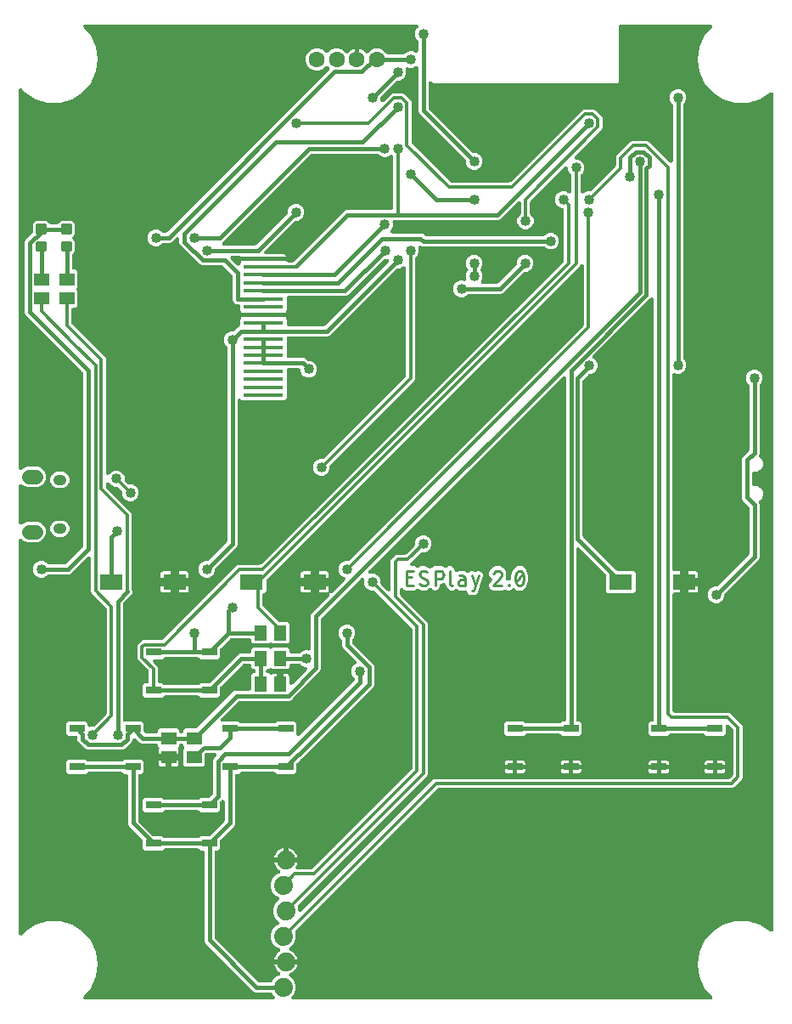
<source format=gbr>
G04 EAGLE Gerber RS-274X export*
G75*
%MOMM*%
%FSLAX34Y34*%
%LPD*%
%INTop Copper*%
%IPPOS*%
%AMOC8*
5,1,8,0,0,1.08239X$1,22.5*%
G01*
%ADD10C,0.279400*%
%ADD11R,1.300000X1.500000*%
%ADD12R,1.500000X1.300000*%
%ADD13R,1.524000X0.762000*%
%ADD14R,2.300000X1.600000*%
%ADD15R,4.000000X0.400000*%
%ADD16C,1.400000*%
%ADD17C,1.000000*%
%ADD18C,0.300000*%
%ADD19C,1.879600*%
%ADD20C,1.600000*%
%ADD21C,0.406400*%
%ADD22C,1.016000*%
%ADD23C,0.304800*%

G36*
X256394Y3050D02*
X256394Y3050D01*
X256403Y3049D01*
X256595Y3070D01*
X256786Y3089D01*
X256794Y3091D01*
X256803Y3092D01*
X256985Y3150D01*
X257171Y3207D01*
X257179Y3211D01*
X257187Y3214D01*
X257355Y3307D01*
X257525Y3399D01*
X257531Y3404D01*
X257539Y3409D01*
X257687Y3534D01*
X257834Y3656D01*
X257839Y3663D01*
X257846Y3669D01*
X257966Y3821D01*
X258086Y3970D01*
X258090Y3978D01*
X258096Y3985D01*
X258183Y4157D01*
X258272Y4327D01*
X258274Y4336D01*
X258278Y4344D01*
X258330Y4530D01*
X258383Y4714D01*
X258384Y4723D01*
X258386Y4732D01*
X258400Y4924D01*
X258416Y5116D01*
X258415Y5124D01*
X258416Y5133D01*
X258391Y5326D01*
X258369Y5515D01*
X258366Y5524D01*
X258365Y5533D01*
X258304Y5716D01*
X258244Y5898D01*
X258240Y5906D01*
X258237Y5914D01*
X258142Y6080D01*
X258046Y6249D01*
X258040Y6256D01*
X258036Y6263D01*
X257821Y6516D01*
X256148Y8189D01*
X255852Y8905D01*
X255841Y8925D01*
X255834Y8946D01*
X255746Y9102D01*
X255661Y9260D01*
X255647Y9277D01*
X255636Y9297D01*
X255519Y9433D01*
X255405Y9571D01*
X255388Y9585D01*
X255373Y9602D01*
X255232Y9711D01*
X255092Y9824D01*
X255073Y9835D01*
X255055Y9848D01*
X254895Y9928D01*
X254736Y10011D01*
X254715Y10018D01*
X254695Y10028D01*
X254521Y10074D01*
X254350Y10124D01*
X254327Y10126D01*
X254306Y10132D01*
X253975Y10159D01*
X239019Y10159D01*
X237152Y10933D01*
X188733Y59352D01*
X187959Y61219D01*
X187959Y149860D01*
X187957Y149878D01*
X187959Y149896D01*
X187938Y150078D01*
X187919Y150261D01*
X187914Y150278D01*
X187912Y150295D01*
X187855Y150469D01*
X187801Y150646D01*
X187793Y150661D01*
X187787Y150678D01*
X187697Y150838D01*
X187609Y151000D01*
X187598Y151013D01*
X187589Y151029D01*
X187469Y151168D01*
X187352Y151309D01*
X187338Y151320D01*
X187326Y151334D01*
X187181Y151446D01*
X187038Y151561D01*
X187022Y151569D01*
X187008Y151580D01*
X186843Y151662D01*
X186681Y151747D01*
X186664Y151752D01*
X186648Y151760D01*
X186469Y151807D01*
X186294Y151858D01*
X186276Y151860D01*
X186259Y151864D01*
X185928Y151891D01*
X184157Y151891D01*
X182974Y153074D01*
X182953Y153091D01*
X182936Y153112D01*
X182798Y153219D01*
X182663Y153329D01*
X182639Y153342D01*
X182618Y153358D01*
X182461Y153436D01*
X182307Y153518D01*
X182281Y153526D01*
X182257Y153538D01*
X182088Y153583D01*
X181921Y153633D01*
X181894Y153635D01*
X181869Y153642D01*
X181538Y153669D01*
X148662Y153669D01*
X148636Y153667D01*
X148609Y153669D01*
X148435Y153647D01*
X148262Y153629D01*
X148236Y153622D01*
X148209Y153618D01*
X148044Y153562D01*
X147877Y153511D01*
X147853Y153498D01*
X147828Y153490D01*
X147676Y153403D01*
X147523Y153319D01*
X147502Y153302D01*
X147479Y153289D01*
X147226Y153074D01*
X146043Y151891D01*
X128277Y151891D01*
X126491Y153677D01*
X126491Y161392D01*
X126489Y161419D01*
X126491Y161445D01*
X126469Y161619D01*
X126451Y161793D01*
X126444Y161818D01*
X126440Y161845D01*
X126385Y162011D01*
X126333Y162178D01*
X126320Y162201D01*
X126312Y162227D01*
X126225Y162378D01*
X126141Y162532D01*
X126124Y162552D01*
X126111Y162575D01*
X125896Y162828D01*
X112533Y176192D01*
X111759Y178059D01*
X111759Y226060D01*
X111757Y226078D01*
X111759Y226096D01*
X111738Y226278D01*
X111719Y226461D01*
X111714Y226478D01*
X111712Y226495D01*
X111655Y226669D01*
X111601Y226846D01*
X111593Y226861D01*
X111587Y226878D01*
X111497Y227038D01*
X111409Y227200D01*
X111398Y227213D01*
X111389Y227229D01*
X111269Y227368D01*
X111152Y227509D01*
X111138Y227520D01*
X111126Y227534D01*
X110981Y227646D01*
X110838Y227761D01*
X110822Y227769D01*
X110808Y227780D01*
X110643Y227862D01*
X110481Y227947D01*
X110464Y227952D01*
X110448Y227960D01*
X110269Y228007D01*
X110094Y228058D01*
X110076Y228060D01*
X110059Y228064D01*
X109728Y228091D01*
X107957Y228091D01*
X106774Y229274D01*
X106753Y229291D01*
X106736Y229312D01*
X106598Y229419D01*
X106463Y229529D01*
X106439Y229542D01*
X106418Y229558D01*
X106261Y229636D01*
X106107Y229718D01*
X106081Y229726D01*
X106057Y229738D01*
X105888Y229783D01*
X105721Y229833D01*
X105694Y229835D01*
X105669Y229842D01*
X105338Y229869D01*
X72462Y229869D01*
X72436Y229867D01*
X72409Y229869D01*
X72235Y229847D01*
X72062Y229829D01*
X72036Y229822D01*
X72009Y229818D01*
X71844Y229762D01*
X71677Y229711D01*
X71653Y229698D01*
X71628Y229690D01*
X71476Y229603D01*
X71323Y229519D01*
X71302Y229502D01*
X71279Y229489D01*
X71026Y229274D01*
X69843Y228091D01*
X52077Y228091D01*
X50291Y229877D01*
X50291Y240023D01*
X52077Y241809D01*
X69843Y241809D01*
X71026Y240626D01*
X71047Y240609D01*
X71064Y240588D01*
X71202Y240481D01*
X71337Y240371D01*
X71361Y240358D01*
X71382Y240342D01*
X71539Y240264D01*
X71693Y240182D01*
X71719Y240174D01*
X71743Y240162D01*
X71912Y240117D01*
X72079Y240067D01*
X72106Y240065D01*
X72131Y240058D01*
X72462Y240031D01*
X105338Y240031D01*
X105364Y240033D01*
X105391Y240031D01*
X105565Y240053D01*
X105738Y240071D01*
X105764Y240078D01*
X105791Y240082D01*
X105956Y240138D01*
X106123Y240189D01*
X106147Y240202D01*
X106172Y240210D01*
X106324Y240297D01*
X106477Y240381D01*
X106498Y240398D01*
X106521Y240411D01*
X106774Y240626D01*
X107957Y241809D01*
X125723Y241809D01*
X127509Y240023D01*
X127509Y229877D01*
X125723Y228091D01*
X123952Y228091D01*
X123934Y228089D01*
X123916Y228091D01*
X123734Y228070D01*
X123551Y228051D01*
X123534Y228046D01*
X123517Y228044D01*
X123342Y227987D01*
X123166Y227933D01*
X123151Y227925D01*
X123134Y227919D01*
X122974Y227829D01*
X122812Y227741D01*
X122799Y227730D01*
X122783Y227721D01*
X122644Y227601D01*
X122503Y227484D01*
X122492Y227470D01*
X122478Y227458D01*
X122366Y227313D01*
X122251Y227170D01*
X122243Y227154D01*
X122232Y227140D01*
X122150Y226975D01*
X122065Y226813D01*
X122060Y226796D01*
X122052Y226780D01*
X122005Y226601D01*
X121954Y226426D01*
X121952Y226408D01*
X121948Y226391D01*
X121921Y226060D01*
X121921Y182016D01*
X121923Y181989D01*
X121921Y181963D01*
X121943Y181789D01*
X121961Y181615D01*
X121968Y181590D01*
X121972Y181563D01*
X122027Y181397D01*
X122079Y181230D01*
X122092Y181207D01*
X122100Y181181D01*
X122187Y181030D01*
X122271Y180876D01*
X122288Y180856D01*
X122301Y180833D01*
X122516Y180580D01*
X136892Y166204D01*
X136912Y166187D01*
X136930Y166166D01*
X137068Y166059D01*
X137203Y165949D01*
X137227Y165936D01*
X137248Y165920D01*
X137405Y165842D01*
X137559Y165760D01*
X137584Y165752D01*
X137608Y165740D01*
X137778Y165695D01*
X137945Y165645D01*
X137971Y165643D01*
X137997Y165636D01*
X138328Y165609D01*
X146043Y165609D01*
X147226Y164426D01*
X147247Y164409D01*
X147264Y164388D01*
X147402Y164281D01*
X147537Y164171D01*
X147561Y164158D01*
X147582Y164142D01*
X147739Y164064D01*
X147893Y163982D01*
X147919Y163974D01*
X147943Y163962D01*
X148112Y163917D01*
X148279Y163867D01*
X148306Y163865D01*
X148331Y163858D01*
X148662Y163831D01*
X181538Y163831D01*
X181564Y163833D01*
X181591Y163831D01*
X181765Y163853D01*
X181938Y163871D01*
X181964Y163878D01*
X181991Y163882D01*
X182156Y163938D01*
X182323Y163989D01*
X182347Y164002D01*
X182372Y164010D01*
X182524Y164097D01*
X182677Y164181D01*
X182698Y164198D01*
X182721Y164211D01*
X182974Y164426D01*
X184157Y165609D01*
X191872Y165609D01*
X191899Y165611D01*
X191925Y165609D01*
X192099Y165631D01*
X192273Y165649D01*
X192298Y165656D01*
X192325Y165660D01*
X192491Y165715D01*
X192658Y165767D01*
X192681Y165780D01*
X192707Y165788D01*
X192858Y165875D01*
X193012Y165959D01*
X193032Y165976D01*
X193055Y165989D01*
X193308Y166204D01*
X207684Y180580D01*
X207701Y180600D01*
X207722Y180618D01*
X207829Y180756D01*
X207939Y180891D01*
X207952Y180915D01*
X207968Y180936D01*
X208046Y181093D01*
X208128Y181247D01*
X208136Y181272D01*
X208148Y181296D01*
X208193Y181466D01*
X208243Y181633D01*
X208245Y181659D01*
X208252Y181685D01*
X208279Y182016D01*
X208279Y200000D01*
X208278Y200009D01*
X208279Y200018D01*
X208258Y200211D01*
X208239Y200401D01*
X208237Y200409D01*
X208236Y200418D01*
X208177Y200603D01*
X208121Y200786D01*
X208117Y200794D01*
X208114Y200802D01*
X208021Y200970D01*
X207929Y201140D01*
X207924Y201147D01*
X207919Y201154D01*
X207795Y201301D01*
X207672Y201449D01*
X207665Y201455D01*
X207659Y201461D01*
X207507Y201581D01*
X207358Y201701D01*
X207350Y201705D01*
X207343Y201711D01*
X207170Y201799D01*
X207001Y201887D01*
X206992Y201889D01*
X206984Y201893D01*
X206798Y201945D01*
X206614Y201998D01*
X206605Y201999D01*
X206596Y202001D01*
X206403Y202015D01*
X206212Y202031D01*
X206204Y202030D01*
X206195Y202031D01*
X206002Y202006D01*
X205813Y201984D01*
X205804Y201981D01*
X205795Y201980D01*
X205613Y201919D01*
X205430Y201859D01*
X205422Y201855D01*
X205414Y201852D01*
X205247Y201756D01*
X205079Y201661D01*
X205072Y201656D01*
X205065Y201651D01*
X204812Y201436D01*
X204304Y200928D01*
X204287Y200908D01*
X204266Y200890D01*
X204159Y200752D01*
X204049Y200617D01*
X204036Y200593D01*
X204020Y200572D01*
X203942Y200415D01*
X203860Y200261D01*
X203852Y200236D01*
X203840Y200212D01*
X203795Y200042D01*
X203745Y199875D01*
X203743Y199849D01*
X203736Y199823D01*
X203709Y199492D01*
X203709Y191777D01*
X201923Y189991D01*
X184157Y189991D01*
X182974Y191174D01*
X182953Y191191D01*
X182936Y191212D01*
X182798Y191319D01*
X182663Y191429D01*
X182639Y191442D01*
X182618Y191458D01*
X182461Y191536D01*
X182307Y191618D01*
X182281Y191626D01*
X182257Y191638D01*
X182088Y191683D01*
X181921Y191733D01*
X181894Y191735D01*
X181869Y191742D01*
X181538Y191769D01*
X148662Y191769D01*
X148636Y191767D01*
X148609Y191769D01*
X148435Y191747D01*
X148262Y191729D01*
X148236Y191722D01*
X148209Y191718D01*
X148044Y191663D01*
X147877Y191611D01*
X147853Y191598D01*
X147828Y191590D01*
X147676Y191503D01*
X147523Y191419D01*
X147502Y191402D01*
X147479Y191389D01*
X147226Y191174D01*
X146043Y189991D01*
X128277Y189991D01*
X126491Y191777D01*
X126491Y201923D01*
X128277Y203709D01*
X146043Y203709D01*
X147226Y202526D01*
X147247Y202509D01*
X147264Y202488D01*
X147402Y202381D01*
X147537Y202271D01*
X147561Y202258D01*
X147582Y202242D01*
X147739Y202164D01*
X147893Y202082D01*
X147919Y202074D01*
X147943Y202062D01*
X148112Y202017D01*
X148279Y201967D01*
X148306Y201965D01*
X148331Y201958D01*
X148662Y201931D01*
X181538Y201931D01*
X181564Y201933D01*
X181591Y201931D01*
X181765Y201953D01*
X181938Y201971D01*
X181964Y201978D01*
X181991Y201982D01*
X182156Y202037D01*
X182323Y202089D01*
X182347Y202102D01*
X182372Y202110D01*
X182524Y202197D01*
X182677Y202281D01*
X182698Y202298D01*
X182721Y202311D01*
X182974Y202526D01*
X184157Y203709D01*
X191872Y203709D01*
X191899Y203711D01*
X191925Y203709D01*
X192099Y203731D01*
X192273Y203749D01*
X192298Y203756D01*
X192325Y203760D01*
X192491Y203816D01*
X192658Y203867D01*
X192681Y203880D01*
X192707Y203888D01*
X192858Y203975D01*
X193012Y204059D01*
X193032Y204076D01*
X193055Y204089D01*
X193308Y204304D01*
X196000Y206996D01*
X196017Y207016D01*
X196038Y207034D01*
X196144Y207172D01*
X196255Y207307D01*
X196268Y207331D01*
X196284Y207352D01*
X196362Y207508D01*
X196444Y207663D01*
X196452Y207688D01*
X196464Y207712D01*
X196509Y207881D01*
X196559Y208049D01*
X196561Y208075D01*
X196568Y208101D01*
X196595Y208432D01*
X196595Y241454D01*
X197369Y243321D01*
X199499Y245452D01*
X199505Y245459D01*
X199512Y245464D01*
X199632Y245614D01*
X199754Y245763D01*
X199758Y245771D01*
X199764Y245778D01*
X199852Y245948D01*
X199943Y246119D01*
X199945Y246128D01*
X199949Y246135D01*
X200002Y246320D01*
X200058Y246505D01*
X200058Y246514D01*
X200061Y246522D01*
X200077Y246713D01*
X200094Y246906D01*
X200093Y246915D01*
X200094Y246924D01*
X200072Y247113D01*
X200051Y247306D01*
X200048Y247315D01*
X200047Y247323D01*
X199987Y247505D01*
X199929Y247690D01*
X199925Y247698D01*
X199922Y247706D01*
X199827Y247875D01*
X199734Y248042D01*
X199729Y248049D01*
X199724Y248057D01*
X199598Y248203D01*
X199474Y248349D01*
X199467Y248355D01*
X199461Y248362D01*
X199310Y248479D01*
X199158Y248599D01*
X199150Y248603D01*
X199143Y248608D01*
X198971Y248694D01*
X198799Y248781D01*
X198790Y248784D01*
X198782Y248788D01*
X198596Y248838D01*
X198411Y248889D01*
X198402Y248890D01*
X198394Y248892D01*
X198063Y248919D01*
X190967Y248919D01*
X190936Y248916D01*
X190905Y248918D01*
X190736Y248896D01*
X190566Y248879D01*
X190536Y248870D01*
X190505Y248866D01*
X190189Y248765D01*
X189603Y248522D01*
X189583Y248511D01*
X189562Y248504D01*
X189406Y248416D01*
X189248Y248331D01*
X189231Y248317D01*
X189211Y248306D01*
X189076Y248189D01*
X188937Y248075D01*
X188923Y248058D01*
X188906Y248043D01*
X188797Y247902D01*
X188684Y247762D01*
X188673Y247743D01*
X188660Y247725D01*
X188580Y247565D01*
X188497Y247406D01*
X188490Y247384D01*
X188480Y247364D01*
X188434Y247191D01*
X188384Y247019D01*
X188382Y246997D01*
X188376Y246976D01*
X188349Y246645D01*
X188349Y236737D01*
X186563Y234951D01*
X169037Y234951D01*
X167251Y236737D01*
X167251Y252263D01*
X167552Y252564D01*
X167563Y252577D01*
X167577Y252589D01*
X167691Y252733D01*
X167807Y252875D01*
X167816Y252891D01*
X167827Y252905D01*
X167910Y253068D01*
X167996Y253231D01*
X168001Y253248D01*
X168009Y253264D01*
X168058Y253441D01*
X168111Y253617D01*
X168112Y253635D01*
X168117Y253652D01*
X168130Y253835D01*
X168147Y254018D01*
X168145Y254036D01*
X168146Y254053D01*
X168123Y254235D01*
X168104Y254418D01*
X168098Y254435D01*
X168096Y254453D01*
X168038Y254627D01*
X167982Y254802D01*
X167973Y254817D01*
X167968Y254834D01*
X167876Y254994D01*
X167787Y255154D01*
X167776Y255168D01*
X167767Y255183D01*
X167552Y255436D01*
X167251Y255737D01*
X167251Y256388D01*
X167249Y256406D01*
X167251Y256424D01*
X167230Y256605D01*
X167211Y256789D01*
X167206Y256806D01*
X167204Y256823D01*
X167147Y256998D01*
X167093Y257174D01*
X167085Y257189D01*
X167079Y257206D01*
X166989Y257366D01*
X166901Y257528D01*
X166890Y257541D01*
X166881Y257557D01*
X166761Y257696D01*
X166644Y257837D01*
X166630Y257848D01*
X166618Y257862D01*
X166473Y257974D01*
X166330Y258089D01*
X166314Y258097D01*
X166300Y258108D01*
X166135Y258190D01*
X165973Y258275D01*
X165956Y258280D01*
X165940Y258288D01*
X165761Y258335D01*
X165586Y258386D01*
X165568Y258388D01*
X165551Y258392D01*
X165220Y258419D01*
X164980Y258419D01*
X164962Y258417D01*
X164944Y258419D01*
X164762Y258398D01*
X164579Y258379D01*
X164562Y258374D01*
X164545Y258372D01*
X164370Y258315D01*
X164194Y258261D01*
X164179Y258253D01*
X164162Y258247D01*
X164002Y258157D01*
X163840Y258069D01*
X163827Y258058D01*
X163811Y258049D01*
X163672Y257929D01*
X163531Y257812D01*
X163520Y257798D01*
X163506Y257786D01*
X163394Y257641D01*
X163279Y257498D01*
X163271Y257482D01*
X163260Y257468D01*
X163178Y257303D01*
X163093Y257141D01*
X163088Y257124D01*
X163080Y257108D01*
X163033Y256929D01*
X162982Y256754D01*
X162980Y256736D01*
X162976Y256719D01*
X162949Y256388D01*
X162949Y255737D01*
X162244Y255033D01*
X162146Y254913D01*
X162042Y254797D01*
X162018Y254757D01*
X161989Y254721D01*
X161916Y254584D01*
X161837Y254450D01*
X161822Y254406D01*
X161800Y254365D01*
X161756Y254217D01*
X161705Y254070D01*
X161699Y254024D01*
X161686Y253979D01*
X161672Y253825D01*
X161650Y253671D01*
X161653Y253625D01*
X161649Y253578D01*
X161666Y253424D01*
X161676Y253270D01*
X161688Y253225D01*
X161693Y253178D01*
X161739Y253030D01*
X161779Y252881D01*
X161802Y252833D01*
X161814Y252794D01*
X161856Y252718D01*
X161921Y252581D01*
X162268Y251981D01*
X162441Y251335D01*
X162441Y247749D01*
X153618Y247749D01*
X153600Y247747D01*
X153583Y247749D01*
X153400Y247728D01*
X153218Y247709D01*
X153201Y247704D01*
X153183Y247702D01*
X153008Y247645D01*
X152833Y247591D01*
X152817Y247583D01*
X152800Y247577D01*
X152640Y247487D01*
X152479Y247399D01*
X152465Y247388D01*
X152449Y247379D01*
X152397Y247334D01*
X152292Y247419D01*
X152276Y247427D01*
X152262Y247438D01*
X152097Y247520D01*
X151934Y247605D01*
X151917Y247610D01*
X151901Y247618D01*
X151723Y247665D01*
X151548Y247716D01*
X151530Y247718D01*
X151513Y247722D01*
X151182Y247749D01*
X142359Y247749D01*
X142359Y251335D01*
X142532Y251981D01*
X142879Y252581D01*
X142943Y252722D01*
X143013Y252860D01*
X143025Y252905D01*
X143045Y252947D01*
X143079Y253099D01*
X143121Y253248D01*
X143124Y253295D01*
X143135Y253340D01*
X143139Y253495D01*
X143150Y253650D01*
X143144Y253696D01*
X143146Y253742D01*
X143119Y253895D01*
X143100Y254049D01*
X143085Y254093D01*
X143077Y254139D01*
X143021Y254284D01*
X142972Y254431D01*
X142948Y254471D01*
X142931Y254514D01*
X142848Y254645D01*
X142771Y254780D01*
X142737Y254820D01*
X142715Y254854D01*
X142655Y254916D01*
X142556Y255033D01*
X141851Y255737D01*
X141851Y256388D01*
X141849Y256406D01*
X141851Y256424D01*
X141830Y256605D01*
X141811Y256789D01*
X141806Y256806D01*
X141804Y256823D01*
X141747Y256998D01*
X141693Y257174D01*
X141685Y257189D01*
X141679Y257206D01*
X141589Y257366D01*
X141501Y257528D01*
X141490Y257541D01*
X141481Y257557D01*
X141361Y257696D01*
X141244Y257837D01*
X141230Y257848D01*
X141218Y257862D01*
X141073Y257974D01*
X140930Y258089D01*
X140914Y258097D01*
X140900Y258108D01*
X140735Y258190D01*
X140573Y258275D01*
X140556Y258280D01*
X140540Y258288D01*
X140361Y258335D01*
X140186Y258386D01*
X140168Y258388D01*
X140151Y258392D01*
X139820Y258419D01*
X125379Y258419D01*
X123512Y259193D01*
X121797Y260908D01*
X119800Y262904D01*
X119793Y262910D01*
X119788Y262917D01*
X119638Y263037D01*
X119489Y263160D01*
X119481Y263164D01*
X119474Y263169D01*
X119304Y263258D01*
X119133Y263348D01*
X119124Y263351D01*
X119117Y263355D01*
X118932Y263408D01*
X118747Y263463D01*
X118738Y263464D01*
X118730Y263466D01*
X118539Y263482D01*
X118346Y263499D01*
X118337Y263498D01*
X118328Y263499D01*
X118139Y263477D01*
X117946Y263456D01*
X117937Y263453D01*
X117929Y263452D01*
X117747Y263393D01*
X117562Y263334D01*
X117554Y263330D01*
X117546Y263327D01*
X117379Y263233D01*
X117210Y263140D01*
X117203Y263134D01*
X117195Y263129D01*
X117050Y263004D01*
X116903Y262879D01*
X116897Y262872D01*
X116890Y262866D01*
X116774Y262716D01*
X116653Y262563D01*
X116649Y262555D01*
X116644Y262548D01*
X116558Y262377D01*
X116471Y262204D01*
X116468Y262196D01*
X116464Y262188D01*
X116414Y262002D01*
X116363Y261816D01*
X116362Y261807D01*
X116360Y261799D01*
X116356Y261746D01*
X115559Y259824D01*
X108476Y252741D01*
X106609Y251967D01*
X71191Y251967D01*
X69324Y252741D01*
X62241Y259824D01*
X61467Y261691D01*
X61467Y264160D01*
X61465Y264178D01*
X61467Y264196D01*
X61446Y264378D01*
X61427Y264561D01*
X61422Y264578D01*
X61420Y264595D01*
X61363Y264769D01*
X61309Y264946D01*
X61301Y264961D01*
X61295Y264978D01*
X61205Y265138D01*
X61117Y265300D01*
X61106Y265313D01*
X61097Y265329D01*
X60977Y265468D01*
X60860Y265609D01*
X60846Y265620D01*
X60834Y265634D01*
X60689Y265746D01*
X60546Y265861D01*
X60530Y265869D01*
X60516Y265880D01*
X60351Y265962D01*
X60189Y266047D01*
X60172Y266052D01*
X60156Y266060D01*
X59977Y266107D01*
X59802Y266158D01*
X59784Y266160D01*
X59767Y266164D01*
X59436Y266191D01*
X52077Y266191D01*
X50291Y267977D01*
X50291Y278123D01*
X52077Y279909D01*
X69843Y279909D01*
X71629Y278123D01*
X71629Y276645D01*
X71630Y276632D01*
X71629Y276618D01*
X71650Y276432D01*
X71669Y276244D01*
X71673Y276232D01*
X71674Y276218D01*
X71731Y276040D01*
X71787Y275859D01*
X71793Y275848D01*
X71797Y275835D01*
X71889Y275671D01*
X71979Y275505D01*
X71987Y275495D01*
X71994Y275483D01*
X72116Y275340D01*
X72236Y275196D01*
X72247Y275188D01*
X72255Y275178D01*
X72404Y275061D01*
X72550Y274944D01*
X72562Y274938D01*
X72572Y274929D01*
X72741Y274845D01*
X72907Y274758D01*
X72920Y274755D01*
X72932Y274749D01*
X73114Y274699D01*
X73294Y274647D01*
X73308Y274646D01*
X73321Y274642D01*
X73509Y274629D01*
X73696Y274614D01*
X73709Y274616D01*
X73722Y274615D01*
X73910Y274639D01*
X74095Y274661D01*
X74108Y274665D01*
X74121Y274667D01*
X74437Y274768D01*
X74583Y274829D01*
X77021Y274829D01*
X77047Y274831D01*
X77074Y274829D01*
X77248Y274851D01*
X77421Y274869D01*
X77447Y274876D01*
X77473Y274880D01*
X77639Y274935D01*
X77806Y274987D01*
X77830Y275000D01*
X77855Y275008D01*
X78007Y275095D01*
X78160Y275179D01*
X78181Y275196D01*
X78204Y275209D01*
X78457Y275424D01*
X90336Y287303D01*
X90353Y287324D01*
X90374Y287341D01*
X90481Y287479D01*
X90591Y287615D01*
X90604Y287638D01*
X90620Y287659D01*
X90698Y287816D01*
X90780Y287970D01*
X90788Y287996D01*
X90800Y288020D01*
X90845Y288189D01*
X90895Y288356D01*
X90897Y288383D01*
X90904Y288409D01*
X90931Y288739D01*
X90931Y391832D01*
X90929Y391858D01*
X90931Y391885D01*
X90909Y392059D01*
X90891Y392232D01*
X90884Y392258D01*
X90880Y392284D01*
X90825Y392450D01*
X90773Y392617D01*
X90760Y392641D01*
X90752Y392666D01*
X90665Y392818D01*
X90581Y392971D01*
X90564Y392992D01*
X90551Y393015D01*
X90336Y393268D01*
X77197Y406407D01*
X75625Y407979D01*
X74929Y409659D01*
X74929Y442570D01*
X74928Y442579D01*
X74929Y442588D01*
X74908Y442781D01*
X74889Y442971D01*
X74887Y442979D01*
X74886Y442988D01*
X74828Y443172D01*
X74771Y443356D01*
X74767Y443364D01*
X74764Y443372D01*
X74672Y443540D01*
X74579Y443710D01*
X74574Y443717D01*
X74569Y443724D01*
X74445Y443871D01*
X74322Y444019D01*
X74315Y444025D01*
X74309Y444031D01*
X74157Y444151D01*
X74008Y444271D01*
X74000Y444275D01*
X73993Y444281D01*
X73820Y444369D01*
X73651Y444457D01*
X73642Y444459D01*
X73634Y444463D01*
X73448Y444515D01*
X73264Y444568D01*
X73255Y444569D01*
X73246Y444571D01*
X73053Y444585D01*
X72862Y444601D01*
X72854Y444600D01*
X72845Y444601D01*
X72652Y444576D01*
X72463Y444554D01*
X72454Y444551D01*
X72445Y444550D01*
X72262Y444489D01*
X72080Y444429D01*
X72072Y444425D01*
X72064Y444422D01*
X71897Y444326D01*
X71729Y444231D01*
X71722Y444226D01*
X71715Y444221D01*
X71462Y444006D01*
X54948Y427493D01*
X53081Y426719D01*
X32656Y426719D01*
X32630Y426717D01*
X32603Y426719D01*
X32429Y426697D01*
X32256Y426679D01*
X32230Y426672D01*
X32204Y426668D01*
X32038Y426613D01*
X31871Y426561D01*
X31847Y426548D01*
X31822Y426540D01*
X31670Y426453D01*
X31517Y426369D01*
X31496Y426352D01*
X31473Y426339D01*
X31220Y426124D01*
X30005Y424909D01*
X27017Y423671D01*
X23783Y423671D01*
X20795Y424909D01*
X18509Y427195D01*
X17271Y430183D01*
X17271Y433417D01*
X18509Y436405D01*
X20795Y438691D01*
X23783Y439929D01*
X27017Y439929D01*
X30005Y438691D01*
X31220Y437476D01*
X31241Y437459D01*
X31258Y437438D01*
X31396Y437331D01*
X31532Y437221D01*
X31555Y437208D01*
X31576Y437192D01*
X31733Y437114D01*
X31887Y437032D01*
X31913Y437024D01*
X31937Y437012D01*
X32106Y436967D01*
X32273Y436917D01*
X32300Y436915D01*
X32326Y436908D01*
X32656Y436881D01*
X49124Y436881D01*
X49151Y436883D01*
X49177Y436881D01*
X49351Y436903D01*
X49525Y436921D01*
X49550Y436928D01*
X49577Y436932D01*
X49743Y436987D01*
X49910Y437039D01*
X49933Y437052D01*
X49959Y437060D01*
X50110Y437147D01*
X50264Y437231D01*
X50284Y437248D01*
X50307Y437261D01*
X50560Y437476D01*
X66714Y453630D01*
X66731Y453650D01*
X66752Y453668D01*
X66859Y453806D01*
X66969Y453941D01*
X66982Y453965D01*
X66998Y453986D01*
X67076Y454143D01*
X67158Y454297D01*
X67166Y454322D01*
X67178Y454346D01*
X67223Y454516D01*
X67273Y454683D01*
X67275Y454709D01*
X67282Y454735D01*
X67309Y455066D01*
X67309Y626937D01*
X67307Y626963D01*
X67309Y626990D01*
X67287Y627164D01*
X67269Y627337D01*
X67262Y627363D01*
X67258Y627389D01*
X67203Y627555D01*
X67151Y627722D01*
X67138Y627746D01*
X67130Y627771D01*
X67043Y627923D01*
X66959Y628076D01*
X66942Y628097D01*
X66929Y628120D01*
X66714Y628373D01*
X9529Y685559D01*
X8755Y687426D01*
X8755Y757545D01*
X9529Y759413D01*
X16756Y766640D01*
X16773Y766661D01*
X16794Y766678D01*
X16901Y766816D01*
X17011Y766952D01*
X17024Y766975D01*
X17040Y766997D01*
X17118Y767153D01*
X17200Y767307D01*
X17208Y767333D01*
X17220Y767357D01*
X17265Y767526D01*
X17315Y767693D01*
X17317Y767720D01*
X17324Y767746D01*
X17351Y768077D01*
X17351Y775175D01*
X18044Y776847D01*
X19323Y778126D01*
X20995Y778819D01*
X29805Y778819D01*
X31477Y778126D01*
X32824Y776779D01*
X32840Y776750D01*
X32854Y776733D01*
X32865Y776713D01*
X32982Y776578D01*
X33096Y776439D01*
X33113Y776425D01*
X33128Y776408D01*
X33269Y776299D01*
X33409Y776186D01*
X33428Y776175D01*
X33446Y776162D01*
X33607Y776082D01*
X33765Y775999D01*
X33786Y775992D01*
X33806Y775982D01*
X33980Y775936D01*
X34152Y775886D01*
X34174Y775884D01*
X34195Y775878D01*
X34526Y775851D01*
X41674Y775851D01*
X41696Y775853D01*
X41718Y775851D01*
X41896Y775873D01*
X42075Y775891D01*
X42096Y775897D01*
X42118Y775900D01*
X42288Y775956D01*
X42460Y776009D01*
X42479Y776019D01*
X42500Y776026D01*
X42656Y776115D01*
X42814Y776201D01*
X42831Y776215D01*
X42850Y776226D01*
X42986Y776344D01*
X43123Y776458D01*
X43137Y776476D01*
X43154Y776490D01*
X43263Y776632D01*
X43375Y776772D01*
X43382Y776785D01*
X44723Y778126D01*
X46395Y778819D01*
X55205Y778819D01*
X56877Y778126D01*
X58156Y776847D01*
X58849Y775175D01*
X58849Y766365D01*
X58156Y764693D01*
X56899Y763436D01*
X56888Y763422D01*
X56874Y763411D01*
X56760Y763267D01*
X56644Y763125D01*
X56636Y763109D01*
X56625Y763095D01*
X56541Y762931D01*
X56455Y762769D01*
X56450Y762752D01*
X56442Y762736D01*
X56393Y762558D01*
X56341Y762383D01*
X56339Y762365D01*
X56334Y762348D01*
X56321Y762165D01*
X56304Y761982D01*
X56306Y761964D01*
X56305Y761947D01*
X56328Y761765D01*
X56348Y761582D01*
X56353Y761565D01*
X56355Y761547D01*
X56414Y761373D01*
X56469Y761198D01*
X56478Y761182D01*
X56484Y761166D01*
X56575Y761007D01*
X56664Y760846D01*
X56676Y760832D01*
X56685Y760817D01*
X56899Y760564D01*
X58156Y759307D01*
X58849Y757635D01*
X58849Y748825D01*
X58156Y747153D01*
X56809Y745806D01*
X56780Y745790D01*
X56763Y745776D01*
X56743Y745765D01*
X56608Y745648D01*
X56469Y745534D01*
X56455Y745517D01*
X56438Y745502D01*
X56329Y745361D01*
X56216Y745221D01*
X56205Y745202D01*
X56192Y745184D01*
X56112Y745023D01*
X56029Y744865D01*
X56022Y744844D01*
X56012Y744824D01*
X55966Y744650D01*
X55916Y744478D01*
X55914Y744456D01*
X55908Y744435D01*
X55881Y744104D01*
X55881Y732280D01*
X55883Y732262D01*
X55881Y732244D01*
X55902Y732062D01*
X55921Y731879D01*
X55926Y731862D01*
X55928Y731845D01*
X55985Y731670D01*
X56039Y731494D01*
X56047Y731479D01*
X56053Y731462D01*
X56143Y731302D01*
X56231Y731140D01*
X56242Y731127D01*
X56251Y731111D01*
X56371Y730972D01*
X56488Y730831D01*
X56502Y730820D01*
X56514Y730806D01*
X56659Y730694D01*
X56802Y730579D01*
X56818Y730571D01*
X56832Y730560D01*
X56997Y730478D01*
X57159Y730393D01*
X57176Y730388D01*
X57192Y730380D01*
X57371Y730333D01*
X57546Y730282D01*
X57564Y730280D01*
X57581Y730276D01*
X57912Y730249D01*
X59563Y730249D01*
X61349Y728463D01*
X61349Y712937D01*
X61048Y712636D01*
X61037Y712623D01*
X61023Y712611D01*
X60909Y712467D01*
X60793Y712325D01*
X60784Y712309D01*
X60773Y712295D01*
X60690Y712132D01*
X60604Y711969D01*
X60599Y711952D01*
X60591Y711936D01*
X60542Y711759D01*
X60489Y711583D01*
X60488Y711565D01*
X60483Y711548D01*
X60470Y711365D01*
X60453Y711182D01*
X60455Y711164D01*
X60454Y711147D01*
X60477Y710965D01*
X60496Y710782D01*
X60502Y710765D01*
X60504Y710747D01*
X60562Y710573D01*
X60618Y710398D01*
X60627Y710383D01*
X60632Y710366D01*
X60724Y710206D01*
X60813Y710046D01*
X60824Y710032D01*
X60833Y710017D01*
X61048Y709764D01*
X61349Y709463D01*
X61349Y693937D01*
X59563Y692151D01*
X57404Y692151D01*
X57386Y692149D01*
X57368Y692151D01*
X57186Y692130D01*
X57003Y692111D01*
X56986Y692106D01*
X56969Y692104D01*
X56794Y692047D01*
X56618Y691993D01*
X56603Y691985D01*
X56586Y691979D01*
X56426Y691889D01*
X56264Y691801D01*
X56251Y691790D01*
X56235Y691781D01*
X56096Y691661D01*
X55955Y691544D01*
X55944Y691530D01*
X55930Y691518D01*
X55818Y691373D01*
X55703Y691230D01*
X55695Y691214D01*
X55684Y691200D01*
X55602Y691035D01*
X55517Y690873D01*
X55512Y690856D01*
X55504Y690840D01*
X55457Y690661D01*
X55406Y690486D01*
X55404Y690468D01*
X55400Y690451D01*
X55373Y690120D01*
X55373Y677765D01*
X55375Y677739D01*
X55373Y677712D01*
X55395Y677538D01*
X55413Y677365D01*
X55420Y677339D01*
X55424Y677313D01*
X55479Y677147D01*
X55531Y676980D01*
X55544Y676956D01*
X55552Y676931D01*
X55639Y676779D01*
X55723Y676626D01*
X55740Y676605D01*
X55753Y676582D01*
X55968Y676329D01*
X88967Y643330D01*
X89663Y641650D01*
X89663Y527947D01*
X89664Y527938D01*
X89663Y527929D01*
X89684Y527737D01*
X89703Y527546D01*
X89705Y527537D01*
X89706Y527529D01*
X89764Y527346D01*
X89821Y527161D01*
X89825Y527153D01*
X89828Y527145D01*
X89921Y526976D01*
X90013Y526807D01*
X90018Y526800D01*
X90023Y526792D01*
X90147Y526645D01*
X90270Y526498D01*
X90277Y526492D01*
X90283Y526485D01*
X90434Y526366D01*
X90584Y526245D01*
X90592Y526241D01*
X90599Y526236D01*
X90772Y526148D01*
X90941Y526060D01*
X90950Y526058D01*
X90958Y526053D01*
X91144Y526002D01*
X91328Y525949D01*
X91337Y525948D01*
X91346Y525945D01*
X91539Y525931D01*
X91730Y525916D01*
X91738Y525917D01*
X91747Y525916D01*
X91940Y525940D01*
X92129Y525963D01*
X92138Y525965D01*
X92147Y525966D01*
X92330Y526028D01*
X92512Y526087D01*
X92520Y526092D01*
X92528Y526095D01*
X92694Y526190D01*
X92863Y526285D01*
X92870Y526291D01*
X92877Y526296D01*
X93130Y526510D01*
X95603Y528983D01*
X98591Y530221D01*
X101825Y530221D01*
X104812Y528983D01*
X107099Y526697D01*
X108337Y523709D01*
X108337Y521272D01*
X108339Y521245D01*
X108337Y521218D01*
X108359Y521044D01*
X108377Y520871D01*
X108384Y520845D01*
X108388Y520819D01*
X108443Y520653D01*
X108495Y520486D01*
X108507Y520462D01*
X108516Y520437D01*
X108603Y520285D01*
X108686Y520132D01*
X108703Y520112D01*
X108717Y520088D01*
X108932Y519835D01*
X112043Y516724D01*
X112064Y516707D01*
X112081Y516686D01*
X112219Y516579D01*
X112355Y516469D01*
X112378Y516456D01*
X112399Y516440D01*
X112556Y516362D01*
X112710Y516280D01*
X112736Y516272D01*
X112760Y516260D01*
X112929Y516215D01*
X113096Y516165D01*
X113123Y516163D01*
X113149Y516156D01*
X113479Y516129D01*
X115917Y516129D01*
X118905Y514891D01*
X121191Y512605D01*
X122429Y509617D01*
X122429Y506383D01*
X121191Y503395D01*
X118905Y501109D01*
X115917Y499871D01*
X112683Y499871D01*
X109695Y501109D01*
X107409Y503395D01*
X106171Y506383D01*
X106171Y508821D01*
X106169Y508847D01*
X106171Y508874D01*
X106149Y509048D01*
X106131Y509221D01*
X106124Y509247D01*
X106120Y509273D01*
X106065Y509439D01*
X106013Y509606D01*
X106000Y509630D01*
X105992Y509655D01*
X105905Y509807D01*
X105821Y509960D01*
X105804Y509981D01*
X105791Y510004D01*
X105576Y510257D01*
X102465Y513368D01*
X102444Y513385D01*
X102427Y513406D01*
X102289Y513513D01*
X102153Y513624D01*
X102130Y513636D01*
X102108Y513652D01*
X101952Y513730D01*
X101798Y513812D01*
X101772Y513820D01*
X101748Y513832D01*
X101579Y513877D01*
X101412Y513927D01*
X101385Y513929D01*
X101359Y513936D01*
X101028Y513963D01*
X98591Y513963D01*
X95603Y515201D01*
X93130Y517674D01*
X93123Y517680D01*
X93118Y517686D01*
X92968Y517807D01*
X92819Y517929D01*
X92811Y517933D01*
X92804Y517939D01*
X92634Y518027D01*
X92463Y518118D01*
X92454Y518120D01*
X92447Y518124D01*
X92262Y518177D01*
X92077Y518232D01*
X92068Y518233D01*
X92060Y518236D01*
X91869Y518251D01*
X91676Y518269D01*
X91667Y518268D01*
X91658Y518269D01*
X91469Y518246D01*
X91276Y518225D01*
X91267Y518223D01*
X91259Y518222D01*
X91077Y518162D01*
X90892Y518104D01*
X90884Y518100D01*
X90876Y518097D01*
X90707Y518002D01*
X90540Y517909D01*
X90533Y517903D01*
X90525Y517899D01*
X90379Y517773D01*
X90233Y517649D01*
X90227Y517642D01*
X90220Y517636D01*
X90103Y517484D01*
X89983Y517333D01*
X89979Y517325D01*
X89974Y517318D01*
X89888Y517146D01*
X89801Y516974D01*
X89798Y516965D01*
X89794Y516957D01*
X89744Y516771D01*
X89693Y516586D01*
X89692Y516577D01*
X89690Y516568D01*
X89663Y516238D01*
X89663Y514545D01*
X89665Y514519D01*
X89663Y514492D01*
X89685Y514318D01*
X89703Y514145D01*
X89710Y514119D01*
X89714Y514093D01*
X89770Y513927D01*
X89821Y513760D01*
X89834Y513736D01*
X89842Y513711D01*
X89929Y513559D01*
X90013Y513406D01*
X90030Y513385D01*
X90043Y513362D01*
X90258Y513109D01*
X114941Y488426D01*
X115637Y486746D01*
X115637Y412058D01*
X115640Y412027D01*
X115638Y411995D01*
X115660Y411826D01*
X115677Y411657D01*
X115686Y411627D01*
X115690Y411596D01*
X115791Y411280D01*
X116145Y410427D01*
X116145Y408406D01*
X115371Y406539D01*
X107276Y398443D01*
X107259Y398422D01*
X107238Y398405D01*
X107131Y398267D01*
X107021Y398132D01*
X107008Y398108D01*
X106992Y398087D01*
X106914Y397930D01*
X106832Y397776D01*
X106824Y397750D01*
X106812Y397726D01*
X106767Y397557D01*
X106717Y397390D01*
X106715Y397363D01*
X106708Y397337D01*
X106681Y397007D01*
X106681Y281940D01*
X106683Y281922D01*
X106681Y281904D01*
X106702Y281722D01*
X106721Y281539D01*
X106726Y281522D01*
X106728Y281505D01*
X106785Y281330D01*
X106839Y281154D01*
X106847Y281139D01*
X106853Y281122D01*
X106943Y280962D01*
X107031Y280800D01*
X107042Y280787D01*
X107051Y280771D01*
X107171Y280632D01*
X107288Y280491D01*
X107302Y280480D01*
X107314Y280466D01*
X107459Y280354D01*
X107602Y280239D01*
X107618Y280231D01*
X107632Y280220D01*
X107797Y280138D01*
X107959Y280053D01*
X107976Y280048D01*
X107992Y280040D01*
X108171Y279993D01*
X108346Y279942D01*
X108364Y279940D01*
X108381Y279936D01*
X108712Y279909D01*
X125723Y279909D01*
X127509Y278123D01*
X127509Y270612D01*
X127511Y270594D01*
X127509Y270576D01*
X127531Y270393D01*
X127549Y270211D01*
X127554Y270194D01*
X127556Y270177D01*
X127613Y270002D01*
X127667Y269826D01*
X127675Y269811D01*
X127681Y269794D01*
X127771Y269634D01*
X127859Y269472D01*
X127870Y269459D01*
X127879Y269443D01*
X127999Y269304D01*
X128116Y269163D01*
X128130Y269152D01*
X128142Y269138D01*
X128287Y269026D01*
X128430Y268911D01*
X128446Y268903D01*
X128460Y268892D01*
X128625Y268810D01*
X128787Y268725D01*
X128804Y268720D01*
X128820Y268712D01*
X128999Y268665D01*
X129174Y268614D01*
X129192Y268612D01*
X129209Y268608D01*
X129540Y268581D01*
X139820Y268581D01*
X139838Y268583D01*
X139856Y268581D01*
X140038Y268602D01*
X140221Y268621D01*
X140238Y268626D01*
X140255Y268628D01*
X140430Y268685D01*
X140606Y268739D01*
X140621Y268747D01*
X140638Y268753D01*
X140798Y268843D01*
X140960Y268931D01*
X140973Y268942D01*
X140989Y268951D01*
X141128Y269071D01*
X141269Y269188D01*
X141280Y269202D01*
X141294Y269214D01*
X141406Y269359D01*
X141521Y269502D01*
X141529Y269518D01*
X141540Y269532D01*
X141622Y269697D01*
X141707Y269859D01*
X141712Y269876D01*
X141720Y269892D01*
X141767Y270071D01*
X141818Y270246D01*
X141820Y270264D01*
X141824Y270281D01*
X141851Y270612D01*
X141851Y271263D01*
X143637Y273049D01*
X161163Y273049D01*
X162949Y271263D01*
X162949Y270612D01*
X162951Y270594D01*
X162949Y270576D01*
X162971Y270393D01*
X162989Y270211D01*
X162994Y270194D01*
X162996Y270177D01*
X163053Y270002D01*
X163107Y269826D01*
X163115Y269811D01*
X163121Y269794D01*
X163211Y269634D01*
X163299Y269472D01*
X163310Y269459D01*
X163319Y269443D01*
X163439Y269304D01*
X163556Y269163D01*
X163570Y269152D01*
X163582Y269138D01*
X163727Y269026D01*
X163870Y268911D01*
X163886Y268903D01*
X163900Y268892D01*
X164065Y268810D01*
X164227Y268725D01*
X164244Y268720D01*
X164260Y268712D01*
X164439Y268665D01*
X164614Y268614D01*
X164632Y268612D01*
X164649Y268608D01*
X164980Y268581D01*
X165220Y268581D01*
X165238Y268583D01*
X165256Y268581D01*
X165438Y268602D01*
X165621Y268621D01*
X165638Y268626D01*
X165655Y268628D01*
X165830Y268685D01*
X166006Y268739D01*
X166021Y268747D01*
X166038Y268753D01*
X166198Y268843D01*
X166360Y268931D01*
X166373Y268942D01*
X166389Y268951D01*
X166528Y269071D01*
X166669Y269188D01*
X166680Y269202D01*
X166694Y269214D01*
X166806Y269359D01*
X166921Y269502D01*
X166929Y269518D01*
X166940Y269532D01*
X167022Y269697D01*
X167107Y269859D01*
X167112Y269876D01*
X167120Y269892D01*
X167167Y270071D01*
X167218Y270246D01*
X167220Y270264D01*
X167224Y270281D01*
X167251Y270612D01*
X167251Y271263D01*
X169037Y273049D01*
X179322Y273049D01*
X179349Y273051D01*
X179375Y273049D01*
X179549Y273071D01*
X179723Y273089D01*
X179748Y273096D01*
X179775Y273100D01*
X179941Y273155D01*
X180108Y273207D01*
X180131Y273220D01*
X180157Y273228D01*
X180308Y273315D01*
X180462Y273399D01*
X180482Y273416D01*
X180505Y273429D01*
X180758Y273644D01*
X217358Y310243D01*
X219225Y311017D01*
X232920Y311017D01*
X232938Y311019D01*
X232956Y311017D01*
X233138Y311038D01*
X233321Y311057D01*
X233338Y311062D01*
X233355Y311064D01*
X233530Y311121D01*
X233706Y311175D01*
X233721Y311183D01*
X233738Y311189D01*
X233898Y311279D01*
X234060Y311367D01*
X234073Y311378D01*
X234089Y311387D01*
X234228Y311507D01*
X234369Y311624D01*
X234380Y311638D01*
X234394Y311650D01*
X234506Y311795D01*
X234621Y311938D01*
X234629Y311954D01*
X234640Y311968D01*
X234722Y312133D01*
X234807Y312295D01*
X234812Y312312D01*
X234820Y312328D01*
X234867Y312507D01*
X234918Y312682D01*
X234920Y312700D01*
X234924Y312717D01*
X234951Y313048D01*
X234951Y326263D01*
X236737Y328049D01*
X237388Y328049D01*
X237406Y328051D01*
X237424Y328049D01*
X237606Y328070D01*
X237789Y328089D01*
X237806Y328094D01*
X237823Y328096D01*
X237998Y328153D01*
X238174Y328207D01*
X238189Y328215D01*
X238206Y328221D01*
X238366Y328311D01*
X238528Y328399D01*
X238541Y328410D01*
X238557Y328419D01*
X238696Y328539D01*
X238837Y328656D01*
X238848Y328670D01*
X238862Y328682D01*
X238974Y328827D01*
X239089Y328970D01*
X239097Y328986D01*
X239108Y329000D01*
X239190Y329165D01*
X239275Y329327D01*
X239280Y329344D01*
X239288Y329360D01*
X239335Y329539D01*
X239386Y329714D01*
X239388Y329732D01*
X239392Y329749D01*
X239419Y330080D01*
X239419Y330320D01*
X239417Y330338D01*
X239419Y330356D01*
X239398Y330538D01*
X239379Y330721D01*
X239374Y330738D01*
X239372Y330755D01*
X239315Y330930D01*
X239261Y331106D01*
X239253Y331121D01*
X239247Y331138D01*
X239157Y331298D01*
X239069Y331460D01*
X239058Y331473D01*
X239049Y331489D01*
X238929Y331628D01*
X238812Y331769D01*
X238798Y331780D01*
X238786Y331794D01*
X238641Y331906D01*
X238498Y332021D01*
X238482Y332029D01*
X238468Y332040D01*
X238303Y332122D01*
X238141Y332207D01*
X238124Y332212D01*
X238108Y332220D01*
X237929Y332267D01*
X237754Y332318D01*
X237736Y332320D01*
X237719Y332324D01*
X237388Y332351D01*
X236737Y332351D01*
X234951Y334137D01*
X234951Y335788D01*
X234949Y335806D01*
X234951Y335824D01*
X234930Y336006D01*
X234911Y336189D01*
X234906Y336206D01*
X234904Y336223D01*
X234847Y336398D01*
X234793Y336574D01*
X234785Y336589D01*
X234779Y336606D01*
X234689Y336766D01*
X234601Y336928D01*
X234590Y336941D01*
X234581Y336957D01*
X234461Y337096D01*
X234344Y337237D01*
X234330Y337248D01*
X234318Y337262D01*
X234173Y337374D01*
X234030Y337489D01*
X234014Y337497D01*
X234000Y337508D01*
X233835Y337590D01*
X233673Y337675D01*
X233656Y337680D01*
X233640Y337688D01*
X233461Y337735D01*
X233286Y337786D01*
X233268Y337788D01*
X233251Y337792D01*
X232920Y337819D01*
X227736Y337819D01*
X227709Y337817D01*
X227683Y337819D01*
X227509Y337797D01*
X227335Y337779D01*
X227310Y337772D01*
X227283Y337768D01*
X227117Y337713D01*
X226950Y337661D01*
X226927Y337648D01*
X226901Y337640D01*
X226750Y337553D01*
X226596Y337469D01*
X226576Y337452D01*
X226553Y337439D01*
X226300Y337224D01*
X204304Y315228D01*
X204287Y315208D01*
X204266Y315190D01*
X204159Y315052D01*
X204049Y314917D01*
X204036Y314893D01*
X204020Y314872D01*
X203942Y314715D01*
X203860Y314561D01*
X203852Y314536D01*
X203840Y314512D01*
X203795Y314342D01*
X203745Y314175D01*
X203743Y314149D01*
X203736Y314123D01*
X203709Y313792D01*
X203709Y306077D01*
X201923Y304291D01*
X184157Y304291D01*
X182974Y305474D01*
X182953Y305491D01*
X182936Y305512D01*
X182798Y305619D01*
X182663Y305729D01*
X182639Y305742D01*
X182618Y305758D01*
X182461Y305836D01*
X182307Y305918D01*
X182281Y305926D01*
X182257Y305938D01*
X182088Y305983D01*
X181921Y306033D01*
X181894Y306035D01*
X181869Y306042D01*
X181538Y306069D01*
X148662Y306069D01*
X148636Y306067D01*
X148609Y306069D01*
X148435Y306047D01*
X148262Y306029D01*
X148236Y306022D01*
X148209Y306018D01*
X148044Y305962D01*
X147877Y305911D01*
X147853Y305898D01*
X147828Y305890D01*
X147676Y305803D01*
X147523Y305719D01*
X147502Y305702D01*
X147479Y305689D01*
X147226Y305474D01*
X146043Y304291D01*
X128277Y304291D01*
X126491Y306077D01*
X126491Y316223D01*
X128277Y318009D01*
X130556Y318009D01*
X130574Y318011D01*
X130592Y318009D01*
X130774Y318030D01*
X130957Y318049D01*
X130974Y318054D01*
X130991Y318056D01*
X131166Y318113D01*
X131342Y318167D01*
X131357Y318175D01*
X131374Y318181D01*
X131534Y318271D01*
X131696Y318359D01*
X131709Y318370D01*
X131725Y318379D01*
X131864Y318499D01*
X132005Y318616D01*
X132016Y318630D01*
X132030Y318642D01*
X132142Y318787D01*
X132257Y318930D01*
X132265Y318946D01*
X132276Y318960D01*
X132358Y319125D01*
X132443Y319287D01*
X132448Y319304D01*
X132456Y319320D01*
X132503Y319499D01*
X132554Y319674D01*
X132556Y319692D01*
X132560Y319709D01*
X132587Y320040D01*
X132587Y330056D01*
X132585Y330082D01*
X132587Y330109D01*
X132565Y330283D01*
X132547Y330456D01*
X132540Y330482D01*
X132536Y330508D01*
X132481Y330674D01*
X132429Y330841D01*
X132416Y330865D01*
X132408Y330890D01*
X132321Y331042D01*
X132237Y331195D01*
X132220Y331216D01*
X132207Y331239D01*
X131992Y331492D01*
X122107Y341377D01*
X121411Y343057D01*
X121411Y355443D01*
X122107Y357123D01*
X125477Y360493D01*
X127157Y361189D01*
X145452Y361189D01*
X145478Y361191D01*
X145505Y361189D01*
X145679Y361211D01*
X145852Y361229D01*
X145878Y361236D01*
X145904Y361240D01*
X146070Y361295D01*
X146237Y361347D01*
X146261Y361360D01*
X146286Y361368D01*
X146438Y361455D01*
X146591Y361539D01*
X146612Y361556D01*
X146635Y361569D01*
X146888Y361784D01*
X220781Y435677D01*
X222461Y436373D01*
X243362Y436373D01*
X243388Y436375D01*
X243415Y436373D01*
X243589Y436395D01*
X243762Y436413D01*
X243788Y436420D01*
X243815Y436424D01*
X243980Y436479D01*
X244147Y436531D01*
X244171Y436544D01*
X244196Y436552D01*
X244348Y436639D01*
X244501Y436723D01*
X244522Y436740D01*
X244545Y436753D01*
X244798Y436968D01*
X546012Y738182D01*
X546029Y738203D01*
X546050Y738220D01*
X546157Y738358D01*
X546267Y738493D01*
X546280Y738517D01*
X546296Y738538D01*
X546374Y738695D01*
X546456Y738849D01*
X546464Y738875D01*
X546476Y738899D01*
X546521Y739068D01*
X546571Y739235D01*
X546573Y739262D01*
X546580Y739287D01*
X546607Y739618D01*
X546607Y789940D01*
X546605Y789958D01*
X546607Y789976D01*
X546586Y790158D01*
X546567Y790341D01*
X546562Y790358D01*
X546560Y790375D01*
X546503Y790550D01*
X546449Y790726D01*
X546441Y790741D01*
X546435Y790758D01*
X546345Y790918D01*
X546257Y791080D01*
X546246Y791093D01*
X546237Y791109D01*
X546117Y791248D01*
X546000Y791389D01*
X545986Y791400D01*
X545974Y791414D01*
X545829Y791526D01*
X545686Y791641D01*
X545670Y791649D01*
X545656Y791660D01*
X545491Y791742D01*
X545329Y791827D01*
X545312Y791832D01*
X545296Y791840D01*
X545117Y791887D01*
X544942Y791938D01*
X544924Y791940D01*
X544907Y791944D01*
X544576Y791971D01*
X544483Y791971D01*
X541495Y793209D01*
X539209Y795495D01*
X537971Y798483D01*
X537971Y801717D01*
X539209Y804705D01*
X541495Y806991D01*
X542921Y807582D01*
X544483Y808229D01*
X547717Y808229D01*
X550704Y806991D01*
X550760Y806936D01*
X550767Y806930D01*
X550772Y806924D01*
X550922Y806804D01*
X551071Y806681D01*
X551079Y806677D01*
X551086Y806671D01*
X551256Y806583D01*
X551427Y806492D01*
X551435Y806490D01*
X551443Y806486D01*
X551629Y806432D01*
X551813Y806378D01*
X551822Y806377D01*
X551830Y806374D01*
X552022Y806359D01*
X552214Y806341D01*
X552223Y806342D01*
X552232Y806341D01*
X552422Y806364D01*
X552614Y806385D01*
X552622Y806387D01*
X552631Y806388D01*
X552814Y806448D01*
X552998Y806506D01*
X553006Y806510D01*
X553014Y806513D01*
X553181Y806608D01*
X553350Y806701D01*
X553357Y806707D01*
X553365Y806711D01*
X553510Y806837D01*
X553657Y806961D01*
X553663Y806968D01*
X553670Y806974D01*
X553787Y807126D01*
X553907Y807277D01*
X553911Y807285D01*
X553916Y807292D01*
X554002Y807464D01*
X554089Y807636D01*
X554092Y807645D01*
X554096Y807653D01*
X554146Y807840D01*
X554197Y808024D01*
X554198Y808033D01*
X554200Y808042D01*
X554227Y808372D01*
X554227Y824086D01*
X554225Y824112D01*
X554227Y824139D01*
X554205Y824313D01*
X554187Y824486D01*
X554180Y824512D01*
X554176Y824538D01*
X554121Y824704D01*
X554069Y824871D01*
X554056Y824895D01*
X554048Y824920D01*
X553961Y825072D01*
X553877Y825225D01*
X553860Y825246D01*
X553847Y825269D01*
X553632Y825522D01*
X551909Y827245D01*
X550671Y830233D01*
X550671Y831169D01*
X550670Y831178D01*
X550671Y831187D01*
X550650Y831380D01*
X550631Y831570D01*
X550629Y831578D01*
X550628Y831587D01*
X550569Y831772D01*
X550513Y831955D01*
X550509Y831962D01*
X550506Y831971D01*
X550413Y832139D01*
X550321Y832309D01*
X550316Y832315D01*
X550311Y832323D01*
X550187Y832470D01*
X550064Y832618D01*
X550057Y832623D01*
X550051Y832630D01*
X549899Y832750D01*
X549750Y832870D01*
X549742Y832874D01*
X549735Y832880D01*
X549562Y832968D01*
X549393Y833056D01*
X549384Y833058D01*
X549376Y833062D01*
X549190Y833114D01*
X549006Y833167D01*
X548997Y833168D01*
X548988Y833170D01*
X548795Y833184D01*
X548604Y833200D01*
X548596Y833199D01*
X548587Y833200D01*
X548394Y833175D01*
X548205Y833153D01*
X548196Y833150D01*
X548187Y833149D01*
X548005Y833088D01*
X547822Y833028D01*
X547814Y833024D01*
X547806Y833021D01*
X547639Y832925D01*
X547471Y832830D01*
X547464Y832824D01*
X547457Y832820D01*
X547204Y832605D01*
X513508Y798910D01*
X513492Y798889D01*
X513471Y798872D01*
X513364Y798734D01*
X513253Y798599D01*
X513241Y798575D01*
X513224Y798554D01*
X513146Y798397D01*
X513065Y798243D01*
X513057Y798217D01*
X513045Y798193D01*
X513000Y798024D01*
X512950Y797857D01*
X512948Y797830D01*
X512941Y797804D01*
X512914Y797474D01*
X512914Y786615D01*
X512916Y786589D01*
X512914Y786562D01*
X512936Y786388D01*
X512953Y786215D01*
X512961Y786189D01*
X512965Y786162D01*
X513020Y785997D01*
X513072Y785830D01*
X513084Y785806D01*
X513093Y785781D01*
X513180Y785630D01*
X513263Y785476D01*
X513280Y785455D01*
X513294Y785432D01*
X513508Y785179D01*
X515232Y783455D01*
X516470Y780468D01*
X516470Y777234D01*
X515232Y774246D01*
X512945Y771960D01*
X509958Y770722D01*
X506724Y770722D01*
X503736Y771960D01*
X501450Y774246D01*
X500212Y777234D01*
X500212Y780468D01*
X501450Y783455D01*
X503173Y785179D01*
X503190Y785200D01*
X503210Y785217D01*
X503317Y785355D01*
X503428Y785490D01*
X503441Y785514D01*
X503457Y785535D01*
X503535Y785692D01*
X503617Y785846D01*
X503624Y785872D01*
X503636Y785896D01*
X503682Y786065D01*
X503732Y786232D01*
X503734Y786259D01*
X503741Y786284D01*
X503768Y786615D01*
X503768Y796479D01*
X503767Y796488D01*
X503768Y796497D01*
X503747Y796690D01*
X503728Y796880D01*
X503726Y796888D01*
X503725Y796897D01*
X503666Y797082D01*
X503610Y797265D01*
X503606Y797272D01*
X503603Y797281D01*
X503510Y797450D01*
X503418Y797619D01*
X503413Y797625D01*
X503408Y797633D01*
X503283Y797780D01*
X503161Y797928D01*
X503154Y797933D01*
X503148Y797940D01*
X502996Y798060D01*
X502847Y798180D01*
X502839Y798184D01*
X502832Y798190D01*
X502659Y798278D01*
X502489Y798366D01*
X502481Y798368D01*
X502473Y798372D01*
X502286Y798424D01*
X502103Y798477D01*
X502094Y798478D01*
X502085Y798480D01*
X501892Y798494D01*
X501701Y798510D01*
X501692Y798509D01*
X501684Y798510D01*
X501491Y798485D01*
X501301Y798463D01*
X501293Y798460D01*
X501284Y798459D01*
X501101Y798398D01*
X500919Y798338D01*
X500911Y798334D01*
X500902Y798331D01*
X500736Y798235D01*
X500568Y798140D01*
X500561Y798134D01*
X500554Y798130D01*
X500301Y797915D01*
X482905Y780520D01*
X481038Y779746D01*
X377770Y779746D01*
X377757Y779745D01*
X377743Y779746D01*
X377556Y779725D01*
X377369Y779706D01*
X377357Y779702D01*
X377343Y779701D01*
X377164Y779643D01*
X376984Y779588D01*
X376972Y779582D01*
X376960Y779578D01*
X376796Y779486D01*
X376630Y779396D01*
X376620Y779388D01*
X376608Y779381D01*
X376466Y779259D01*
X376321Y779139D01*
X376313Y779128D01*
X376303Y779119D01*
X376187Y778972D01*
X376069Y778825D01*
X376063Y778813D01*
X376054Y778802D01*
X375970Y778634D01*
X375883Y778468D01*
X375880Y778455D01*
X375874Y778443D01*
X375824Y778262D01*
X375772Y778081D01*
X375771Y778067D01*
X375767Y778054D01*
X375754Y777868D01*
X375739Y777679D01*
X375741Y777666D01*
X375740Y777653D01*
X375764Y777467D01*
X375786Y777280D01*
X375790Y777267D01*
X375792Y777253D01*
X375893Y776938D01*
X375954Y776792D01*
X375954Y773558D01*
X374716Y770570D01*
X374186Y770040D01*
X374180Y770033D01*
X374174Y770028D01*
X374054Y769879D01*
X373931Y769729D01*
X373927Y769721D01*
X373921Y769714D01*
X373833Y769545D01*
X373742Y769373D01*
X373740Y769364D01*
X373736Y769357D01*
X373683Y769173D01*
X373628Y768987D01*
X373627Y768978D01*
X373624Y768970D01*
X373609Y768779D01*
X373591Y768586D01*
X373592Y768577D01*
X373591Y768568D01*
X373614Y768379D01*
X373635Y768186D01*
X373637Y768177D01*
X373638Y768169D01*
X373698Y767986D01*
X373756Y767802D01*
X373760Y767794D01*
X373763Y767786D01*
X373858Y767617D01*
X373951Y767450D01*
X373957Y767443D01*
X373961Y767435D01*
X374088Y767289D01*
X374211Y767143D01*
X374218Y767137D01*
X374224Y767130D01*
X374377Y767012D01*
X374527Y766893D01*
X374535Y766889D01*
X374542Y766884D01*
X374716Y766797D01*
X374886Y766711D01*
X374895Y766708D01*
X374903Y766704D01*
X375091Y766654D01*
X375274Y766603D01*
X375283Y766602D01*
X375292Y766600D01*
X375622Y766573D01*
X404667Y766573D01*
X406534Y765799D01*
X407910Y764424D01*
X407930Y764407D01*
X407948Y764386D01*
X408086Y764279D01*
X408221Y764169D01*
X408245Y764156D01*
X408266Y764140D01*
X408423Y764062D01*
X408577Y763980D01*
X408602Y763972D01*
X408626Y763960D01*
X408796Y763915D01*
X408963Y763865D01*
X408989Y763863D01*
X409015Y763856D01*
X409346Y763829D01*
X526144Y763829D01*
X526170Y763831D01*
X526197Y763829D01*
X526371Y763851D01*
X526544Y763869D01*
X526570Y763876D01*
X526596Y763880D01*
X526762Y763935D01*
X526929Y763987D01*
X526953Y764000D01*
X526978Y764008D01*
X527130Y764095D01*
X527283Y764179D01*
X527304Y764196D01*
X527327Y764209D01*
X527580Y764424D01*
X528795Y765639D01*
X531783Y766877D01*
X535017Y766877D01*
X538005Y765639D01*
X540291Y763353D01*
X541529Y760365D01*
X541529Y757131D01*
X540291Y754143D01*
X538005Y751857D01*
X535017Y750619D01*
X531783Y750619D01*
X528795Y751857D01*
X527580Y753072D01*
X527559Y753089D01*
X527542Y753110D01*
X527404Y753217D01*
X527268Y753327D01*
X527245Y753340D01*
X527224Y753356D01*
X527067Y753434D01*
X526913Y753516D01*
X526887Y753524D01*
X526863Y753536D01*
X526694Y753581D01*
X526527Y753631D01*
X526500Y753633D01*
X526474Y753640D01*
X526144Y753667D01*
X405389Y753667D01*
X404247Y754141D01*
X404238Y754143D01*
X404230Y754147D01*
X404046Y754201D01*
X403861Y754257D01*
X403852Y754258D01*
X403844Y754260D01*
X403653Y754277D01*
X403460Y754295D01*
X403452Y754294D01*
X403443Y754295D01*
X403251Y754273D01*
X403060Y754254D01*
X403052Y754251D01*
X403043Y754250D01*
X402859Y754191D01*
X402676Y754134D01*
X402668Y754129D01*
X402659Y754127D01*
X402491Y754033D01*
X402322Y753940D01*
X402316Y753935D01*
X402308Y753930D01*
X402162Y753805D01*
X402014Y753681D01*
X402009Y753674D01*
X402002Y753668D01*
X401883Y753516D01*
X401763Y753366D01*
X401759Y753358D01*
X401754Y753351D01*
X401667Y753180D01*
X401579Y753008D01*
X401577Y753000D01*
X401573Y752992D01*
X401522Y752805D01*
X401470Y752621D01*
X401469Y752612D01*
X401467Y752603D01*
X401453Y752411D01*
X401439Y752220D01*
X401440Y752211D01*
X401439Y752202D01*
X401464Y752011D01*
X401487Y751820D01*
X401490Y751811D01*
X401491Y751802D01*
X401593Y751487D01*
X401829Y750917D01*
X401829Y747683D01*
X400591Y744695D01*
X398868Y742972D01*
X398851Y742951D01*
X398830Y742934D01*
X398723Y742796D01*
X398613Y742660D01*
X398600Y742637D01*
X398584Y742616D01*
X398505Y742458D01*
X398424Y742305D01*
X398416Y742279D01*
X398404Y742255D01*
X398359Y742086D01*
X398309Y741919D01*
X398307Y741892D01*
X398300Y741866D01*
X398273Y741536D01*
X398273Y621390D01*
X397577Y619710D01*
X313524Y535657D01*
X313507Y535636D01*
X313486Y535619D01*
X313379Y535481D01*
X313269Y535345D01*
X313256Y535322D01*
X313240Y535301D01*
X313162Y535144D01*
X313080Y534990D01*
X313072Y534964D01*
X313060Y534940D01*
X313015Y534771D01*
X312965Y534604D01*
X312963Y534577D01*
X312956Y534551D01*
X312929Y534221D01*
X312929Y531783D01*
X311691Y528795D01*
X309405Y526509D01*
X306417Y525271D01*
X303183Y525271D01*
X300195Y526509D01*
X297909Y528795D01*
X296671Y531783D01*
X296671Y535017D01*
X297909Y538005D01*
X300195Y540291D01*
X303183Y541529D01*
X305621Y541529D01*
X305647Y541531D01*
X305674Y541529D01*
X305848Y541551D01*
X306021Y541569D01*
X306047Y541576D01*
X306073Y541580D01*
X306239Y541635D01*
X306406Y541687D01*
X306430Y541700D01*
X306455Y541708D01*
X306607Y541795D01*
X306760Y541879D01*
X306781Y541896D01*
X306804Y541909D01*
X307057Y542124D01*
X388532Y623599D01*
X388549Y623620D01*
X388570Y623637D01*
X388677Y623775D01*
X388787Y623911D01*
X388800Y623934D01*
X388816Y623955D01*
X388894Y624112D01*
X388976Y624266D01*
X388984Y624292D01*
X388996Y624316D01*
X389041Y624485D01*
X389091Y624652D01*
X389093Y624679D01*
X389100Y624705D01*
X389127Y625035D01*
X389127Y731630D01*
X389126Y731639D01*
X389127Y731648D01*
X389106Y731838D01*
X389087Y732030D01*
X389085Y732039D01*
X389084Y732048D01*
X389026Y732230D01*
X388969Y732415D01*
X388965Y732423D01*
X388962Y732432D01*
X388869Y732600D01*
X388777Y732769D01*
X388772Y732776D01*
X388767Y732784D01*
X388642Y732931D01*
X388520Y733078D01*
X388513Y733084D01*
X388507Y733091D01*
X388355Y733211D01*
X388206Y733331D01*
X388198Y733335D01*
X388191Y733341D01*
X388018Y733429D01*
X387849Y733516D01*
X387840Y733519D01*
X387832Y733523D01*
X387647Y733574D01*
X387462Y733628D01*
X387453Y733628D01*
X387444Y733631D01*
X387252Y733645D01*
X387060Y733661D01*
X387052Y733660D01*
X387043Y733660D01*
X386851Y733636D01*
X386661Y733614D01*
X386652Y733611D01*
X386643Y733610D01*
X386462Y733549D01*
X386278Y733489D01*
X386270Y733484D01*
X386262Y733482D01*
X386096Y733386D01*
X385927Y733291D01*
X385920Y733285D01*
X385913Y733281D01*
X385660Y733066D01*
X385604Y733011D01*
X382617Y731773D01*
X380898Y731773D01*
X380871Y731771D01*
X380845Y731773D01*
X380671Y731751D01*
X380497Y731733D01*
X380472Y731726D01*
X380445Y731722D01*
X380279Y731667D01*
X380112Y731615D01*
X380089Y731602D01*
X380063Y731594D01*
X379912Y731507D01*
X379758Y731423D01*
X379738Y731406D01*
X379715Y731393D01*
X379462Y731178D01*
X313076Y664793D01*
X311209Y664019D01*
X272080Y664019D01*
X272062Y664017D01*
X272044Y664019D01*
X271862Y663998D01*
X271679Y663979D01*
X271662Y663974D01*
X271644Y663972D01*
X271470Y663915D01*
X271294Y663861D01*
X271279Y663853D01*
X271262Y663847D01*
X271101Y663757D01*
X270940Y663669D01*
X270927Y663658D01*
X270911Y663649D01*
X270772Y663529D01*
X270631Y663412D01*
X270620Y663398D01*
X270606Y663386D01*
X270493Y663241D01*
X270379Y663098D01*
X270371Y663082D01*
X270360Y663068D01*
X270278Y662903D01*
X270193Y662741D01*
X270188Y662724D01*
X270180Y662708D01*
X270132Y662529D01*
X270082Y662354D01*
X270080Y662336D01*
X270076Y662319D01*
X270049Y661988D01*
X270049Y644212D01*
X270050Y644194D01*
X270049Y644176D01*
X270070Y643994D01*
X270089Y643811D01*
X270094Y643794D01*
X270096Y643777D01*
X270153Y643602D01*
X270207Y643426D01*
X270215Y643411D01*
X270221Y643394D01*
X270311Y643234D01*
X270398Y643072D01*
X270410Y643059D01*
X270419Y643043D01*
X270539Y642904D01*
X270656Y642763D01*
X270670Y642752D01*
X270682Y642738D01*
X270827Y642626D01*
X270970Y642511D01*
X270986Y642503D01*
X271000Y642492D01*
X271165Y642410D01*
X271327Y642325D01*
X271344Y642320D01*
X271360Y642312D01*
X271538Y642265D01*
X271714Y642214D01*
X271732Y642212D01*
X271749Y642208D01*
X272080Y642181D01*
X287201Y642181D01*
X289068Y641407D01*
X290562Y639914D01*
X290582Y639897D01*
X290600Y639876D01*
X290738Y639769D01*
X290873Y639659D01*
X290897Y639646D01*
X290918Y639630D01*
X291075Y639552D01*
X291229Y639470D01*
X291254Y639462D01*
X291278Y639450D01*
X291448Y639405D01*
X291615Y639355D01*
X291641Y639353D01*
X291667Y639346D01*
X291998Y639319D01*
X293717Y639319D01*
X296705Y638081D01*
X298991Y635795D01*
X300229Y632807D01*
X300229Y629573D01*
X298991Y626585D01*
X296705Y624299D01*
X293717Y623061D01*
X290483Y623061D01*
X287495Y624299D01*
X285209Y626585D01*
X283971Y629573D01*
X283971Y629988D01*
X283969Y630006D01*
X283971Y630024D01*
X283950Y630206D01*
X283931Y630389D01*
X283926Y630406D01*
X283924Y630423D01*
X283867Y630598D01*
X283813Y630774D01*
X283805Y630789D01*
X283799Y630806D01*
X283709Y630966D01*
X283621Y631128D01*
X283610Y631141D01*
X283601Y631157D01*
X283481Y631296D01*
X283364Y631437D01*
X283350Y631448D01*
X283338Y631462D01*
X283193Y631574D01*
X283050Y631689D01*
X283034Y631697D01*
X283020Y631708D01*
X282855Y631790D01*
X282693Y631875D01*
X282676Y631880D01*
X282660Y631888D01*
X282481Y631935D01*
X282306Y631986D01*
X282288Y631988D01*
X282271Y631992D01*
X281940Y632019D01*
X272080Y632019D01*
X272062Y632017D01*
X272044Y632019D01*
X271862Y631998D01*
X271679Y631979D01*
X271662Y631974D01*
X271644Y631972D01*
X271470Y631915D01*
X271294Y631861D01*
X271279Y631853D01*
X271262Y631847D01*
X271101Y631757D01*
X270940Y631669D01*
X270927Y631658D01*
X270911Y631649D01*
X270772Y631529D01*
X270631Y631412D01*
X270620Y631398D01*
X270606Y631386D01*
X270494Y631241D01*
X270379Y631098D01*
X270371Y631082D01*
X270360Y631068D01*
X270278Y630903D01*
X270193Y630741D01*
X270188Y630724D01*
X270180Y630708D01*
X270132Y630529D01*
X270082Y630354D01*
X270080Y630336D01*
X270076Y630319D01*
X270049Y629988D01*
X270049Y601837D01*
X268263Y600051D01*
X225737Y600051D01*
X224448Y601340D01*
X224441Y601346D01*
X224436Y601353D01*
X224286Y601473D01*
X224137Y601595D01*
X224129Y601599D01*
X224122Y601605D01*
X223952Y601693D01*
X223781Y601784D01*
X223772Y601786D01*
X223765Y601790D01*
X223580Y601843D01*
X223395Y601899D01*
X223386Y601899D01*
X223378Y601902D01*
X223187Y601917D01*
X222994Y601935D01*
X222985Y601934D01*
X222976Y601935D01*
X222787Y601912D01*
X222594Y601892D01*
X222585Y601889D01*
X222577Y601888D01*
X222395Y601828D01*
X222210Y601770D01*
X222202Y601766D01*
X222194Y601763D01*
X222027Y601669D01*
X221858Y601575D01*
X221851Y601569D01*
X221843Y601565D01*
X221698Y601440D01*
X221551Y601315D01*
X221545Y601308D01*
X221538Y601302D01*
X221422Y601151D01*
X221301Y600999D01*
X221297Y600991D01*
X221292Y600984D01*
X221206Y600812D01*
X221119Y600640D01*
X221116Y600631D01*
X221112Y600623D01*
X221062Y600437D01*
X221011Y600252D01*
X221010Y600243D01*
X221008Y600234D01*
X220981Y599904D01*
X220981Y456189D01*
X220207Y454322D01*
X199224Y433338D01*
X199207Y433318D01*
X199186Y433300D01*
X199079Y433162D01*
X198969Y433027D01*
X198956Y433003D01*
X198940Y432982D01*
X198862Y432825D01*
X198780Y432671D01*
X198772Y432646D01*
X198760Y432622D01*
X198715Y432452D01*
X198665Y432285D01*
X198663Y432259D01*
X198656Y432233D01*
X198629Y431902D01*
X198629Y430183D01*
X197391Y427195D01*
X195105Y424909D01*
X192117Y423671D01*
X188883Y423671D01*
X185895Y424909D01*
X183609Y427195D01*
X182371Y430183D01*
X182371Y433417D01*
X183609Y436405D01*
X185895Y438691D01*
X188883Y439929D01*
X190602Y439929D01*
X190629Y439931D01*
X190655Y439929D01*
X190829Y439951D01*
X191003Y439969D01*
X191028Y439976D01*
X191055Y439980D01*
X191221Y440035D01*
X191388Y440087D01*
X191411Y440100D01*
X191437Y440108D01*
X191588Y440195D01*
X191742Y440279D01*
X191762Y440296D01*
X191785Y440309D01*
X192038Y440524D01*
X210224Y458710D01*
X210241Y458730D01*
X210262Y458748D01*
X210369Y458886D01*
X210479Y459021D01*
X210492Y459045D01*
X210508Y459066D01*
X210586Y459223D01*
X210668Y459377D01*
X210676Y459402D01*
X210688Y459426D01*
X210733Y459596D01*
X210783Y459763D01*
X210785Y459789D01*
X210792Y459815D01*
X210819Y460146D01*
X210819Y653144D01*
X210817Y653170D01*
X210819Y653197D01*
X210797Y653371D01*
X210779Y653544D01*
X210772Y653570D01*
X210768Y653596D01*
X210713Y653762D01*
X210661Y653929D01*
X210648Y653953D01*
X210640Y653978D01*
X210553Y654130D01*
X210469Y654283D01*
X210452Y654304D01*
X210439Y654327D01*
X210224Y654580D01*
X209009Y655795D01*
X207771Y658783D01*
X207771Y662017D01*
X209009Y665005D01*
X211295Y667291D01*
X214283Y668529D01*
X216002Y668529D01*
X216029Y668531D01*
X216055Y668529D01*
X216229Y668551D01*
X216403Y668569D01*
X216428Y668576D01*
X216455Y668580D01*
X216621Y668635D01*
X216788Y668687D01*
X216811Y668700D01*
X216837Y668708D01*
X216988Y668795D01*
X217142Y668879D01*
X217162Y668896D01*
X217185Y668909D01*
X217438Y669124D01*
X221722Y673407D01*
X222697Y673811D01*
X222717Y673822D01*
X222738Y673829D01*
X222894Y673917D01*
X223052Y674001D01*
X223069Y674016D01*
X223089Y674027D01*
X223224Y674143D01*
X223362Y674258D01*
X223377Y674275D01*
X223393Y674290D01*
X223503Y674431D01*
X223616Y674570D01*
X223627Y674590D01*
X223640Y674608D01*
X223720Y674768D01*
X223803Y674927D01*
X223810Y674948D01*
X223819Y674968D01*
X223866Y675142D01*
X223916Y675313D01*
X223918Y675336D01*
X223924Y675357D01*
X223951Y675688D01*
X223951Y680363D01*
X224030Y680442D01*
X224088Y680512D01*
X224153Y680576D01*
X224215Y680668D01*
X224285Y680753D01*
X224328Y680834D01*
X224379Y680909D01*
X224422Y681011D01*
X224474Y681109D01*
X224500Y681196D01*
X224535Y681280D01*
X224557Y681389D01*
X224589Y681495D01*
X224597Y681586D01*
X224615Y681675D01*
X224615Y681786D01*
X224625Y681896D01*
X224615Y681987D01*
X224615Y682078D01*
X224591Y682213D01*
X224582Y682296D01*
X224567Y682342D01*
X224556Y682404D01*
X224459Y682766D01*
X224459Y683069D01*
X247000Y683069D01*
X269541Y683069D01*
X269541Y682766D01*
X269444Y682404D01*
X269429Y682314D01*
X269405Y682226D01*
X269397Y682116D01*
X269379Y682007D01*
X269382Y681916D01*
X269375Y681825D01*
X269389Y681715D01*
X269393Y681604D01*
X269414Y681516D01*
X269426Y681425D01*
X269461Y681321D01*
X269487Y681213D01*
X269525Y681130D01*
X269554Y681044D01*
X269609Y680948D01*
X269656Y680847D01*
X269709Y680774D01*
X269755Y680695D01*
X269844Y680590D01*
X269893Y680522D01*
X269929Y680490D01*
X269970Y680442D01*
X270049Y680363D01*
X270049Y676212D01*
X270050Y676194D01*
X270049Y676176D01*
X270070Y675994D01*
X270089Y675811D01*
X270094Y675794D01*
X270096Y675777D01*
X270153Y675602D01*
X270207Y675426D01*
X270215Y675411D01*
X270221Y675394D01*
X270311Y675234D01*
X270398Y675072D01*
X270410Y675059D01*
X270419Y675043D01*
X270539Y674904D01*
X270656Y674763D01*
X270670Y674752D01*
X270682Y674738D01*
X270827Y674626D01*
X270970Y674511D01*
X270986Y674503D01*
X271000Y674492D01*
X271165Y674410D01*
X271327Y674325D01*
X271344Y674320D01*
X271360Y674312D01*
X271538Y674265D01*
X271714Y674214D01*
X271732Y674212D01*
X271749Y674208D01*
X272080Y674181D01*
X307252Y674181D01*
X307279Y674183D01*
X307305Y674181D01*
X307479Y674203D01*
X307653Y674221D01*
X307678Y674228D01*
X307705Y674232D01*
X307871Y674287D01*
X308038Y674339D01*
X308061Y674352D01*
X308087Y674360D01*
X308238Y674447D01*
X308392Y674531D01*
X308412Y674548D01*
X308435Y674561D01*
X308688Y674776D01*
X371616Y737704D01*
X371622Y737711D01*
X371629Y737716D01*
X371749Y737866D01*
X371872Y738015D01*
X371876Y738023D01*
X371881Y738030D01*
X371970Y738201D01*
X372060Y738371D01*
X372063Y738379D01*
X372067Y738387D01*
X372120Y738573D01*
X372175Y738757D01*
X372176Y738766D01*
X372178Y738774D01*
X372194Y738966D01*
X372211Y739158D01*
X372210Y739167D01*
X372211Y739176D01*
X372189Y739365D01*
X372168Y739558D01*
X372165Y739567D01*
X372164Y739575D01*
X372105Y739757D01*
X372046Y739942D01*
X372042Y739950D01*
X372039Y739958D01*
X371944Y740127D01*
X371852Y740294D01*
X371846Y740301D01*
X371841Y740309D01*
X371715Y740455D01*
X371591Y740601D01*
X371584Y740607D01*
X371578Y740614D01*
X371427Y740731D01*
X371275Y740851D01*
X371267Y740855D01*
X371260Y740860D01*
X371088Y740946D01*
X370916Y741033D01*
X370908Y741036D01*
X370900Y741040D01*
X370713Y741090D01*
X370528Y741141D01*
X370520Y741142D01*
X370511Y741144D01*
X370180Y741171D01*
X368198Y741171D01*
X368171Y741169D01*
X368145Y741171D01*
X367971Y741149D01*
X367797Y741131D01*
X367772Y741124D01*
X367745Y741120D01*
X367579Y741065D01*
X367412Y741013D01*
X367389Y741000D01*
X367363Y740992D01*
X367212Y740905D01*
X367058Y740821D01*
X367038Y740804D01*
X367015Y740791D01*
X366762Y740576D01*
X330978Y704793D01*
X329111Y704019D01*
X272080Y704019D01*
X272062Y704017D01*
X272044Y704019D01*
X271862Y703998D01*
X271679Y703979D01*
X271662Y703974D01*
X271644Y703972D01*
X271470Y703915D01*
X271294Y703861D01*
X271279Y703853D01*
X271262Y703847D01*
X271101Y703757D01*
X270940Y703669D01*
X270927Y703658D01*
X270911Y703649D01*
X270772Y703529D01*
X270631Y703412D01*
X270620Y703398D01*
X270606Y703386D01*
X270494Y703241D01*
X270379Y703098D01*
X270371Y703082D01*
X270360Y703068D01*
X270278Y702903D01*
X270193Y702741D01*
X270188Y702724D01*
X270180Y702708D01*
X270132Y702529D01*
X270082Y702354D01*
X270080Y702336D01*
X270076Y702319D01*
X270049Y701988D01*
X270049Y689837D01*
X269970Y689758D01*
X269912Y689688D01*
X269847Y689624D01*
X269785Y689532D01*
X269714Y689447D01*
X269672Y689366D01*
X269621Y689291D01*
X269578Y689189D01*
X269526Y689091D01*
X269500Y689004D01*
X269465Y688920D01*
X269443Y688811D01*
X269411Y688705D01*
X269403Y688614D01*
X269385Y688525D01*
X269385Y688414D01*
X269375Y688304D01*
X269384Y688213D01*
X269384Y688122D01*
X269409Y687987D01*
X269418Y687904D01*
X269432Y687858D01*
X269444Y687796D01*
X269541Y687434D01*
X269541Y687131D01*
X247000Y687131D01*
X224459Y687131D01*
X224459Y687434D01*
X224556Y687796D01*
X224571Y687886D01*
X224595Y687974D01*
X224603Y688084D01*
X224621Y688193D01*
X224618Y688284D01*
X224625Y688375D01*
X224611Y688485D01*
X224607Y688596D01*
X224586Y688684D01*
X224574Y688775D01*
X224539Y688879D01*
X224513Y688987D01*
X224475Y689070D01*
X224446Y689156D01*
X224391Y689252D01*
X224344Y689353D01*
X224290Y689426D01*
X224245Y689505D01*
X224156Y689610D01*
X224106Y689678D01*
X224071Y689710D01*
X224030Y689758D01*
X223951Y689837D01*
X223951Y693928D01*
X223949Y693946D01*
X223951Y693964D01*
X223929Y694146D01*
X223911Y694329D01*
X223906Y694346D01*
X223904Y694363D01*
X223847Y694538D01*
X223793Y694714D01*
X223785Y694729D01*
X223779Y694746D01*
X223689Y694906D01*
X223601Y695068D01*
X223590Y695081D01*
X223581Y695097D01*
X223461Y695236D01*
X223344Y695377D01*
X223330Y695388D01*
X223318Y695402D01*
X223173Y695514D01*
X223030Y695629D01*
X223014Y695637D01*
X223000Y695648D01*
X222835Y695730D01*
X222673Y695815D01*
X222656Y695820D01*
X222639Y695828D01*
X222461Y695875D01*
X222286Y695926D01*
X222268Y695928D01*
X222251Y695932D01*
X221920Y695959D01*
X219969Y695959D01*
X218102Y696733D01*
X216673Y698162D01*
X215899Y700029D01*
X215899Y724306D01*
X215897Y724333D01*
X215899Y724359D01*
X215877Y724533D01*
X215859Y724707D01*
X215852Y724732D01*
X215848Y724759D01*
X215793Y724925D01*
X215741Y725092D01*
X215728Y725115D01*
X215720Y725141D01*
X215633Y725292D01*
X215549Y725446D01*
X215532Y725466D01*
X215519Y725489D01*
X215304Y725742D01*
X207074Y733972D01*
X207054Y733989D01*
X207036Y734010D01*
X206898Y734117D01*
X206763Y734227D01*
X206739Y734240D01*
X206718Y734256D01*
X206561Y734334D01*
X206407Y734416D01*
X206382Y734424D01*
X206358Y734436D01*
X206188Y734481D01*
X206021Y734531D01*
X205995Y734533D01*
X205969Y734540D01*
X205638Y734567D01*
X185491Y734567D01*
X183624Y735341D01*
X163841Y755124D01*
X163067Y756991D01*
X163067Y760578D01*
X163066Y760587D01*
X163067Y760596D01*
X163046Y760788D01*
X163027Y760979D01*
X163025Y760987D01*
X163024Y760996D01*
X162966Y761179D01*
X162909Y761364D01*
X162905Y761372D01*
X162902Y761380D01*
X162810Y761547D01*
X162717Y761718D01*
X162712Y761725D01*
X162707Y761732D01*
X162583Y761879D01*
X162460Y762027D01*
X162453Y762033D01*
X162447Y762039D01*
X162296Y762158D01*
X162146Y762279D01*
X162138Y762283D01*
X162131Y762289D01*
X161958Y762377D01*
X161789Y762465D01*
X161780Y762467D01*
X161772Y762471D01*
X161586Y762523D01*
X161402Y762576D01*
X161393Y762577D01*
X161384Y762579D01*
X161191Y762593D01*
X161000Y762609D01*
X160992Y762608D01*
X160983Y762609D01*
X160790Y762584D01*
X160601Y762562D01*
X160592Y762559D01*
X160583Y762558D01*
X160400Y762497D01*
X160218Y762437D01*
X160210Y762433D01*
X160202Y762430D01*
X160035Y762334D01*
X159867Y762239D01*
X159860Y762234D01*
X159853Y762229D01*
X159600Y762014D01*
X155278Y757693D01*
X153411Y756919D01*
X146956Y756919D01*
X146930Y756917D01*
X146903Y756919D01*
X146729Y756897D01*
X146556Y756879D01*
X146530Y756872D01*
X146504Y756868D01*
X146338Y756813D01*
X146171Y756761D01*
X146147Y756748D01*
X146122Y756740D01*
X145970Y756653D01*
X145817Y756569D01*
X145796Y756552D01*
X145773Y756539D01*
X145520Y756324D01*
X144305Y755109D01*
X142722Y754453D01*
X141317Y753871D01*
X138083Y753871D01*
X135095Y755109D01*
X132809Y757395D01*
X131571Y760383D01*
X131571Y763617D01*
X132809Y766605D01*
X135095Y768891D01*
X138083Y770129D01*
X141317Y770129D01*
X144305Y768891D01*
X145520Y767676D01*
X145541Y767659D01*
X145558Y767638D01*
X145696Y767531D01*
X145832Y767421D01*
X145855Y767408D01*
X145876Y767392D01*
X146033Y767314D01*
X146187Y767232D01*
X146213Y767224D01*
X146237Y767212D01*
X146406Y767167D01*
X146573Y767117D01*
X146600Y767115D01*
X146626Y767108D01*
X146956Y767081D01*
X149454Y767081D01*
X149481Y767083D01*
X149507Y767081D01*
X149681Y767103D01*
X149855Y767121D01*
X149880Y767128D01*
X149907Y767132D01*
X150073Y767187D01*
X150240Y767239D01*
X150263Y767252D01*
X150289Y767260D01*
X150440Y767347D01*
X150594Y767431D01*
X150614Y767448D01*
X150637Y767461D01*
X150890Y767676D01*
X312358Y929144D01*
X312370Y929157D01*
X312383Y929169D01*
X312497Y929313D01*
X312614Y929455D01*
X312622Y929471D01*
X312633Y929485D01*
X312716Y929649D01*
X312802Y929811D01*
X312807Y929828D01*
X312815Y929844D01*
X312865Y930021D01*
X312917Y930197D01*
X312919Y930215D01*
X312923Y930232D01*
X312937Y930415D01*
X312953Y930598D01*
X312951Y930616D01*
X312953Y930633D01*
X312930Y930815D01*
X312910Y930998D01*
X312904Y931015D01*
X312902Y931033D01*
X312844Y931206D01*
X312788Y931382D01*
X312780Y931398D01*
X312774Y931414D01*
X312682Y931574D01*
X312594Y931734D01*
X312582Y931748D01*
X312573Y931763D01*
X312358Y932016D01*
X311636Y932738D01*
X311622Y932750D01*
X311611Y932763D01*
X311467Y932877D01*
X311325Y932994D01*
X311309Y933002D01*
X311295Y933013D01*
X311131Y933096D01*
X310969Y933182D01*
X310952Y933187D01*
X310936Y933195D01*
X310759Y933245D01*
X310583Y933297D01*
X310565Y933298D01*
X310548Y933303D01*
X310364Y933317D01*
X310182Y933333D01*
X310165Y933331D01*
X310147Y933333D01*
X309963Y933310D01*
X309782Y933290D01*
X309765Y933285D01*
X309747Y933282D01*
X309573Y933224D01*
X309398Y933168D01*
X309382Y933160D01*
X309366Y933154D01*
X309207Y933063D01*
X309046Y932974D01*
X309032Y932962D01*
X309017Y932953D01*
X308764Y932738D01*
X306459Y930433D01*
X302398Y928751D01*
X298002Y928751D01*
X293941Y930433D01*
X290833Y933541D01*
X289151Y937602D01*
X289151Y941998D01*
X290833Y946059D01*
X293941Y949167D01*
X298002Y950849D01*
X302398Y950849D01*
X306459Y949167D01*
X308764Y946862D01*
X308777Y946850D01*
X308789Y946837D01*
X308933Y946723D01*
X309075Y946607D01*
X309091Y946598D01*
X309105Y946587D01*
X309269Y946504D01*
X309431Y946418D01*
X309448Y946413D01*
X309464Y946405D01*
X309641Y946355D01*
X309817Y946303D01*
X309835Y946301D01*
X309852Y946297D01*
X310035Y946283D01*
X310218Y946267D01*
X310236Y946269D01*
X310253Y946267D01*
X310435Y946290D01*
X310618Y946310D01*
X310635Y946316D01*
X310653Y946318D01*
X310826Y946376D01*
X311002Y946432D01*
X311018Y946440D01*
X311034Y946446D01*
X311194Y946538D01*
X311354Y946626D01*
X311368Y946638D01*
X311383Y946647D01*
X311636Y946862D01*
X313941Y949167D01*
X318002Y950849D01*
X322398Y950849D01*
X326459Y949167D01*
X329131Y946494D01*
X329268Y946382D01*
X329403Y946266D01*
X329424Y946254D01*
X329443Y946239D01*
X329599Y946156D01*
X329754Y946069D01*
X329777Y946062D01*
X329798Y946051D01*
X329967Y946000D01*
X330137Y945945D01*
X330161Y945943D01*
X330184Y945936D01*
X330361Y945920D01*
X330537Y945900D01*
X330561Y945902D01*
X330585Y945899D01*
X330762Y945918D01*
X330938Y945933D01*
X330961Y945940D01*
X330985Y945943D01*
X331154Y945996D01*
X331325Y946046D01*
X331346Y946057D01*
X331369Y946064D01*
X331524Y946150D01*
X331682Y946232D01*
X331700Y946247D01*
X331722Y946259D01*
X331857Y946374D01*
X331995Y946485D01*
X332012Y946506D01*
X332029Y946520D01*
X332079Y946584D01*
X332094Y946601D01*
X333333Y947840D01*
X334675Y948815D01*
X336154Y949568D01*
X337732Y950081D01*
X338169Y950150D01*
X338169Y939800D01*
X338170Y939783D01*
X338169Y939765D01*
X338190Y939582D01*
X338208Y939400D01*
X338214Y939383D01*
X338216Y939365D01*
X338273Y939190D01*
X338327Y939015D01*
X338335Y938999D01*
X338341Y938982D01*
X338431Y938822D01*
X338518Y938661D01*
X338530Y938647D01*
X338539Y938632D01*
X338659Y938492D01*
X338776Y938352D01*
X338790Y938340D01*
X338802Y938327D01*
X338947Y938214D01*
X339090Y938099D01*
X339106Y938091D01*
X339120Y938080D01*
X339285Y937998D01*
X339447Y937914D01*
X339464Y937909D01*
X339480Y937901D01*
X339658Y937853D01*
X339834Y937802D01*
X339852Y937801D01*
X339869Y937796D01*
X340200Y937769D01*
X340218Y937771D01*
X340235Y937769D01*
X340236Y937769D01*
X340418Y937791D01*
X340601Y937809D01*
X340618Y937814D01*
X340636Y937816D01*
X340810Y937873D01*
X340986Y937927D01*
X341001Y937936D01*
X341018Y937941D01*
X341178Y938031D01*
X341340Y938119D01*
X341353Y938130D01*
X341369Y938139D01*
X341508Y938259D01*
X341649Y938377D01*
X341660Y938391D01*
X341674Y938402D01*
X341786Y938547D01*
X341901Y938690D01*
X341910Y938706D01*
X341920Y938720D01*
X342002Y938885D01*
X342087Y939048D01*
X342092Y939065D01*
X342100Y939081D01*
X342148Y939259D01*
X342198Y939435D01*
X342200Y939452D01*
X342204Y939470D01*
X342231Y939800D01*
X342231Y950150D01*
X342668Y950081D01*
X344246Y949568D01*
X345725Y948815D01*
X347067Y947840D01*
X348333Y946574D01*
X348422Y946469D01*
X348441Y946454D01*
X348457Y946436D01*
X348599Y946330D01*
X348738Y946220D01*
X348759Y946209D01*
X348778Y946194D01*
X348939Y946117D01*
X349097Y946037D01*
X349120Y946031D01*
X349142Y946020D01*
X349314Y945977D01*
X349484Y945929D01*
X349508Y945928D01*
X349532Y945922D01*
X349709Y945913D01*
X349886Y945900D01*
X349910Y945903D01*
X349934Y945902D01*
X350109Y945928D01*
X350285Y945950D01*
X350308Y945958D01*
X350332Y945962D01*
X350499Y946022D01*
X350667Y946079D01*
X350688Y946091D01*
X350711Y946099D01*
X350862Y946191D01*
X351016Y946280D01*
X351036Y946297D01*
X351055Y946308D01*
X351114Y946363D01*
X351269Y946494D01*
X353941Y949167D01*
X358002Y950849D01*
X362398Y950849D01*
X366459Y949167D01*
X369580Y946045D01*
X369641Y945937D01*
X369725Y945780D01*
X369740Y945763D01*
X369751Y945743D01*
X369868Y945607D01*
X369982Y945469D01*
X369999Y945455D01*
X370014Y945438D01*
X370155Y945329D01*
X370294Y945216D01*
X370314Y945205D01*
X370332Y945192D01*
X370492Y945112D01*
X370651Y945029D01*
X370672Y945022D01*
X370692Y945012D01*
X370865Y944966D01*
X371037Y944916D01*
X371060Y944914D01*
X371081Y944908D01*
X371412Y944881D01*
X386444Y944881D01*
X386470Y944883D01*
X386497Y944881D01*
X386671Y944903D01*
X386844Y944921D01*
X386870Y944928D01*
X386896Y944932D01*
X387062Y944987D01*
X387229Y945039D01*
X387253Y945052D01*
X387278Y945060D01*
X387430Y945147D01*
X387583Y945231D01*
X387604Y945248D01*
X387627Y945261D01*
X387880Y945476D01*
X389095Y946691D01*
X391623Y947738D01*
X392083Y947929D01*
X395317Y947929D01*
X398511Y946606D01*
X398524Y946602D01*
X398535Y946596D01*
X398715Y946544D01*
X398896Y946489D01*
X398909Y946488D01*
X398922Y946484D01*
X399110Y946469D01*
X399297Y946451D01*
X399310Y946453D01*
X399324Y946452D01*
X399511Y946474D01*
X399697Y946493D01*
X399710Y946497D01*
X399723Y946498D01*
X399903Y946557D01*
X400082Y946613D01*
X400093Y946619D01*
X400106Y946623D01*
X400271Y946716D01*
X400435Y946806D01*
X400445Y946815D01*
X400457Y946821D01*
X400599Y946944D01*
X400743Y947065D01*
X400751Y947076D01*
X400762Y947084D01*
X400877Y947233D01*
X400994Y947380D01*
X401000Y947392D01*
X401008Y947402D01*
X401092Y947571D01*
X401178Y947738D01*
X401182Y947751D01*
X401188Y947763D01*
X401237Y947946D01*
X401288Y948125D01*
X401289Y948139D01*
X401292Y948152D01*
X401319Y948482D01*
X401319Y957944D01*
X401317Y957970D01*
X401319Y957997D01*
X401297Y958171D01*
X401279Y958344D01*
X401272Y958370D01*
X401268Y958396D01*
X401213Y958562D01*
X401161Y958729D01*
X401148Y958753D01*
X401140Y958778D01*
X401053Y958930D01*
X400969Y959083D01*
X400952Y959104D01*
X400939Y959127D01*
X400724Y959380D01*
X399509Y960595D01*
X398271Y963583D01*
X398271Y966817D01*
X399509Y969805D01*
X400988Y971284D01*
X400994Y971291D01*
X401000Y971296D01*
X401121Y971446D01*
X401243Y971595D01*
X401247Y971603D01*
X401253Y971610D01*
X401341Y971780D01*
X401432Y971951D01*
X401434Y971960D01*
X401438Y971967D01*
X401491Y972152D01*
X401546Y972337D01*
X401547Y972346D01*
X401550Y972354D01*
X401565Y972545D01*
X401583Y972738D01*
X401582Y972747D01*
X401583Y972756D01*
X401560Y972945D01*
X401539Y973138D01*
X401537Y973147D01*
X401536Y973155D01*
X401476Y973337D01*
X401418Y973522D01*
X401414Y973530D01*
X401411Y973538D01*
X401317Y973705D01*
X401223Y973874D01*
X401217Y973881D01*
X401213Y973889D01*
X401088Y974034D01*
X400963Y974181D01*
X400956Y974187D01*
X400950Y974194D01*
X400799Y974310D01*
X400647Y974431D01*
X400639Y974435D01*
X400632Y974440D01*
X400460Y974526D01*
X400288Y974613D01*
X400279Y974616D01*
X400271Y974620D01*
X400085Y974670D01*
X399900Y974721D01*
X399891Y974722D01*
X399882Y974724D01*
X399552Y974751D01*
X69455Y974751D01*
X69318Y974738D01*
X69180Y974733D01*
X69118Y974718D01*
X69054Y974711D01*
X68923Y974671D01*
X68788Y974639D01*
X68731Y974612D01*
X68670Y974593D01*
X68548Y974528D01*
X68423Y974470D01*
X68372Y974432D01*
X68316Y974401D01*
X68210Y974313D01*
X68098Y974232D01*
X68055Y974185D01*
X68006Y974144D01*
X67920Y974036D01*
X67827Y973934D01*
X67794Y973880D01*
X67754Y973830D01*
X67690Y973708D01*
X67619Y973589D01*
X67598Y973529D01*
X67568Y973473D01*
X67530Y973340D01*
X67484Y973210D01*
X67475Y973147D01*
X67457Y973086D01*
X67446Y972948D01*
X67426Y972812D01*
X67429Y972748D01*
X67424Y972684D01*
X67440Y972548D01*
X67448Y972410D01*
X67464Y972348D01*
X67471Y972285D01*
X67514Y972153D01*
X67548Y972020D01*
X67576Y971963D01*
X67596Y971902D01*
X67664Y971781D01*
X67724Y971658D01*
X67767Y971599D01*
X67794Y971551D01*
X67846Y971491D01*
X67920Y971390D01*
X74836Y963409D01*
X79999Y952103D01*
X81768Y939800D01*
X79999Y927497D01*
X74836Y916191D01*
X66696Y906798D01*
X56240Y900078D01*
X44315Y896577D01*
X31885Y896577D01*
X19960Y900078D01*
X9504Y906798D01*
X6615Y910132D01*
X6556Y910188D01*
X6504Y910250D01*
X6410Y910326D01*
X6323Y910408D01*
X6253Y910452D01*
X6190Y910503D01*
X6083Y910558D01*
X5981Y910622D01*
X5905Y910651D01*
X5833Y910688D01*
X5717Y910721D01*
X5605Y910764D01*
X5524Y910777D01*
X5446Y910799D01*
X5326Y910809D01*
X5207Y910829D01*
X5126Y910826D01*
X5044Y910832D01*
X4925Y910818D01*
X4805Y910814D01*
X4725Y910795D01*
X4645Y910785D01*
X4530Y910748D01*
X4413Y910720D01*
X4339Y910686D01*
X4262Y910661D01*
X4157Y910601D01*
X4048Y910551D01*
X3982Y910503D01*
X3911Y910463D01*
X3820Y910384D01*
X3723Y910313D01*
X3668Y910253D01*
X3606Y910200D01*
X3533Y910105D01*
X3452Y910016D01*
X3410Y909946D01*
X3360Y909881D01*
X3306Y909774D01*
X3244Y909671D01*
X3217Y909594D01*
X3180Y909521D01*
X3149Y909405D01*
X3109Y909292D01*
X3097Y909211D01*
X3076Y909132D01*
X3063Y908979D01*
X3051Y908893D01*
X3053Y908853D01*
X3049Y908801D01*
X3049Y532919D01*
X3050Y532910D01*
X3049Y532901D01*
X3070Y532709D01*
X3089Y532518D01*
X3091Y532509D01*
X3092Y532501D01*
X3150Y532318D01*
X3207Y532133D01*
X3211Y532125D01*
X3214Y532117D01*
X3307Y531948D01*
X3399Y531779D01*
X3404Y531772D01*
X3409Y531764D01*
X3534Y531617D01*
X3656Y531470D01*
X3663Y531464D01*
X3669Y531457D01*
X3820Y531338D01*
X3970Y531217D01*
X3978Y531213D01*
X3985Y531208D01*
X4156Y531121D01*
X4327Y531032D01*
X4336Y531030D01*
X4344Y531025D01*
X4529Y530974D01*
X4714Y530921D01*
X4723Y530920D01*
X4732Y530917D01*
X4924Y530903D01*
X5116Y530888D01*
X5124Y530889D01*
X5133Y530888D01*
X5326Y530912D01*
X5515Y530935D01*
X5524Y530937D01*
X5533Y530938D01*
X5716Y531000D01*
X5898Y531059D01*
X5906Y531064D01*
X5914Y531067D01*
X6080Y531162D01*
X6249Y531257D01*
X6256Y531263D01*
X6263Y531268D01*
X6516Y531482D01*
X7409Y532375D01*
X9795Y533363D01*
X11102Y533905D01*
X22100Y533905D01*
X25793Y532375D01*
X28620Y529548D01*
X30150Y525855D01*
X30150Y521857D01*
X28620Y518164D01*
X25793Y515337D01*
X22100Y513807D01*
X11102Y513807D01*
X7409Y515337D01*
X6516Y516229D01*
X6509Y516235D01*
X6504Y516242D01*
X6354Y516362D01*
X6205Y516484D01*
X6197Y516489D01*
X6190Y516494D01*
X6020Y516583D01*
X5849Y516673D01*
X5840Y516676D01*
X5833Y516680D01*
X5648Y516733D01*
X5463Y516788D01*
X5454Y516789D01*
X5446Y516791D01*
X5255Y516807D01*
X5062Y516824D01*
X5053Y516823D01*
X5044Y516824D01*
X4855Y516802D01*
X4662Y516781D01*
X4653Y516778D01*
X4645Y516777D01*
X4463Y516718D01*
X4278Y516659D01*
X4270Y516655D01*
X4262Y516652D01*
X4095Y516558D01*
X3926Y516464D01*
X3919Y516459D01*
X3911Y516454D01*
X3766Y516329D01*
X3619Y516204D01*
X3613Y516197D01*
X3606Y516191D01*
X3490Y516041D01*
X3369Y515888D01*
X3365Y515880D01*
X3360Y515873D01*
X3275Y515702D01*
X3187Y515529D01*
X3184Y515520D01*
X3180Y515512D01*
X3131Y515327D01*
X3079Y515141D01*
X3078Y515132D01*
X3076Y515124D01*
X3049Y514793D01*
X3049Y478319D01*
X3050Y478310D01*
X3049Y478301D01*
X3070Y478109D01*
X3089Y477918D01*
X3091Y477909D01*
X3092Y477901D01*
X3150Y477718D01*
X3207Y477533D01*
X3211Y477525D01*
X3214Y477517D01*
X3307Y477348D01*
X3399Y477179D01*
X3404Y477172D01*
X3409Y477164D01*
X3534Y477017D01*
X3656Y476870D01*
X3663Y476864D01*
X3669Y476857D01*
X3820Y476738D01*
X3970Y476617D01*
X3978Y476613D01*
X3985Y476608D01*
X4156Y476521D01*
X4327Y476432D01*
X4336Y476430D01*
X4344Y476425D01*
X4529Y476374D01*
X4714Y476321D01*
X4723Y476320D01*
X4732Y476317D01*
X4924Y476303D01*
X5116Y476288D01*
X5124Y476289D01*
X5133Y476288D01*
X5326Y476312D01*
X5515Y476335D01*
X5524Y476337D01*
X5533Y476338D01*
X5716Y476400D01*
X5898Y476459D01*
X5906Y476464D01*
X5914Y476467D01*
X6080Y476562D01*
X6249Y476657D01*
X6256Y476663D01*
X6263Y476668D01*
X6516Y476882D01*
X7409Y477775D01*
X9206Y478519D01*
X11102Y479305D01*
X22100Y479305D01*
X25793Y477775D01*
X28620Y474948D01*
X30150Y471255D01*
X30150Y467257D01*
X28620Y463564D01*
X25793Y460737D01*
X22100Y459207D01*
X11102Y459207D01*
X7409Y460737D01*
X6516Y461629D01*
X6509Y461635D01*
X6504Y461642D01*
X6354Y461762D01*
X6205Y461884D01*
X6197Y461889D01*
X6190Y461894D01*
X6020Y461983D01*
X5849Y462073D01*
X5840Y462076D01*
X5833Y462080D01*
X5648Y462133D01*
X5463Y462188D01*
X5454Y462189D01*
X5446Y462191D01*
X5255Y462207D01*
X5062Y462224D01*
X5053Y462223D01*
X5044Y462224D01*
X4855Y462202D01*
X4662Y462181D01*
X4653Y462178D01*
X4645Y462177D01*
X4463Y462118D01*
X4278Y462059D01*
X4270Y462055D01*
X4262Y462052D01*
X4095Y461958D01*
X3926Y461864D01*
X3919Y461859D01*
X3911Y461854D01*
X3766Y461729D01*
X3619Y461604D01*
X3613Y461597D01*
X3606Y461591D01*
X3490Y461441D01*
X3369Y461288D01*
X3365Y461280D01*
X3360Y461273D01*
X3275Y461102D01*
X3187Y460929D01*
X3184Y460920D01*
X3180Y460912D01*
X3131Y460727D01*
X3079Y460541D01*
X3078Y460532D01*
X3076Y460524D01*
X3049Y460193D01*
X3049Y69099D01*
X3057Y69017D01*
X3055Y68936D01*
X3077Y68818D01*
X3089Y68698D01*
X3113Y68620D01*
X3127Y68540D01*
X3171Y68428D01*
X3207Y68313D01*
X3246Y68241D01*
X3276Y68166D01*
X3341Y68065D01*
X3399Y67959D01*
X3451Y67896D01*
X3495Y67828D01*
X3579Y67742D01*
X3656Y67650D01*
X3720Y67599D01*
X3777Y67540D01*
X3876Y67473D01*
X3970Y67397D01*
X4042Y67360D01*
X4110Y67314D01*
X4221Y67267D01*
X4327Y67212D01*
X4406Y67189D01*
X4481Y67158D01*
X4599Y67134D01*
X4714Y67101D01*
X4796Y67094D01*
X4875Y67078D01*
X4995Y67077D01*
X5116Y67068D01*
X5197Y67077D01*
X5278Y67077D01*
X5396Y67101D01*
X5515Y67115D01*
X5593Y67140D01*
X5673Y67156D01*
X5784Y67202D01*
X5898Y67239D01*
X5969Y67279D01*
X6044Y67311D01*
X6144Y67378D01*
X6249Y67437D01*
X6310Y67491D01*
X6378Y67536D01*
X6488Y67644D01*
X6553Y67700D01*
X6578Y67732D01*
X6615Y67768D01*
X9504Y71102D01*
X19960Y77822D01*
X31885Y81323D01*
X44315Y81323D01*
X56240Y77822D01*
X66696Y71102D01*
X74836Y61709D01*
X79999Y50403D01*
X81768Y38100D01*
X79999Y25797D01*
X74836Y14491D01*
X67833Y6410D01*
X67754Y6297D01*
X67667Y6190D01*
X67638Y6133D01*
X67601Y6081D01*
X67545Y5955D01*
X67482Y5833D01*
X67464Y5771D01*
X67438Y5713D01*
X67409Y5578D01*
X67370Y5446D01*
X67365Y5382D01*
X67351Y5320D01*
X67349Y5182D01*
X67337Y5044D01*
X67345Y4981D01*
X67344Y4917D01*
X67368Y4782D01*
X67384Y4645D01*
X67404Y4584D01*
X67416Y4521D01*
X67466Y4393D01*
X67509Y4262D01*
X67541Y4206D01*
X67564Y4147D01*
X67639Y4031D01*
X67707Y3911D01*
X67749Y3863D01*
X67784Y3809D01*
X67880Y3711D01*
X67970Y3606D01*
X68021Y3567D01*
X68065Y3522D01*
X68179Y3444D01*
X68288Y3360D01*
X68346Y3331D01*
X68398Y3295D01*
X68525Y3242D01*
X68649Y3180D01*
X68711Y3164D01*
X68769Y3139D01*
X68904Y3112D01*
X69038Y3076D01*
X69111Y3070D01*
X69164Y3059D01*
X69244Y3059D01*
X69368Y3049D01*
X256385Y3049D01*
X256394Y3050D01*
G37*
G36*
X692769Y3062D02*
X692769Y3062D01*
X692907Y3067D01*
X692969Y3082D01*
X693032Y3089D01*
X693164Y3129D01*
X693298Y3161D01*
X693356Y3188D01*
X693417Y3207D01*
X693538Y3272D01*
X693664Y3330D01*
X693715Y3368D01*
X693771Y3399D01*
X693877Y3487D01*
X693988Y3568D01*
X694031Y3615D01*
X694080Y3656D01*
X694167Y3764D01*
X694260Y3866D01*
X694293Y3920D01*
X694333Y3970D01*
X694396Y4092D01*
X694467Y4211D01*
X694489Y4271D01*
X694518Y4327D01*
X694556Y4460D01*
X694603Y4590D01*
X694612Y4653D01*
X694630Y4714D01*
X694641Y4852D01*
X694661Y4988D01*
X694657Y5052D01*
X694663Y5116D01*
X694646Y5252D01*
X694639Y5390D01*
X694623Y5452D01*
X694616Y5515D01*
X694573Y5647D01*
X694538Y5780D01*
X694511Y5837D01*
X694491Y5898D01*
X694423Y6019D01*
X694363Y6142D01*
X694320Y6201D01*
X694293Y6249D01*
X694240Y6309D01*
X694167Y6410D01*
X687164Y14491D01*
X682001Y25797D01*
X680232Y38100D01*
X682001Y50403D01*
X687164Y61709D01*
X695304Y71102D01*
X705760Y77822D01*
X717685Y81323D01*
X730115Y81323D01*
X742040Y77822D01*
X752522Y71086D01*
X752695Y70997D01*
X752867Y70908D01*
X752874Y70906D01*
X752880Y70903D01*
X753067Y70850D01*
X753254Y70796D01*
X753261Y70796D01*
X753268Y70794D01*
X753462Y70779D01*
X753656Y70763D01*
X753662Y70764D01*
X753670Y70764D01*
X753863Y70788D01*
X754055Y70810D01*
X754062Y70813D01*
X754069Y70813D01*
X754252Y70875D01*
X754438Y70935D01*
X754444Y70939D01*
X754451Y70941D01*
X754618Y71037D01*
X754789Y71133D01*
X754794Y71138D01*
X754800Y71141D01*
X754946Y71269D01*
X755094Y71396D01*
X755098Y71402D01*
X755103Y71406D01*
X755222Y71562D01*
X755340Y71714D01*
X755343Y71721D01*
X755348Y71726D01*
X755432Y71900D01*
X755520Y72075D01*
X755521Y72082D01*
X755524Y72088D01*
X755572Y72269D01*
X755624Y72464D01*
X755625Y72471D01*
X755626Y72478D01*
X755629Y72522D01*
X755651Y72794D01*
X755651Y905106D01*
X755632Y905300D01*
X755614Y905493D01*
X755612Y905499D01*
X755611Y905506D01*
X755555Y905690D01*
X755499Y905878D01*
X755495Y905884D01*
X755493Y905891D01*
X755400Y906063D01*
X755309Y906234D01*
X755305Y906239D01*
X755301Y906245D01*
X755177Y906395D01*
X755054Y906545D01*
X755048Y906549D01*
X755044Y906554D01*
X754891Y906677D01*
X754742Y906799D01*
X754736Y906802D01*
X754730Y906807D01*
X754559Y906896D01*
X754386Y906987D01*
X754379Y906989D01*
X754373Y906992D01*
X754187Y907046D01*
X754000Y907101D01*
X753993Y907102D01*
X753986Y907104D01*
X753790Y907120D01*
X753599Y907137D01*
X753592Y907136D01*
X753584Y907137D01*
X753391Y907114D01*
X753198Y907093D01*
X753192Y907090D01*
X753185Y907090D01*
X752999Y907029D01*
X752815Y906970D01*
X752808Y906967D01*
X752802Y906965D01*
X752762Y906942D01*
X752522Y906814D01*
X742040Y900078D01*
X730115Y896577D01*
X717685Y896577D01*
X705760Y900078D01*
X695304Y906798D01*
X687164Y916191D01*
X682001Y927497D01*
X680232Y939800D01*
X682001Y952103D01*
X687164Y963409D01*
X694080Y971390D01*
X694160Y971503D01*
X694246Y971610D01*
X694275Y971667D01*
X694312Y971719D01*
X694368Y971845D01*
X694432Y971967D01*
X694449Y972029D01*
X694475Y972087D01*
X694505Y972222D01*
X694543Y972354D01*
X694548Y972418D01*
X694562Y972480D01*
X694565Y972618D01*
X694576Y972756D01*
X694568Y972819D01*
X694570Y972883D01*
X694545Y973018D01*
X694529Y973155D01*
X694509Y973216D01*
X694498Y973279D01*
X694447Y973407D01*
X694404Y973538D01*
X694373Y973594D01*
X694349Y973653D01*
X694274Y973769D01*
X694206Y973889D01*
X694165Y973937D01*
X694130Y973991D01*
X694033Y974089D01*
X693943Y974194D01*
X693893Y974233D01*
X693848Y974278D01*
X693734Y974356D01*
X693625Y974440D01*
X693568Y974469D01*
X693515Y974505D01*
X693388Y974558D01*
X693264Y974620D01*
X693203Y974636D01*
X693144Y974661D01*
X693009Y974688D01*
X692876Y974724D01*
X692803Y974730D01*
X692750Y974741D01*
X692670Y974741D01*
X692545Y974751D01*
X603367Y974751D01*
X603350Y974749D01*
X603332Y974751D01*
X603149Y974730D01*
X602967Y974711D01*
X602950Y974706D01*
X602932Y974704D01*
X602757Y974647D01*
X602582Y974593D01*
X602566Y974585D01*
X602549Y974579D01*
X602389Y974489D01*
X602228Y974401D01*
X602214Y974390D01*
X602199Y974381D01*
X602059Y974261D01*
X601919Y974144D01*
X601907Y974130D01*
X601894Y974118D01*
X601781Y973973D01*
X601666Y973830D01*
X601658Y973814D01*
X601647Y973800D01*
X601565Y973635D01*
X601481Y973473D01*
X601476Y973456D01*
X601468Y973440D01*
X601420Y973261D01*
X601369Y973086D01*
X601368Y973068D01*
X601363Y973051D01*
X601336Y972720D01*
X601336Y917534D01*
X599550Y915748D01*
X416737Y915748D01*
X414948Y917537D01*
X414941Y917543D01*
X414936Y917550D01*
X414787Y917669D01*
X414637Y917792D01*
X414629Y917796D01*
X414622Y917802D01*
X414452Y917890D01*
X414281Y917981D01*
X414272Y917983D01*
X414265Y917987D01*
X414080Y918040D01*
X413895Y918096D01*
X413886Y918096D01*
X413878Y918099D01*
X413687Y918114D01*
X413494Y918132D01*
X413485Y918131D01*
X413476Y918132D01*
X413287Y918109D01*
X413094Y918089D01*
X413085Y918086D01*
X413077Y918085D01*
X412895Y918025D01*
X412710Y917967D01*
X412702Y917963D01*
X412694Y917960D01*
X412525Y917865D01*
X412358Y917772D01*
X412351Y917766D01*
X412343Y917762D01*
X412197Y917636D01*
X412051Y917512D01*
X412045Y917505D01*
X412038Y917499D01*
X411921Y917347D01*
X411801Y917196D01*
X411797Y917188D01*
X411792Y917181D01*
X411706Y917009D01*
X411619Y916837D01*
X411616Y916828D01*
X411612Y916820D01*
X411562Y916634D01*
X411511Y916449D01*
X411510Y916440D01*
X411508Y916431D01*
X411481Y916101D01*
X411481Y891946D01*
X411483Y891919D01*
X411481Y891893D01*
X411503Y891719D01*
X411521Y891545D01*
X411528Y891520D01*
X411532Y891493D01*
X411587Y891327D01*
X411639Y891160D01*
X411652Y891137D01*
X411660Y891111D01*
X411747Y890960D01*
X411831Y890806D01*
X411848Y890786D01*
X411861Y890763D01*
X412076Y890510D01*
X455662Y846924D01*
X455682Y846907D01*
X455700Y846886D01*
X455838Y846779D01*
X455973Y846669D01*
X455997Y846656D01*
X456018Y846640D01*
X456175Y846562D01*
X456329Y846480D01*
X456354Y846472D01*
X456378Y846460D01*
X456548Y846415D01*
X456715Y846365D01*
X456741Y846363D01*
X456767Y846356D01*
X457098Y846329D01*
X458817Y846329D01*
X461805Y845091D01*
X464091Y842805D01*
X465329Y839817D01*
X465329Y836583D01*
X464091Y833595D01*
X461805Y831309D01*
X458817Y830071D01*
X455583Y830071D01*
X452595Y831309D01*
X450309Y833595D01*
X449071Y836583D01*
X449071Y838302D01*
X449069Y838329D01*
X449071Y838355D01*
X449049Y838529D01*
X449031Y838703D01*
X449024Y838728D01*
X449020Y838755D01*
X448965Y838921D01*
X448913Y839088D01*
X448900Y839111D01*
X448892Y839137D01*
X448805Y839288D01*
X448721Y839442D01*
X448704Y839462D01*
X448691Y839485D01*
X448476Y839738D01*
X402093Y886122D01*
X401319Y887989D01*
X401319Y931118D01*
X401318Y931131D01*
X401319Y931144D01*
X401298Y931330D01*
X401279Y931518D01*
X401275Y931531D01*
X401274Y931544D01*
X401216Y931723D01*
X401161Y931903D01*
X401155Y931915D01*
X401151Y931928D01*
X401059Y932092D01*
X400969Y932257D01*
X400961Y932267D01*
X400954Y932279D01*
X400832Y932422D01*
X400712Y932566D01*
X400701Y932575D01*
X400693Y932585D01*
X400544Y932701D01*
X400398Y932819D01*
X400386Y932825D01*
X400376Y932833D01*
X400207Y932918D01*
X400041Y933004D01*
X400028Y933008D01*
X400016Y933014D01*
X399834Y933064D01*
X399654Y933116D01*
X399640Y933117D01*
X399627Y933120D01*
X399439Y933133D01*
X399252Y933148D01*
X399239Y933147D01*
X399226Y933148D01*
X399038Y933123D01*
X398853Y933102D01*
X398840Y933097D01*
X398827Y933096D01*
X398511Y932994D01*
X395317Y931671D01*
X392083Y931671D01*
X391570Y931884D01*
X391562Y931886D01*
X391554Y931890D01*
X391368Y931945D01*
X391185Y932000D01*
X391176Y932001D01*
X391167Y932004D01*
X390975Y932020D01*
X390784Y932038D01*
X390775Y932037D01*
X390766Y932038D01*
X390576Y932017D01*
X390384Y931997D01*
X390375Y931994D01*
X390366Y931993D01*
X390185Y931935D01*
X389999Y931877D01*
X389991Y931872D01*
X389983Y931870D01*
X389817Y931777D01*
X389646Y931684D01*
X389639Y931678D01*
X389631Y931673D01*
X389486Y931549D01*
X389338Y931424D01*
X389332Y931417D01*
X389326Y931412D01*
X389207Y931261D01*
X389087Y931110D01*
X389083Y931102D01*
X389077Y931095D01*
X388991Y930924D01*
X388903Y930751D01*
X388901Y930743D01*
X388897Y930735D01*
X388846Y930549D01*
X388793Y930364D01*
X388793Y930355D01*
X388790Y930347D01*
X388777Y930154D01*
X388762Y929963D01*
X388763Y929954D01*
X388763Y929945D01*
X388787Y929755D01*
X388811Y929563D01*
X388814Y929554D01*
X388815Y929546D01*
X388916Y929230D01*
X389129Y928717D01*
X389129Y925483D01*
X387891Y922495D01*
X385605Y920209D01*
X382617Y918971D01*
X380898Y918971D01*
X380871Y918969D01*
X380845Y918971D01*
X380671Y918949D01*
X380497Y918931D01*
X380472Y918924D01*
X380445Y918920D01*
X380279Y918865D01*
X380112Y918813D01*
X380089Y918800D01*
X380063Y918792D01*
X379912Y918705D01*
X379758Y918621D01*
X379738Y918604D01*
X379715Y918591D01*
X379462Y918376D01*
X364324Y903238D01*
X364307Y903218D01*
X364286Y903200D01*
X364179Y903062D01*
X364069Y902927D01*
X364056Y902903D01*
X364040Y902882D01*
X363962Y902725D01*
X363880Y902571D01*
X363872Y902546D01*
X363860Y902522D01*
X363815Y902352D01*
X363765Y902185D01*
X363763Y902159D01*
X363756Y902133D01*
X363729Y901802D01*
X363729Y900083D01*
X363674Y899951D01*
X363673Y899947D01*
X363671Y899943D01*
X363615Y899755D01*
X363558Y899566D01*
X363557Y899561D01*
X363556Y899557D01*
X363538Y899357D01*
X363519Y899165D01*
X363520Y899161D01*
X363519Y899156D01*
X363541Y898956D01*
X363561Y898764D01*
X363562Y898760D01*
X363563Y898756D01*
X363623Y898565D01*
X363681Y898380D01*
X363683Y898376D01*
X363684Y898372D01*
X363779Y898201D01*
X363874Y898027D01*
X363877Y898023D01*
X363879Y898019D01*
X364005Y897871D01*
X364133Y897719D01*
X364137Y897716D01*
X364140Y897712D01*
X364295Y897590D01*
X364448Y897468D01*
X364452Y897466D01*
X364456Y897463D01*
X364632Y897373D01*
X364806Y897284D01*
X364810Y897283D01*
X364815Y897281D01*
X365006Y897227D01*
X365194Y897174D01*
X365198Y897174D01*
X365202Y897173D01*
X365399Y897158D01*
X365595Y897143D01*
X365599Y897143D01*
X365604Y897143D01*
X365800Y897168D01*
X365995Y897192D01*
X365999Y897193D01*
X366003Y897194D01*
X366188Y897256D01*
X366377Y897318D01*
X366381Y897320D01*
X366385Y897322D01*
X366556Y897420D01*
X366727Y897518D01*
X366730Y897520D01*
X366734Y897523D01*
X366987Y897737D01*
X374622Y905373D01*
X376303Y906069D01*
X385697Y906069D01*
X387378Y905373D01*
X394021Y898730D01*
X394717Y897049D01*
X394717Y857191D01*
X394719Y857165D01*
X394717Y857138D01*
X394739Y856964D01*
X394757Y856791D01*
X394764Y856765D01*
X394768Y856739D01*
X394823Y856573D01*
X394875Y856406D01*
X394888Y856382D01*
X394896Y856357D01*
X394983Y856205D01*
X395067Y856052D01*
X395084Y856031D01*
X395097Y856008D01*
X395312Y855755D01*
X433099Y817968D01*
X433120Y817951D01*
X433137Y817930D01*
X433275Y817823D01*
X433411Y817713D01*
X433434Y817700D01*
X433455Y817684D01*
X433612Y817606D01*
X433766Y817524D01*
X433792Y817516D01*
X433816Y817504D01*
X433985Y817459D01*
X434152Y817409D01*
X434179Y817407D01*
X434205Y817400D01*
X434535Y817373D01*
X492333Y817373D01*
X492359Y817375D01*
X492386Y817373D01*
X492560Y817395D01*
X492734Y817413D01*
X492759Y817420D01*
X492786Y817424D01*
X492951Y817479D01*
X493118Y817531D01*
X493142Y817544D01*
X493167Y817552D01*
X493319Y817639D01*
X493472Y817723D01*
X493493Y817740D01*
X493516Y817753D01*
X493769Y817968D01*
X565122Y889321D01*
X566803Y890017D01*
X576197Y890017D01*
X577878Y889321D01*
X584521Y882678D01*
X585217Y880997D01*
X585217Y871603D01*
X584521Y869922D01*
X558045Y843446D01*
X558039Y843439D01*
X558032Y843434D01*
X557912Y843284D01*
X557790Y843135D01*
X557785Y843127D01*
X557780Y843120D01*
X557691Y842949D01*
X557601Y842779D01*
X557598Y842771D01*
X557594Y842763D01*
X557541Y842577D01*
X557486Y842393D01*
X557485Y842384D01*
X557483Y842376D01*
X557467Y842184D01*
X557450Y841992D01*
X557451Y841983D01*
X557450Y841974D01*
X557472Y841784D01*
X557493Y841592D01*
X557496Y841583D01*
X557497Y841575D01*
X557556Y841393D01*
X557615Y841208D01*
X557619Y841200D01*
X557622Y841192D01*
X557717Y841023D01*
X557810Y840856D01*
X557815Y840849D01*
X557820Y840841D01*
X557946Y840695D01*
X558070Y840549D01*
X558077Y840543D01*
X558083Y840536D01*
X558234Y840419D01*
X558386Y840299D01*
X558394Y840295D01*
X558401Y840290D01*
X558573Y840204D01*
X558745Y840117D01*
X558753Y840114D01*
X558762Y840110D01*
X558948Y840060D01*
X559133Y840009D01*
X559142Y840008D01*
X559150Y840006D01*
X559481Y839979D01*
X560417Y839979D01*
X563405Y838741D01*
X565691Y836455D01*
X566929Y833467D01*
X566929Y830233D01*
X565691Y827245D01*
X563968Y825522D01*
X563951Y825501D01*
X563930Y825484D01*
X563823Y825346D01*
X563713Y825210D01*
X563700Y825187D01*
X563684Y825166D01*
X563606Y825009D01*
X563524Y824855D01*
X563516Y824829D01*
X563504Y824805D01*
X563459Y824636D01*
X563409Y824469D01*
X563407Y824442D01*
X563400Y824416D01*
X563373Y824086D01*
X563373Y808372D01*
X563374Y808363D01*
X563373Y808354D01*
X563394Y808164D01*
X563413Y807972D01*
X563415Y807963D01*
X563416Y807954D01*
X563474Y807771D01*
X563531Y807587D01*
X563535Y807579D01*
X563538Y807570D01*
X563631Y807402D01*
X563723Y807233D01*
X563728Y807226D01*
X563733Y807218D01*
X563858Y807071D01*
X563980Y806924D01*
X563987Y806918D01*
X563993Y806911D01*
X564145Y806791D01*
X564294Y806671D01*
X564302Y806667D01*
X564309Y806661D01*
X564482Y806573D01*
X564651Y806486D01*
X564660Y806483D01*
X564668Y806479D01*
X564853Y806428D01*
X565038Y806374D01*
X565047Y806374D01*
X565056Y806371D01*
X565248Y806357D01*
X565440Y806341D01*
X565448Y806342D01*
X565457Y806342D01*
X565649Y806366D01*
X565839Y806388D01*
X565848Y806391D01*
X565857Y806392D01*
X566038Y806453D01*
X566222Y806513D01*
X566230Y806518D01*
X566238Y806520D01*
X566404Y806616D01*
X566573Y806711D01*
X566580Y806717D01*
X566587Y806721D01*
X566840Y806936D01*
X566896Y806991D01*
X568321Y807582D01*
X569883Y808229D01*
X572321Y808229D01*
X572347Y808231D01*
X572374Y808229D01*
X572548Y808251D01*
X572721Y808269D01*
X572747Y808276D01*
X572773Y808280D01*
X572939Y808335D01*
X573106Y808387D01*
X573130Y808400D01*
X573155Y808408D01*
X573307Y808495D01*
X573460Y808579D01*
X573481Y808596D01*
X573504Y808609D01*
X573757Y808824D01*
X597976Y833043D01*
X597993Y833064D01*
X598014Y833081D01*
X598121Y833219D01*
X598232Y833355D01*
X598244Y833378D01*
X598260Y833400D01*
X598338Y833556D01*
X598420Y833710D01*
X598428Y833736D01*
X598440Y833760D01*
X598485Y833929D01*
X598535Y834096D01*
X598537Y834123D01*
X598544Y834149D01*
X598571Y834480D01*
X598571Y842225D01*
X599268Y843905D01*
X600839Y845477D01*
X600840Y845477D01*
X613187Y857825D01*
X614867Y858521D01*
X629733Y858521D01*
X631413Y857825D01*
X651852Y837386D01*
X651859Y837380D01*
X651864Y837374D01*
X652014Y837253D01*
X652163Y837131D01*
X652171Y837127D01*
X652178Y837121D01*
X652349Y837032D01*
X652519Y836942D01*
X652527Y836940D01*
X652535Y836936D01*
X652721Y836882D01*
X652905Y836828D01*
X652914Y836827D01*
X652922Y836824D01*
X653114Y836809D01*
X653306Y836791D01*
X653315Y836792D01*
X653324Y836792D01*
X653513Y836814D01*
X653706Y836835D01*
X653715Y836837D01*
X653723Y836838D01*
X653905Y836898D01*
X654090Y836956D01*
X654098Y836960D01*
X654106Y836963D01*
X654275Y837058D01*
X654442Y837151D01*
X654449Y837157D01*
X654457Y837161D01*
X654603Y837287D01*
X654749Y837411D01*
X654755Y837419D01*
X654762Y837424D01*
X654879Y837576D01*
X654999Y837727D01*
X655003Y837735D01*
X655008Y837742D01*
X655094Y837915D01*
X655181Y838086D01*
X655184Y838095D01*
X655188Y838103D01*
X655238Y838289D01*
X655289Y838474D01*
X655290Y838483D01*
X655292Y838492D01*
X655319Y838822D01*
X655319Y894444D01*
X655317Y894470D01*
X655319Y894497D01*
X655297Y894671D01*
X655279Y894844D01*
X655272Y894870D01*
X655268Y894896D01*
X655213Y895062D01*
X655161Y895229D01*
X655148Y895253D01*
X655140Y895278D01*
X655053Y895430D01*
X654969Y895583D01*
X654952Y895604D01*
X654939Y895627D01*
X654724Y895880D01*
X653509Y897095D01*
X652271Y900083D01*
X652271Y903317D01*
X653509Y906305D01*
X655795Y908591D01*
X657131Y909144D01*
X658783Y909829D01*
X662017Y909829D01*
X665005Y908591D01*
X667291Y906305D01*
X668529Y903317D01*
X668529Y900083D01*
X667291Y897095D01*
X666076Y895880D01*
X666059Y895859D01*
X666038Y895842D01*
X665931Y895704D01*
X665821Y895568D01*
X665808Y895545D01*
X665792Y895524D01*
X665714Y895367D01*
X665632Y895213D01*
X665624Y895187D01*
X665612Y895163D01*
X665567Y894994D01*
X665517Y894827D01*
X665515Y894800D01*
X665508Y894774D01*
X665481Y894444D01*
X665481Y642256D01*
X665483Y642230D01*
X665481Y642203D01*
X665503Y642029D01*
X665521Y641856D01*
X665528Y641830D01*
X665532Y641804D01*
X665587Y641638D01*
X665639Y641471D01*
X665652Y641447D01*
X665660Y641422D01*
X665747Y641270D01*
X665831Y641117D01*
X665848Y641096D01*
X665861Y641073D01*
X666076Y640820D01*
X667291Y639605D01*
X668529Y636617D01*
X668529Y633383D01*
X667291Y630395D01*
X665005Y628109D01*
X662017Y626871D01*
X658783Y626871D01*
X657875Y627247D01*
X657862Y627251D01*
X657851Y627257D01*
X657670Y627309D01*
X657490Y627364D01*
X657477Y627365D01*
X657464Y627369D01*
X657275Y627384D01*
X657089Y627402D01*
X657076Y627401D01*
X657062Y627402D01*
X656876Y627380D01*
X656689Y627360D01*
X656676Y627356D01*
X656663Y627355D01*
X656485Y627297D01*
X656304Y627240D01*
X656293Y627234D01*
X656280Y627230D01*
X656116Y627137D01*
X655951Y627047D01*
X655941Y627039D01*
X655929Y627032D01*
X655787Y626909D01*
X655643Y626788D01*
X655635Y626778D01*
X655624Y626769D01*
X655510Y626621D01*
X655392Y626473D01*
X655386Y626461D01*
X655378Y626451D01*
X655294Y626283D01*
X655208Y626115D01*
X655204Y626102D01*
X655198Y626090D01*
X655149Y625908D01*
X655098Y625728D01*
X655097Y625714D01*
X655094Y625701D01*
X655067Y625371D01*
X655067Y431672D01*
X655069Y431654D01*
X655067Y431636D01*
X655088Y431454D01*
X655107Y431271D01*
X655112Y431254D01*
X655114Y431237D01*
X655171Y431062D01*
X655225Y430886D01*
X655233Y430871D01*
X655239Y430854D01*
X655329Y430694D01*
X655417Y430532D01*
X655428Y430519D01*
X655437Y430503D01*
X655558Y430363D01*
X655674Y430223D01*
X655688Y430212D01*
X655700Y430198D01*
X655845Y430086D01*
X655988Y429971D01*
X656004Y429963D01*
X656018Y429952D01*
X656183Y429870D01*
X656345Y429785D01*
X656362Y429780D01*
X656378Y429772D01*
X656557Y429725D01*
X656732Y429674D01*
X656750Y429672D01*
X656767Y429668D01*
X657098Y429641D01*
X662501Y429641D01*
X662501Y421068D01*
X662502Y421050D01*
X662501Y421033D01*
X662522Y420850D01*
X662541Y420668D01*
X662546Y420651D01*
X662548Y420633D01*
X662605Y420458D01*
X662659Y420283D01*
X662667Y420267D01*
X662673Y420250D01*
X662763Y420090D01*
X662850Y419929D01*
X662862Y419915D01*
X662871Y419899D01*
X662991Y419760D01*
X663108Y419619D01*
X663122Y419608D01*
X663134Y419595D01*
X663279Y419482D01*
X663422Y419367D01*
X663438Y419359D01*
X663452Y419348D01*
X663617Y419266D01*
X663779Y419182D01*
X663796Y419177D01*
X663812Y419169D01*
X663991Y419121D01*
X664055Y419102D01*
X663922Y419059D01*
X663746Y419005D01*
X663731Y418997D01*
X663714Y418991D01*
X663554Y418901D01*
X663392Y418813D01*
X663379Y418802D01*
X663363Y418793D01*
X663224Y418673D01*
X663083Y418555D01*
X663072Y418542D01*
X663058Y418530D01*
X662946Y418385D01*
X662831Y418242D01*
X662823Y418226D01*
X662812Y418212D01*
X662730Y418047D01*
X662645Y417884D01*
X662640Y417867D01*
X662632Y417851D01*
X662584Y417673D01*
X662534Y417498D01*
X662532Y417480D01*
X662528Y417463D01*
X662501Y417132D01*
X662501Y408559D01*
X657098Y408559D01*
X657080Y408557D01*
X657062Y408559D01*
X656880Y408538D01*
X656697Y408519D01*
X656680Y408514D01*
X656663Y408512D01*
X656488Y408455D01*
X656312Y408401D01*
X656297Y408393D01*
X656280Y408387D01*
X656120Y408297D01*
X655958Y408209D01*
X655945Y408198D01*
X655929Y408189D01*
X655790Y408069D01*
X655649Y407952D01*
X655638Y407938D01*
X655624Y407926D01*
X655512Y407781D01*
X655397Y407638D01*
X655389Y407622D01*
X655378Y407608D01*
X655296Y407443D01*
X655211Y407281D01*
X655206Y407264D01*
X655198Y407248D01*
X655151Y407069D01*
X655100Y406894D01*
X655098Y406876D01*
X655094Y406859D01*
X655067Y406528D01*
X655067Y291084D01*
X655069Y291066D01*
X655067Y291048D01*
X655088Y290866D01*
X655107Y290683D01*
X655112Y290666D01*
X655114Y290649D01*
X655171Y290474D01*
X655225Y290298D01*
X655233Y290283D01*
X655239Y290266D01*
X655329Y290106D01*
X655417Y289944D01*
X655428Y289931D01*
X655437Y289915D01*
X655557Y289776D01*
X655674Y289635D01*
X655688Y289624D01*
X655700Y289610D01*
X655845Y289498D01*
X655988Y289383D01*
X656004Y289375D01*
X656018Y289364D01*
X656183Y289282D01*
X656345Y289197D01*
X656362Y289192D01*
X656378Y289184D01*
X656557Y289137D01*
X656732Y289086D01*
X656750Y289084D01*
X656767Y289080D01*
X657098Y289053D01*
X710840Y289053D01*
X712520Y288357D01*
X723967Y276910D01*
X724663Y275230D01*
X724663Y223880D01*
X723967Y222200D01*
X716330Y214563D01*
X714650Y213867D01*
X421835Y213867D01*
X421809Y213865D01*
X421782Y213867D01*
X421608Y213845D01*
X421435Y213827D01*
X421409Y213820D01*
X421383Y213816D01*
X421217Y213761D01*
X421050Y213709D01*
X421026Y213696D01*
X421001Y213688D01*
X420849Y213601D01*
X420696Y213517D01*
X420675Y213500D01*
X420652Y213487D01*
X420399Y213272D01*
X279080Y71953D01*
X279066Y71936D01*
X279049Y71922D01*
X278939Y71780D01*
X278825Y71642D01*
X278815Y71622D01*
X278801Y71605D01*
X278720Y71444D01*
X278636Y71286D01*
X278630Y71265D01*
X278620Y71245D01*
X278573Y71072D01*
X278522Y70900D01*
X278520Y70878D01*
X278514Y70856D01*
X278501Y70678D01*
X278485Y70499D01*
X278488Y70477D01*
X278486Y70455D01*
X278509Y70277D01*
X278529Y70099D01*
X278535Y70078D01*
X278538Y70056D01*
X278640Y69740D01*
X279147Y68516D01*
X279147Y63564D01*
X277252Y58989D01*
X273751Y55488D01*
X273750Y55488D01*
X273671Y55446D01*
X273589Y55413D01*
X273494Y55351D01*
X273395Y55298D01*
X273326Y55241D01*
X273252Y55192D01*
X273171Y55113D01*
X273084Y55041D01*
X273028Y54972D01*
X272965Y54910D01*
X272902Y54816D01*
X272831Y54729D01*
X272789Y54650D01*
X272739Y54576D01*
X272696Y54472D01*
X272643Y54372D01*
X272619Y54287D01*
X272584Y54205D01*
X272562Y54094D01*
X272530Y53986D01*
X272523Y53897D01*
X272505Y53810D01*
X272505Y53697D01*
X272496Y53585D01*
X272506Y53496D01*
X272506Y53407D01*
X272528Y53297D01*
X272541Y53184D01*
X272568Y53100D01*
X272586Y53013D01*
X272630Y52908D01*
X272664Y52801D01*
X272707Y52724D01*
X272742Y52642D01*
X272805Y52548D01*
X272860Y52450D01*
X272918Y52382D01*
X272968Y52309D01*
X273049Y52229D01*
X273122Y52144D01*
X273192Y52089D01*
X273256Y52027D01*
X273350Y51965D01*
X273439Y51896D01*
X273519Y51856D01*
X273593Y51807D01*
X273723Y51753D01*
X273799Y51715D01*
X273805Y51713D01*
X275497Y50851D01*
X277018Y49746D01*
X278346Y48418D01*
X279451Y46897D01*
X280304Y45223D01*
X280885Y43436D01*
X280925Y43179D01*
X269748Y43179D01*
X269730Y43177D01*
X269713Y43179D01*
X269530Y43158D01*
X269348Y43139D01*
X269331Y43134D01*
X269313Y43132D01*
X269235Y43107D01*
X269098Y43146D01*
X269080Y43148D01*
X269063Y43152D01*
X268732Y43179D01*
X257555Y43179D01*
X257595Y43436D01*
X258176Y45223D01*
X259029Y46897D01*
X260134Y48418D01*
X261462Y49746D01*
X262903Y50793D01*
X263032Y50908D01*
X263164Y51019D01*
X263182Y51042D01*
X263204Y51061D01*
X263308Y51199D01*
X263415Y51334D01*
X263428Y51359D01*
X263446Y51383D01*
X263521Y51539D01*
X263599Y51692D01*
X263607Y51720D01*
X263619Y51746D01*
X263662Y51914D01*
X263709Y52079D01*
X263711Y52108D01*
X263718Y52136D01*
X263727Y52309D01*
X263740Y52481D01*
X263736Y52509D01*
X263738Y52538D01*
X263712Y52709D01*
X263691Y52880D01*
X263682Y52908D01*
X263678Y52936D01*
X263619Y53099D01*
X263565Y53263D01*
X263551Y53288D01*
X263541Y53315D01*
X263451Y53463D01*
X263365Y53612D01*
X263346Y53634D01*
X263331Y53659D01*
X263214Y53786D01*
X263101Y53916D01*
X263078Y53934D01*
X263058Y53955D01*
X262919Y54056D01*
X262782Y54161D01*
X262753Y54176D01*
X262732Y54191D01*
X262655Y54226D01*
X262487Y54313D01*
X259649Y55488D01*
X256148Y58989D01*
X254253Y63564D01*
X254253Y68516D01*
X256148Y73091D01*
X259649Y76592D01*
X261675Y77431D01*
X261687Y77437D01*
X261700Y77441D01*
X261864Y77532D01*
X262030Y77621D01*
X262040Y77630D01*
X262052Y77636D01*
X262195Y77757D01*
X262340Y77877D01*
X262349Y77888D01*
X262359Y77896D01*
X262475Y78044D01*
X262594Y78190D01*
X262600Y78202D01*
X262608Y78212D01*
X262693Y78380D01*
X262781Y78547D01*
X262785Y78559D01*
X262791Y78571D01*
X262841Y78753D01*
X262894Y78933D01*
X262895Y78946D01*
X262899Y78959D01*
X262913Y79148D01*
X262929Y79334D01*
X262927Y79347D01*
X262928Y79361D01*
X262905Y79547D01*
X262884Y79734D01*
X262879Y79747D01*
X262878Y79760D01*
X262818Y79938D01*
X262760Y80117D01*
X262754Y80129D01*
X262750Y80142D01*
X262656Y80305D01*
X262564Y80469D01*
X262555Y80479D01*
X262549Y80491D01*
X262334Y80744D01*
X258688Y84389D01*
X256793Y88964D01*
X256793Y93916D01*
X258688Y98491D01*
X262334Y102136D01*
X262342Y102147D01*
X262353Y102155D01*
X262470Y102303D01*
X262589Y102448D01*
X262595Y102459D01*
X262604Y102470D01*
X262690Y102639D01*
X262778Y102803D01*
X262781Y102816D01*
X262788Y102828D01*
X262839Y103010D01*
X262892Y103189D01*
X262894Y103203D01*
X262897Y103216D01*
X262912Y103401D01*
X262929Y103590D01*
X262927Y103604D01*
X262928Y103617D01*
X262906Y103802D01*
X262885Y103991D01*
X262881Y104003D01*
X262880Y104017D01*
X262821Y104194D01*
X262764Y104374D01*
X262757Y104386D01*
X262753Y104399D01*
X262660Y104562D01*
X262569Y104727D01*
X262560Y104737D01*
X262554Y104749D01*
X262431Y104890D01*
X262309Y105034D01*
X262298Y105042D01*
X262289Y105052D01*
X262140Y105167D01*
X261993Y105283D01*
X261981Y105289D01*
X261970Y105298D01*
X261675Y105449D01*
X259649Y106288D01*
X256148Y109789D01*
X254253Y114364D01*
X254253Y119316D01*
X256148Y123891D01*
X259649Y127392D01*
X262487Y128567D01*
X262639Y128649D01*
X262793Y128726D01*
X262816Y128743D01*
X262841Y128757D01*
X262975Y128867D01*
X263111Y128973D01*
X263130Y128995D01*
X263152Y129014D01*
X263260Y129147D01*
X263373Y129279D01*
X263387Y129304D01*
X263405Y129326D01*
X263485Y129479D01*
X263570Y129630D01*
X263579Y129657D01*
X263593Y129683D01*
X263641Y129848D01*
X263694Y130013D01*
X263698Y130041D01*
X263706Y130069D01*
X263721Y130241D01*
X263740Y130413D01*
X263738Y130441D01*
X263740Y130470D01*
X263721Y130641D01*
X263706Y130814D01*
X263698Y130842D01*
X263695Y130870D01*
X263642Y131034D01*
X263594Y131201D01*
X263581Y131226D01*
X263572Y131254D01*
X263488Y131404D01*
X263408Y131557D01*
X263390Y131580D01*
X263376Y131605D01*
X263263Y131736D01*
X263155Y131871D01*
X263130Y131892D01*
X263114Y131911D01*
X263047Y131963D01*
X262903Y132087D01*
X261462Y133134D01*
X260134Y134462D01*
X259029Y135983D01*
X258176Y137657D01*
X257595Y139444D01*
X257555Y139701D01*
X268732Y139701D01*
X268750Y139702D01*
X268767Y139701D01*
X268950Y139722D01*
X269132Y139741D01*
X269149Y139746D01*
X269167Y139748D01*
X269245Y139773D01*
X269382Y139734D01*
X269400Y139732D01*
X269417Y139728D01*
X269748Y139701D01*
X280925Y139701D01*
X280885Y139444D01*
X280304Y137657D01*
X279378Y135840D01*
X279376Y135833D01*
X279310Y135720D01*
X279293Y135672D01*
X279269Y135627D01*
X279228Y135482D01*
X279179Y135340D01*
X279172Y135289D01*
X279158Y135240D01*
X279146Y135090D01*
X279126Y134941D01*
X279129Y134889D01*
X279125Y134838D01*
X279143Y134689D01*
X279153Y134539D01*
X279166Y134489D01*
X279172Y134439D01*
X279219Y134296D01*
X279258Y134150D01*
X279281Y134104D01*
X279297Y134056D01*
X279371Y133925D01*
X279438Y133790D01*
X279470Y133750D01*
X279495Y133705D01*
X279593Y133591D01*
X279686Y133473D01*
X279725Y133439D01*
X279758Y133400D01*
X279877Y133308D01*
X279991Y133210D01*
X280036Y133185D01*
X280076Y133154D01*
X280211Y133087D01*
X280342Y133013D01*
X280391Y132997D01*
X280437Y132974D01*
X280582Y132935D01*
X280725Y132889D01*
X280776Y132883D01*
X280825Y132870D01*
X281056Y132851D01*
X281125Y132843D01*
X281139Y132844D01*
X281156Y132843D01*
X294445Y132843D01*
X294471Y132845D01*
X294498Y132843D01*
X294672Y132865D01*
X294845Y132883D01*
X294871Y132890D01*
X294897Y132894D01*
X295063Y132949D01*
X295230Y133001D01*
X295254Y133014D01*
X295279Y133022D01*
X295431Y133109D01*
X295584Y133193D01*
X295605Y133210D01*
X295628Y133223D01*
X295881Y133438D01*
X394882Y232439D01*
X394899Y232460D01*
X394920Y232477D01*
X395027Y232615D01*
X395137Y232751D01*
X395150Y232774D01*
X395166Y232795D01*
X395244Y232952D01*
X395326Y233106D01*
X395334Y233132D01*
X395346Y233156D01*
X395391Y233325D01*
X395441Y233492D01*
X395443Y233519D01*
X395450Y233545D01*
X395477Y233875D01*
X395477Y371915D01*
X395475Y371941D01*
X395477Y371968D01*
X395455Y372142D01*
X395437Y372315D01*
X395430Y372341D01*
X395426Y372367D01*
X395371Y372533D01*
X395319Y372700D01*
X395306Y372724D01*
X395298Y372749D01*
X395211Y372901D01*
X395127Y373054D01*
X395110Y373075D01*
X395097Y373098D01*
X394882Y373351D01*
X357857Y410376D01*
X357836Y410393D01*
X357819Y410414D01*
X357681Y410521D01*
X357545Y410631D01*
X357522Y410644D01*
X357501Y410660D01*
X357344Y410738D01*
X357190Y410820D01*
X357164Y410828D01*
X357140Y410840D01*
X356971Y410885D01*
X356804Y410935D01*
X356777Y410937D01*
X356751Y410944D01*
X356421Y410971D01*
X353983Y410971D01*
X350995Y412209D01*
X348709Y414495D01*
X347471Y417483D01*
X347471Y421082D01*
X347470Y421091D01*
X347471Y421100D01*
X347450Y421293D01*
X347431Y421483D01*
X347429Y421491D01*
X347428Y421500D01*
X347369Y421684D01*
X347313Y421868D01*
X347309Y421876D01*
X347306Y421884D01*
X347214Y422051D01*
X347121Y422222D01*
X347116Y422229D01*
X347111Y422236D01*
X346987Y422383D01*
X346864Y422531D01*
X346857Y422537D01*
X346851Y422543D01*
X346699Y422663D01*
X346550Y422783D01*
X346542Y422787D01*
X346535Y422793D01*
X346362Y422881D01*
X346193Y422969D01*
X346184Y422971D01*
X346176Y422975D01*
X345990Y423027D01*
X345806Y423080D01*
X345797Y423081D01*
X345788Y423083D01*
X345595Y423097D01*
X345404Y423113D01*
X345396Y423112D01*
X345387Y423113D01*
X345194Y423088D01*
X345005Y423066D01*
X344996Y423063D01*
X344987Y423062D01*
X344805Y423001D01*
X344622Y422941D01*
X344614Y422937D01*
X344606Y422934D01*
X344439Y422838D01*
X344271Y422743D01*
X344264Y422738D01*
X344257Y422733D01*
X344004Y422518D01*
X305140Y383654D01*
X305123Y383634D01*
X305102Y383616D01*
X304995Y383478D01*
X304885Y383343D01*
X304872Y383319D01*
X304856Y383298D01*
X304778Y383141D01*
X304696Y382987D01*
X304688Y382962D01*
X304676Y382938D01*
X304631Y382768D01*
X304581Y382601D01*
X304579Y382575D01*
X304572Y382549D01*
X304545Y382218D01*
X304545Y332706D01*
X303771Y330839D01*
X302056Y329124D01*
X276276Y303344D01*
X274561Y301629D01*
X274213Y301484D01*
X272694Y300855D01*
X223182Y300855D01*
X223155Y300853D01*
X223129Y300855D01*
X222955Y300833D01*
X222781Y300815D01*
X222756Y300808D01*
X222729Y300804D01*
X222563Y300749D01*
X222396Y300697D01*
X222373Y300684D01*
X222347Y300676D01*
X222196Y300589D01*
X222042Y300505D01*
X222022Y300488D01*
X221999Y300475D01*
X221746Y300260D01*
X204862Y283376D01*
X204856Y283369D01*
X204849Y283364D01*
X204729Y283214D01*
X204606Y283065D01*
X204602Y283057D01*
X204597Y283050D01*
X204508Y282880D01*
X204418Y282709D01*
X204415Y282700D01*
X204411Y282693D01*
X204358Y282508D01*
X204303Y282323D01*
X204302Y282314D01*
X204300Y282306D01*
X204284Y282114D01*
X204267Y281922D01*
X204268Y281913D01*
X204267Y281904D01*
X204289Y281715D01*
X204310Y281522D01*
X204313Y281513D01*
X204314Y281505D01*
X204373Y281323D01*
X204432Y281138D01*
X204436Y281130D01*
X204439Y281122D01*
X204534Y280953D01*
X204626Y280786D01*
X204632Y280779D01*
X204637Y280771D01*
X204763Y280625D01*
X204887Y280479D01*
X204894Y280473D01*
X204900Y280466D01*
X205051Y280349D01*
X205203Y280229D01*
X205211Y280225D01*
X205218Y280220D01*
X205390Y280134D01*
X205562Y280047D01*
X205570Y280044D01*
X205578Y280040D01*
X205765Y279990D01*
X205950Y279939D01*
X205958Y279938D01*
X205967Y279936D01*
X206298Y279909D01*
X222243Y279909D01*
X223426Y278726D01*
X223447Y278709D01*
X223464Y278688D01*
X223602Y278581D01*
X223737Y278471D01*
X223761Y278458D01*
X223782Y278442D01*
X223939Y278364D01*
X224093Y278282D01*
X224119Y278274D01*
X224143Y278262D01*
X224312Y278217D01*
X224479Y278167D01*
X224506Y278165D01*
X224531Y278158D01*
X224862Y278131D01*
X257738Y278131D01*
X257764Y278133D01*
X257791Y278131D01*
X257965Y278153D01*
X258138Y278171D01*
X258164Y278178D01*
X258191Y278182D01*
X258356Y278237D01*
X258523Y278289D01*
X258547Y278302D01*
X258572Y278310D01*
X258724Y278397D01*
X258877Y278481D01*
X258898Y278498D01*
X258921Y278511D01*
X259174Y278726D01*
X260357Y279909D01*
X278123Y279909D01*
X279909Y278123D01*
X279909Y267868D01*
X279910Y267859D01*
X279909Y267850D01*
X279930Y267657D01*
X279949Y267467D01*
X279951Y267459D01*
X279952Y267450D01*
X280011Y267265D01*
X280067Y267082D01*
X280071Y267074D01*
X280074Y267066D01*
X280167Y266898D01*
X280259Y266728D01*
X280264Y266721D01*
X280269Y266714D01*
X280393Y266567D01*
X280516Y266419D01*
X280523Y266413D01*
X280529Y266407D01*
X280681Y266287D01*
X280830Y266167D01*
X280838Y266163D01*
X280845Y266157D01*
X281018Y266069D01*
X281187Y265981D01*
X281196Y265979D01*
X281204Y265975D01*
X281390Y265923D01*
X281574Y265870D01*
X281583Y265869D01*
X281592Y265867D01*
X281785Y265853D01*
X281976Y265837D01*
X281984Y265838D01*
X281993Y265837D01*
X282186Y265862D01*
X282375Y265884D01*
X282384Y265887D01*
X282393Y265888D01*
X282575Y265949D01*
X282758Y266009D01*
X282766Y266013D01*
X282774Y266016D01*
X282941Y266112D01*
X283109Y266207D01*
X283116Y266212D01*
X283123Y266217D01*
X283376Y266432D01*
X337224Y320280D01*
X337241Y320300D01*
X337262Y320318D01*
X337369Y320456D01*
X337479Y320591D01*
X337492Y320615D01*
X337508Y320636D01*
X337586Y320793D01*
X337668Y320947D01*
X337676Y320972D01*
X337688Y320996D01*
X337733Y321166D01*
X337783Y321333D01*
X337785Y321359D01*
X337792Y321385D01*
X337819Y321716D01*
X337819Y322944D01*
X337817Y322970D01*
X337819Y322997D01*
X337797Y323171D01*
X337779Y323344D01*
X337772Y323370D01*
X337768Y323396D01*
X337713Y323562D01*
X337661Y323729D01*
X337648Y323753D01*
X337640Y323778D01*
X337553Y323930D01*
X337469Y324083D01*
X337452Y324104D01*
X337439Y324127D01*
X337224Y324380D01*
X336009Y325595D01*
X334771Y328583D01*
X334771Y331817D01*
X336009Y334805D01*
X338295Y337091D01*
X338441Y337152D01*
X338453Y337158D01*
X338466Y337162D01*
X338630Y337253D01*
X338796Y337342D01*
X338806Y337350D01*
X338818Y337357D01*
X338961Y337478D01*
X339106Y337598D01*
X339115Y337609D01*
X339125Y337617D01*
X339242Y337765D01*
X339360Y337911D01*
X339366Y337923D01*
X339375Y337933D01*
X339460Y338101D01*
X339547Y338267D01*
X339551Y338280D01*
X339557Y338292D01*
X339608Y338473D01*
X339660Y338654D01*
X339662Y338667D01*
X339665Y338680D01*
X339679Y338868D01*
X339695Y339055D01*
X339693Y339068D01*
X339694Y339082D01*
X339671Y339269D01*
X339650Y339455D01*
X339646Y339468D01*
X339644Y339481D01*
X339584Y339660D01*
X339527Y339838D01*
X339520Y339850D01*
X339516Y339863D01*
X339422Y340026D01*
X339330Y340190D01*
X339322Y340200D01*
X339315Y340212D01*
X339100Y340465D01*
X325893Y353672D01*
X325119Y355539D01*
X325119Y361044D01*
X325117Y361070D01*
X325119Y361097D01*
X325097Y361271D01*
X325079Y361444D01*
X325072Y361470D01*
X325068Y361496D01*
X325013Y361662D01*
X324961Y361829D01*
X324948Y361853D01*
X324940Y361878D01*
X324853Y362030D01*
X324769Y362183D01*
X324752Y362204D01*
X324739Y362227D01*
X324524Y362480D01*
X323309Y363695D01*
X322071Y366683D01*
X322071Y369917D01*
X323309Y372905D01*
X325595Y375191D01*
X328583Y376429D01*
X331817Y376429D01*
X334805Y375191D01*
X337091Y372905D01*
X338329Y369917D01*
X338329Y366683D01*
X337091Y363695D01*
X335876Y362480D01*
X335859Y362459D01*
X335838Y362442D01*
X335731Y362304D01*
X335621Y362168D01*
X335608Y362145D01*
X335592Y362124D01*
X335514Y361967D01*
X335432Y361813D01*
X335424Y361787D01*
X335412Y361763D01*
X335367Y361594D01*
X335317Y361427D01*
X335315Y361400D01*
X335308Y361374D01*
X335281Y361044D01*
X335281Y359496D01*
X335283Y359469D01*
X335281Y359443D01*
X335303Y359269D01*
X335321Y359095D01*
X335328Y359070D01*
X335332Y359043D01*
X335387Y358877D01*
X335439Y358710D01*
X335452Y358687D01*
X335460Y358661D01*
X335547Y358510D01*
X335631Y358356D01*
X335648Y358336D01*
X335661Y358313D01*
X335876Y358060D01*
X356859Y337076D01*
X357633Y335209D01*
X357633Y316802D01*
X356859Y314935D01*
X285013Y243089D01*
X284619Y242926D01*
X284592Y242911D01*
X284562Y242901D01*
X284414Y242816D01*
X284265Y242735D01*
X284241Y242716D01*
X284213Y242700D01*
X283960Y242485D01*
X280504Y239028D01*
X280487Y239008D01*
X280466Y238990D01*
X280359Y238852D01*
X280249Y238717D01*
X280236Y238693D01*
X280220Y238672D01*
X280142Y238515D01*
X280060Y238361D01*
X280052Y238336D01*
X280040Y238312D01*
X279995Y238142D01*
X279945Y237975D01*
X279943Y237949D01*
X279936Y237923D01*
X279909Y237592D01*
X279909Y229877D01*
X278123Y228091D01*
X260357Y228091D01*
X259174Y229274D01*
X259153Y229291D01*
X259136Y229312D01*
X258998Y229419D01*
X258863Y229529D01*
X258839Y229542D01*
X258818Y229558D01*
X258661Y229636D01*
X258507Y229718D01*
X258481Y229726D01*
X258457Y229738D01*
X258288Y229783D01*
X258121Y229833D01*
X258094Y229835D01*
X258069Y229842D01*
X257738Y229869D01*
X224862Y229869D01*
X224836Y229867D01*
X224809Y229869D01*
X224635Y229847D01*
X224462Y229829D01*
X224436Y229822D01*
X224409Y229818D01*
X224244Y229763D01*
X224077Y229711D01*
X224053Y229698D01*
X224028Y229690D01*
X223876Y229603D01*
X223723Y229519D01*
X223702Y229502D01*
X223679Y229489D01*
X223426Y229274D01*
X222243Y228091D01*
X220472Y228091D01*
X220454Y228089D01*
X220436Y228091D01*
X220254Y228070D01*
X220071Y228051D01*
X220054Y228046D01*
X220037Y228044D01*
X219862Y227987D01*
X219686Y227933D01*
X219671Y227925D01*
X219654Y227919D01*
X219494Y227829D01*
X219332Y227741D01*
X219319Y227730D01*
X219303Y227721D01*
X219164Y227601D01*
X219023Y227484D01*
X219012Y227470D01*
X218998Y227458D01*
X218886Y227313D01*
X218771Y227170D01*
X218763Y227154D01*
X218752Y227140D01*
X218670Y226975D01*
X218585Y226813D01*
X218580Y226796D01*
X218572Y226780D01*
X218525Y226601D01*
X218474Y226426D01*
X218472Y226408D01*
X218468Y226391D01*
X218441Y226060D01*
X218441Y178059D01*
X217667Y176192D01*
X215952Y174477D01*
X204304Y162828D01*
X204287Y162808D01*
X204266Y162790D01*
X204159Y162652D01*
X204049Y162517D01*
X204036Y162493D01*
X204020Y162472D01*
X203942Y162315D01*
X203860Y162161D01*
X203852Y162136D01*
X203840Y162112D01*
X203795Y161942D01*
X203745Y161775D01*
X203743Y161749D01*
X203736Y161723D01*
X203709Y161392D01*
X203709Y153677D01*
X201923Y151891D01*
X200152Y151891D01*
X200134Y151889D01*
X200116Y151891D01*
X199934Y151870D01*
X199751Y151851D01*
X199734Y151846D01*
X199717Y151844D01*
X199542Y151787D01*
X199366Y151733D01*
X199351Y151725D01*
X199334Y151719D01*
X199174Y151629D01*
X199012Y151541D01*
X198999Y151530D01*
X198983Y151521D01*
X198844Y151401D01*
X198703Y151284D01*
X198692Y151270D01*
X198678Y151258D01*
X198565Y151112D01*
X198451Y150970D01*
X198443Y150954D01*
X198432Y150940D01*
X198350Y150775D01*
X198265Y150613D01*
X198260Y150596D01*
X198252Y150580D01*
X198205Y150401D01*
X198154Y150226D01*
X198152Y150208D01*
X198148Y150191D01*
X198121Y149860D01*
X198121Y65176D01*
X198123Y65149D01*
X198121Y65123D01*
X198143Y64949D01*
X198161Y64775D01*
X198168Y64750D01*
X198172Y64723D01*
X198227Y64557D01*
X198279Y64390D01*
X198292Y64367D01*
X198300Y64341D01*
X198387Y64190D01*
X198471Y64036D01*
X198488Y64016D01*
X198501Y63993D01*
X198716Y63740D01*
X241540Y20916D01*
X241560Y20899D01*
X241578Y20878D01*
X241716Y20771D01*
X241851Y20661D01*
X241875Y20648D01*
X241896Y20632D01*
X242053Y20554D01*
X242207Y20472D01*
X242232Y20464D01*
X242256Y20452D01*
X242426Y20407D01*
X242593Y20357D01*
X242619Y20355D01*
X242645Y20348D01*
X242976Y20321D01*
X253975Y20321D01*
X253997Y20323D01*
X254019Y20321D01*
X254197Y20343D01*
X254376Y20361D01*
X254397Y20367D01*
X254419Y20370D01*
X254589Y20426D01*
X254761Y20479D01*
X254780Y20489D01*
X254801Y20496D01*
X254957Y20585D01*
X255115Y20671D01*
X255132Y20685D01*
X255151Y20696D01*
X255286Y20813D01*
X255424Y20928D01*
X255438Y20946D01*
X255455Y20960D01*
X255564Y21102D01*
X255676Y21242D01*
X255686Y21262D01*
X255700Y21280D01*
X255852Y21575D01*
X256148Y22291D01*
X259649Y25792D01*
X262487Y26967D01*
X262639Y27048D01*
X262793Y27126D01*
X262816Y27143D01*
X262841Y27157D01*
X262975Y27267D01*
X263111Y27373D01*
X263130Y27395D01*
X263152Y27414D01*
X263260Y27547D01*
X263373Y27679D01*
X263387Y27704D01*
X263405Y27726D01*
X263485Y27879D01*
X263570Y28030D01*
X263579Y28057D01*
X263593Y28083D01*
X263641Y28248D01*
X263694Y28413D01*
X263698Y28441D01*
X263706Y28469D01*
X263721Y28641D01*
X263740Y28813D01*
X263738Y28841D01*
X263740Y28870D01*
X263721Y29041D01*
X263706Y29214D01*
X263698Y29242D01*
X263695Y29270D01*
X263642Y29434D01*
X263594Y29601D01*
X263581Y29626D01*
X263572Y29654D01*
X263488Y29804D01*
X263408Y29957D01*
X263390Y29980D01*
X263376Y30005D01*
X263263Y30136D01*
X263155Y30271D01*
X263130Y30292D01*
X263114Y30311D01*
X263047Y30363D01*
X262903Y30487D01*
X261462Y31534D01*
X260134Y32862D01*
X259029Y34383D01*
X258176Y36057D01*
X257595Y37844D01*
X257555Y38101D01*
X268732Y38101D01*
X268750Y38102D01*
X268767Y38101D01*
X268950Y38122D01*
X269132Y38141D01*
X269149Y38146D01*
X269167Y38148D01*
X269245Y38173D01*
X269382Y38134D01*
X269400Y38132D01*
X269417Y38128D01*
X269748Y38101D01*
X280925Y38101D01*
X280885Y37844D01*
X280304Y36057D01*
X279451Y34383D01*
X278346Y32862D01*
X277018Y31534D01*
X275497Y30429D01*
X273776Y29552D01*
X273733Y29539D01*
X273634Y29484D01*
X273531Y29439D01*
X273458Y29388D01*
X273380Y29345D01*
X273293Y29273D01*
X273201Y29208D01*
X273140Y29143D01*
X273072Y29086D01*
X273001Y28998D01*
X272924Y28916D01*
X272876Y28841D01*
X272821Y28771D01*
X272769Y28671D01*
X272709Y28575D01*
X272677Y28492D01*
X272637Y28413D01*
X272606Y28304D01*
X272566Y28199D01*
X272551Y28111D01*
X272527Y28026D01*
X272518Y27913D01*
X272500Y27802D01*
X272503Y27713D01*
X272496Y27624D01*
X272510Y27512D01*
X272513Y27399D01*
X272534Y27313D01*
X272545Y27225D01*
X272580Y27117D01*
X272606Y27008D01*
X272643Y26927D01*
X272671Y26842D01*
X272727Y26744D01*
X272774Y26642D01*
X272827Y26570D01*
X272871Y26493D01*
X272945Y26408D01*
X273011Y26316D01*
X273077Y26256D01*
X273135Y26189D01*
X273225Y26120D01*
X273308Y26044D01*
X273384Y25998D01*
X273454Y25944D01*
X273580Y25879D01*
X273652Y25836D01*
X273696Y25820D01*
X273750Y25792D01*
X273751Y25792D01*
X277252Y22291D01*
X279147Y17716D01*
X279147Y12764D01*
X277252Y8189D01*
X275579Y6516D01*
X275573Y6509D01*
X275566Y6504D01*
X275446Y6354D01*
X275324Y6205D01*
X275319Y6197D01*
X275314Y6190D01*
X275225Y6020D01*
X275135Y5849D01*
X275132Y5840D01*
X275128Y5833D01*
X275075Y5648D01*
X275020Y5463D01*
X275019Y5454D01*
X275017Y5446D01*
X275001Y5255D01*
X274984Y5062D01*
X274985Y5053D01*
X274984Y5044D01*
X275006Y4855D01*
X275027Y4662D01*
X275030Y4653D01*
X275031Y4645D01*
X275090Y4463D01*
X275149Y4278D01*
X275153Y4270D01*
X275156Y4262D01*
X275250Y4095D01*
X275343Y3926D01*
X275349Y3919D01*
X275354Y3911D01*
X275479Y3766D01*
X275604Y3619D01*
X275611Y3613D01*
X275617Y3606D01*
X275767Y3490D01*
X275920Y3369D01*
X275928Y3365D01*
X275935Y3360D01*
X276106Y3274D01*
X276279Y3187D01*
X276287Y3184D01*
X276295Y3180D01*
X276481Y3130D01*
X276667Y3079D01*
X276676Y3078D01*
X276684Y3076D01*
X277015Y3049D01*
X692632Y3049D01*
X692769Y3062D01*
G37*
G36*
X283762Y90367D02*
X283762Y90367D01*
X283771Y90367D01*
X283964Y90391D01*
X284153Y90413D01*
X284162Y90416D01*
X284171Y90417D01*
X284353Y90478D01*
X284536Y90538D01*
X284544Y90543D01*
X284552Y90545D01*
X284719Y90642D01*
X284887Y90736D01*
X284894Y90742D01*
X284901Y90746D01*
X285154Y90961D01*
X416510Y222317D01*
X418190Y223013D01*
X711005Y223013D01*
X711031Y223015D01*
X711058Y223013D01*
X711232Y223035D01*
X711405Y223053D01*
X711431Y223060D01*
X711457Y223064D01*
X711623Y223119D01*
X711790Y223171D01*
X711814Y223184D01*
X711839Y223192D01*
X711991Y223279D01*
X712144Y223363D01*
X712165Y223380D01*
X712188Y223393D01*
X712441Y223608D01*
X714922Y226089D01*
X714939Y226110D01*
X714960Y226127D01*
X715067Y226265D01*
X715177Y226401D01*
X715190Y226424D01*
X715206Y226445D01*
X715284Y226602D01*
X715366Y226756D01*
X715374Y226782D01*
X715386Y226806D01*
X715431Y226975D01*
X715481Y227142D01*
X715483Y227169D01*
X715490Y227195D01*
X715517Y227525D01*
X715517Y271585D01*
X715515Y271611D01*
X715517Y271638D01*
X715495Y271812D01*
X715477Y271985D01*
X715470Y272011D01*
X715466Y272037D01*
X715411Y272203D01*
X715359Y272370D01*
X715346Y272394D01*
X715338Y272419D01*
X715251Y272570D01*
X715167Y272724D01*
X715150Y272745D01*
X715137Y272768D01*
X714922Y273021D01*
X711366Y276577D01*
X711359Y276583D01*
X711354Y276589D01*
X711204Y276710D01*
X711055Y276832D01*
X711047Y276836D01*
X711040Y276842D01*
X710870Y276930D01*
X710699Y277021D01*
X710690Y277023D01*
X710683Y277027D01*
X710498Y277080D01*
X710313Y277135D01*
X710304Y277136D01*
X710296Y277139D01*
X710105Y277154D01*
X709912Y277172D01*
X709903Y277171D01*
X709894Y277172D01*
X709705Y277149D01*
X709512Y277128D01*
X709503Y277126D01*
X709495Y277125D01*
X709313Y277065D01*
X709128Y277007D01*
X709120Y277003D01*
X709112Y277000D01*
X708943Y276905D01*
X708776Y276812D01*
X708769Y276806D01*
X708761Y276802D01*
X708615Y276676D01*
X708469Y276552D01*
X708463Y276545D01*
X708456Y276539D01*
X708339Y276387D01*
X708219Y276236D01*
X708215Y276228D01*
X708210Y276221D01*
X708124Y276049D01*
X708037Y275877D01*
X708034Y275868D01*
X708030Y275860D01*
X707980Y275672D01*
X707929Y275489D01*
X707928Y275480D01*
X707926Y275471D01*
X707899Y275141D01*
X707899Y267977D01*
X706113Y266191D01*
X688347Y266191D01*
X687164Y267374D01*
X687143Y267391D01*
X687126Y267412D01*
X686988Y267519D01*
X686853Y267629D01*
X686829Y267642D01*
X686808Y267658D01*
X686651Y267736D01*
X686497Y267818D01*
X686471Y267826D01*
X686447Y267838D01*
X686278Y267883D01*
X686111Y267933D01*
X686084Y267935D01*
X686059Y267942D01*
X685728Y267969D01*
X652852Y267969D01*
X652826Y267967D01*
X652799Y267969D01*
X652625Y267947D01*
X652452Y267929D01*
X652426Y267922D01*
X652399Y267918D01*
X652234Y267863D01*
X652067Y267811D01*
X652043Y267798D01*
X652018Y267790D01*
X651866Y267703D01*
X651713Y267619D01*
X651692Y267602D01*
X651669Y267589D01*
X651416Y267374D01*
X650233Y266191D01*
X632467Y266191D01*
X630681Y267977D01*
X630681Y278123D01*
X632467Y279909D01*
X634238Y279909D01*
X634256Y279911D01*
X634274Y279909D01*
X634456Y279930D01*
X634639Y279949D01*
X634656Y279954D01*
X634673Y279956D01*
X634848Y280013D01*
X635024Y280067D01*
X635039Y280075D01*
X635056Y280081D01*
X635216Y280171D01*
X635378Y280259D01*
X635391Y280270D01*
X635407Y280279D01*
X635546Y280399D01*
X635687Y280516D01*
X635698Y280530D01*
X635712Y280542D01*
X635824Y280687D01*
X635939Y280830D01*
X635947Y280846D01*
X635958Y280860D01*
X636040Y281025D01*
X636125Y281187D01*
X636130Y281204D01*
X636138Y281220D01*
X636185Y281399D01*
X636236Y281574D01*
X636238Y281592D01*
X636242Y281609D01*
X636269Y281940D01*
X636269Y700541D01*
X636268Y700549D01*
X636269Y700558D01*
X636248Y700750D01*
X636229Y700941D01*
X636227Y700950D01*
X636226Y700959D01*
X636168Y701141D01*
X636111Y701326D01*
X636107Y701334D01*
X636104Y701343D01*
X636011Y701511D01*
X635919Y701680D01*
X635914Y701687D01*
X635909Y701695D01*
X635784Y701843D01*
X635662Y701989D01*
X635655Y701995D01*
X635649Y702002D01*
X635498Y702121D01*
X635348Y702242D01*
X635340Y702246D01*
X635333Y702251D01*
X635162Y702339D01*
X634991Y702427D01*
X634982Y702430D01*
X634974Y702434D01*
X634788Y702486D01*
X634604Y702539D01*
X634595Y702539D01*
X634586Y702542D01*
X634394Y702556D01*
X634202Y702572D01*
X634194Y702571D01*
X634185Y702571D01*
X633992Y702547D01*
X633803Y702525D01*
X633794Y702522D01*
X633785Y702521D01*
X633602Y702459D01*
X633420Y702400D01*
X633412Y702395D01*
X633404Y702393D01*
X633238Y702297D01*
X633069Y702202D01*
X633062Y702196D01*
X633055Y702192D01*
X632802Y701977D01*
X631497Y700672D01*
X631496Y700672D01*
X575695Y644870D01*
X575686Y644859D01*
X575676Y644851D01*
X575558Y644704D01*
X575439Y644558D01*
X575433Y644546D01*
X575425Y644536D01*
X575338Y644368D01*
X575251Y644203D01*
X575247Y644190D01*
X575241Y644178D01*
X575189Y643996D01*
X575136Y643817D01*
X575135Y643803D01*
X575131Y643790D01*
X575117Y643604D01*
X575100Y643416D01*
X575101Y643402D01*
X575100Y643389D01*
X575123Y643203D01*
X575143Y643015D01*
X575147Y643003D01*
X575149Y642989D01*
X575208Y642811D01*
X575265Y642632D01*
X575271Y642620D01*
X575275Y642607D01*
X575369Y642443D01*
X575459Y642279D01*
X575468Y642269D01*
X575475Y642257D01*
X575599Y642115D01*
X575720Y641972D01*
X575730Y641964D01*
X575739Y641954D01*
X575888Y641839D01*
X576036Y641723D01*
X576048Y641717D01*
X576058Y641708D01*
X576354Y641557D01*
X576499Y641496D01*
X578786Y639210D01*
X580023Y636222D01*
X580023Y632988D01*
X578786Y630001D01*
X576499Y627714D01*
X573512Y626477D01*
X572527Y626477D01*
X572501Y626474D01*
X572474Y626476D01*
X572300Y626454D01*
X572127Y626437D01*
X572101Y626429D01*
X572074Y626425D01*
X571909Y626370D01*
X571742Y626318D01*
X571718Y626306D01*
X571693Y626297D01*
X571541Y626210D01*
X571388Y626127D01*
X571367Y626110D01*
X571344Y626096D01*
X571091Y625882D01*
X566000Y620790D01*
X565983Y620770D01*
X565962Y620752D01*
X565855Y620614D01*
X565745Y620479D01*
X565732Y620455D01*
X565716Y620434D01*
X565638Y620277D01*
X565556Y620123D01*
X565548Y620098D01*
X565536Y620074D01*
X565491Y619904D01*
X565441Y619737D01*
X565439Y619711D01*
X565432Y619685D01*
X565405Y619354D01*
X565405Y465222D01*
X565407Y465195D01*
X565405Y465169D01*
X565427Y464995D01*
X565445Y464821D01*
X565452Y464796D01*
X565456Y464769D01*
X565511Y464603D01*
X565563Y464436D01*
X565576Y464413D01*
X565584Y464387D01*
X565671Y464236D01*
X565755Y464082D01*
X565772Y464062D01*
X565785Y464039D01*
X566000Y463786D01*
X599042Y430744D01*
X599062Y430727D01*
X599080Y430706D01*
X599218Y430599D01*
X599353Y430489D01*
X599377Y430476D01*
X599398Y430460D01*
X599555Y430382D01*
X599709Y430300D01*
X599734Y430292D01*
X599758Y430280D01*
X599928Y430235D01*
X600095Y430185D01*
X600121Y430183D01*
X600147Y430176D01*
X600478Y430149D01*
X616263Y430149D01*
X618049Y428363D01*
X618049Y409837D01*
X616263Y408051D01*
X590737Y408051D01*
X588951Y409837D01*
X588951Y425622D01*
X588949Y425649D01*
X588951Y425675D01*
X588929Y425849D01*
X588911Y426023D01*
X588904Y426048D01*
X588900Y426075D01*
X588845Y426241D01*
X588793Y426408D01*
X588780Y426431D01*
X588772Y426457D01*
X588685Y426608D01*
X588601Y426762D01*
X588584Y426782D01*
X588571Y426805D01*
X588356Y427058D01*
X562268Y453146D01*
X562261Y453152D01*
X562256Y453159D01*
X562106Y453279D01*
X561957Y453402D01*
X561949Y453406D01*
X561942Y453411D01*
X561771Y453500D01*
X561601Y453590D01*
X561593Y453593D01*
X561585Y453597D01*
X561399Y453650D01*
X561215Y453705D01*
X561206Y453706D01*
X561198Y453708D01*
X561006Y453724D01*
X560814Y453741D01*
X560805Y453740D01*
X560796Y453741D01*
X560607Y453719D01*
X560414Y453698D01*
X560405Y453695D01*
X560397Y453694D01*
X560215Y453635D01*
X560030Y453576D01*
X560022Y453572D01*
X560014Y453569D01*
X559845Y453474D01*
X559678Y453382D01*
X559671Y453376D01*
X559663Y453371D01*
X559517Y453245D01*
X559371Y453121D01*
X559365Y453114D01*
X559358Y453108D01*
X559241Y452957D01*
X559121Y452805D01*
X559117Y452797D01*
X559112Y452790D01*
X559026Y452618D01*
X558939Y452446D01*
X558936Y452438D01*
X558932Y452430D01*
X558882Y452243D01*
X558831Y452058D01*
X558830Y452050D01*
X558828Y452041D01*
X558801Y451710D01*
X558801Y281940D01*
X558803Y281922D01*
X558801Y281904D01*
X558822Y281722D01*
X558841Y281539D01*
X558846Y281522D01*
X558848Y281505D01*
X558905Y281330D01*
X558959Y281154D01*
X558967Y281139D01*
X558973Y281122D01*
X559063Y280962D01*
X559151Y280800D01*
X559162Y280787D01*
X559171Y280771D01*
X559291Y280632D01*
X559408Y280491D01*
X559422Y280480D01*
X559434Y280466D01*
X559579Y280354D01*
X559722Y280239D01*
X559738Y280231D01*
X559752Y280220D01*
X559917Y280138D01*
X560079Y280053D01*
X560096Y280048D01*
X560112Y280040D01*
X560291Y279993D01*
X560466Y279942D01*
X560484Y279940D01*
X560501Y279936D01*
X560832Y279909D01*
X562603Y279909D01*
X564389Y278123D01*
X564389Y267977D01*
X562603Y266191D01*
X544837Y266191D01*
X543654Y267374D01*
X543633Y267391D01*
X543616Y267412D01*
X543478Y267519D01*
X543343Y267629D01*
X543319Y267642D01*
X543298Y267658D01*
X543141Y267736D01*
X542987Y267818D01*
X542961Y267826D01*
X542937Y267838D01*
X542768Y267883D01*
X542601Y267933D01*
X542574Y267935D01*
X542549Y267942D01*
X542218Y267969D01*
X509342Y267969D01*
X509316Y267967D01*
X509289Y267969D01*
X509115Y267947D01*
X508942Y267929D01*
X508916Y267922D01*
X508889Y267918D01*
X508724Y267863D01*
X508557Y267811D01*
X508533Y267798D01*
X508508Y267790D01*
X508356Y267703D01*
X508203Y267619D01*
X508182Y267602D01*
X508159Y267589D01*
X507906Y267374D01*
X506723Y266191D01*
X488957Y266191D01*
X487171Y267977D01*
X487171Y278123D01*
X488957Y279909D01*
X506723Y279909D01*
X507906Y278726D01*
X507927Y278709D01*
X507944Y278688D01*
X508082Y278581D01*
X508217Y278471D01*
X508241Y278458D01*
X508262Y278442D01*
X508419Y278364D01*
X508573Y278282D01*
X508599Y278274D01*
X508623Y278262D01*
X508792Y278217D01*
X508959Y278167D01*
X508986Y278165D01*
X509011Y278158D01*
X509342Y278131D01*
X542218Y278131D01*
X542244Y278133D01*
X542271Y278131D01*
X542445Y278153D01*
X542618Y278171D01*
X542644Y278178D01*
X542671Y278182D01*
X542836Y278237D01*
X543003Y278289D01*
X543027Y278302D01*
X543052Y278310D01*
X543204Y278397D01*
X543357Y278481D01*
X543378Y278498D01*
X543401Y278511D01*
X543654Y278726D01*
X544837Y279909D01*
X546608Y279909D01*
X546626Y279911D01*
X546644Y279909D01*
X546826Y279930D01*
X547009Y279949D01*
X547026Y279954D01*
X547043Y279956D01*
X547218Y280013D01*
X547394Y280067D01*
X547409Y280075D01*
X547426Y280081D01*
X547586Y280171D01*
X547748Y280259D01*
X547761Y280270D01*
X547777Y280279D01*
X547916Y280399D01*
X548057Y280516D01*
X548068Y280530D01*
X548082Y280542D01*
X548194Y280687D01*
X548309Y280830D01*
X548317Y280846D01*
X548328Y280860D01*
X548410Y281025D01*
X548495Y281187D01*
X548500Y281204D01*
X548508Y281220D01*
X548555Y281399D01*
X548606Y281574D01*
X548608Y281592D01*
X548612Y281609D01*
X548639Y281940D01*
X548639Y622250D01*
X548638Y622259D01*
X548639Y622268D01*
X548618Y622460D01*
X548599Y622651D01*
X548597Y622659D01*
X548596Y622668D01*
X548538Y622850D01*
X548481Y623036D01*
X548477Y623044D01*
X548474Y623052D01*
X548381Y623220D01*
X548289Y623390D01*
X548284Y623397D01*
X548279Y623404D01*
X548155Y623551D01*
X548032Y623699D01*
X548025Y623705D01*
X548019Y623711D01*
X547867Y623831D01*
X547718Y623951D01*
X547710Y623955D01*
X547703Y623961D01*
X547530Y624049D01*
X547361Y624137D01*
X547352Y624139D01*
X547344Y624143D01*
X547158Y624195D01*
X546974Y624248D01*
X546965Y624249D01*
X546956Y624251D01*
X546763Y624265D01*
X546572Y624281D01*
X546564Y624280D01*
X546555Y624281D01*
X546362Y624256D01*
X546173Y624234D01*
X546164Y624231D01*
X546155Y624230D01*
X545973Y624169D01*
X545790Y624109D01*
X545782Y624105D01*
X545774Y624102D01*
X545607Y624006D01*
X545439Y623911D01*
X545432Y623906D01*
X545425Y623901D01*
X545172Y623686D01*
X352182Y430696D01*
X352176Y430689D01*
X352169Y430684D01*
X352047Y430533D01*
X351926Y430385D01*
X351922Y430377D01*
X351917Y430370D01*
X351827Y430197D01*
X351738Y430029D01*
X351735Y430021D01*
X351731Y430013D01*
X351678Y429827D01*
X351623Y429643D01*
X351622Y429634D01*
X351620Y429626D01*
X351604Y429434D01*
X351587Y429242D01*
X351588Y429233D01*
X351587Y429224D01*
X351609Y429035D01*
X351630Y428842D01*
X351633Y428833D01*
X351634Y428825D01*
X351693Y428643D01*
X351752Y428458D01*
X351756Y428450D01*
X351759Y428442D01*
X351854Y428273D01*
X351946Y428106D01*
X351952Y428099D01*
X351957Y428091D01*
X352083Y427945D01*
X352207Y427799D01*
X352214Y427793D01*
X352220Y427786D01*
X352371Y427669D01*
X352523Y427549D01*
X352531Y427545D01*
X352538Y427540D01*
X352710Y427454D01*
X352882Y427367D01*
X352890Y427364D01*
X352898Y427360D01*
X353085Y427310D01*
X353270Y427259D01*
X353278Y427258D01*
X353287Y427256D01*
X353618Y427229D01*
X357217Y427229D01*
X360205Y425991D01*
X362491Y423705D01*
X363729Y420717D01*
X363729Y418279D01*
X363731Y418253D01*
X363729Y418226D01*
X363751Y418052D01*
X363769Y417879D01*
X363776Y417853D01*
X363780Y417827D01*
X363835Y417661D01*
X363887Y417494D01*
X363900Y417470D01*
X363908Y417445D01*
X363995Y417294D01*
X364079Y417140D01*
X364096Y417119D01*
X364109Y417096D01*
X364324Y416843D01*
X370518Y410649D01*
X370525Y410643D01*
X370531Y410636D01*
X370680Y410516D01*
X370830Y410394D01*
X370837Y410390D01*
X370844Y410384D01*
X371015Y410295D01*
X371185Y410205D01*
X371194Y410203D01*
X371202Y410198D01*
X371386Y410145D01*
X371571Y410090D01*
X371580Y410089D01*
X371589Y410087D01*
X371780Y410071D01*
X371972Y410054D01*
X371981Y410055D01*
X371990Y410054D01*
X372179Y410076D01*
X372372Y410097D01*
X372381Y410100D01*
X372390Y410101D01*
X372572Y410160D01*
X372756Y410219D01*
X372764Y410223D01*
X372773Y410226D01*
X372941Y410321D01*
X373109Y410414D01*
X373115Y410419D01*
X373123Y410424D01*
X373269Y410550D01*
X373416Y410674D01*
X373421Y410681D01*
X373428Y410687D01*
X373545Y410838D01*
X373665Y410990D01*
X373669Y410998D01*
X373675Y411005D01*
X373760Y411177D01*
X373848Y411349D01*
X373850Y411358D01*
X373854Y411366D01*
X373904Y411552D01*
X373956Y411737D01*
X373956Y411746D01*
X373958Y411754D01*
X373986Y412085D01*
X373986Y440320D01*
X374682Y442000D01*
X378349Y445667D01*
X380029Y446363D01*
X388255Y446363D01*
X388282Y446366D01*
X388308Y446364D01*
X388482Y446386D01*
X388656Y446403D01*
X388681Y446411D01*
X388708Y446414D01*
X388874Y446470D01*
X389041Y446521D01*
X389064Y446534D01*
X389090Y446543D01*
X389241Y446630D01*
X389395Y446713D01*
X389415Y446730D01*
X389438Y446744D01*
X389691Y446958D01*
X397676Y454943D01*
X397693Y454964D01*
X397714Y454981D01*
X397821Y455119D01*
X397931Y455255D01*
X397944Y455278D01*
X397960Y455299D01*
X398038Y455456D01*
X398120Y455610D01*
X398128Y455636D01*
X398140Y455660D01*
X398185Y455829D01*
X398235Y455996D01*
X398237Y456023D01*
X398244Y456049D01*
X398271Y456379D01*
X398271Y458817D01*
X399509Y461805D01*
X401795Y464091D01*
X404783Y465329D01*
X408017Y465329D01*
X411005Y464091D01*
X413291Y461805D01*
X414529Y458817D01*
X414529Y455583D01*
X413291Y452595D01*
X411005Y450309D01*
X409694Y449766D01*
X409693Y449766D01*
X408017Y449071D01*
X405579Y449071D01*
X405553Y449069D01*
X405526Y449071D01*
X405352Y449049D01*
X405179Y449031D01*
X405153Y449024D01*
X405127Y449020D01*
X404961Y448965D01*
X404794Y448913D01*
X404770Y448900D01*
X404745Y448892D01*
X404593Y448805D01*
X404440Y448721D01*
X404419Y448704D01*
X404396Y448691D01*
X404143Y448476D01*
X395153Y439486D01*
X393983Y438316D01*
X393977Y438309D01*
X393971Y438304D01*
X393850Y438154D01*
X393728Y438005D01*
X393724Y437997D01*
X393718Y437990D01*
X393630Y437820D01*
X393539Y437649D01*
X393537Y437640D01*
X393533Y437633D01*
X393479Y437448D01*
X393425Y437263D01*
X393424Y437254D01*
X393421Y437246D01*
X393406Y437055D01*
X393388Y436862D01*
X393389Y436853D01*
X393388Y436844D01*
X393411Y436655D01*
X393432Y436462D01*
X393434Y436453D01*
X393435Y436445D01*
X393495Y436263D01*
X393553Y436078D01*
X393557Y436070D01*
X393560Y436062D01*
X393654Y435895D01*
X393748Y435726D01*
X393754Y435719D01*
X393758Y435711D01*
X393883Y435566D01*
X394008Y435419D01*
X394015Y435413D01*
X394021Y435406D01*
X394172Y435290D01*
X394324Y435169D01*
X394332Y435165D01*
X394339Y435160D01*
X394510Y435075D01*
X394683Y434987D01*
X394692Y434984D01*
X394700Y434980D01*
X394885Y434931D01*
X395071Y434879D01*
X395080Y434878D01*
X395089Y434876D01*
X395419Y434849D01*
X397491Y434849D01*
X399125Y434172D01*
X399403Y433893D01*
X399523Y433795D01*
X399639Y433692D01*
X399679Y433668D01*
X399715Y433638D01*
X399852Y433566D01*
X399985Y433487D01*
X400029Y433471D01*
X400070Y433450D01*
X400219Y433406D01*
X400366Y433355D01*
X400412Y433348D01*
X400456Y433335D01*
X400611Y433321D01*
X400764Y433300D01*
X400811Y433303D01*
X400857Y433299D01*
X401012Y433315D01*
X401166Y433325D01*
X401211Y433337D01*
X401258Y433342D01*
X401405Y433389D01*
X401555Y433429D01*
X401603Y433451D01*
X401641Y433463D01*
X401717Y433505D01*
X401855Y433571D01*
X404069Y434849D01*
X407887Y434849D01*
X411179Y433752D01*
X412191Y432992D01*
X412256Y432953D01*
X412315Y432906D01*
X412427Y432849D01*
X412536Y432784D01*
X412606Y432758D01*
X412674Y432724D01*
X412796Y432690D01*
X412914Y432647D01*
X412989Y432636D01*
X413062Y432616D01*
X413188Y432607D01*
X413313Y432588D01*
X413388Y432592D01*
X413463Y432587D01*
X413589Y432603D01*
X413715Y432609D01*
X413788Y432628D01*
X413863Y432637D01*
X413982Y432677D01*
X414105Y432709D01*
X414173Y432741D01*
X414244Y432765D01*
X414354Y432828D01*
X414468Y432883D01*
X414528Y432929D01*
X414593Y432966D01*
X414719Y433073D01*
X414789Y433126D01*
X414812Y433152D01*
X414846Y433181D01*
X415837Y434172D01*
X417471Y434849D01*
X424825Y434849D01*
X427510Y433299D01*
X427651Y433235D01*
X427789Y433164D01*
X427834Y433152D01*
X427877Y433133D01*
X428028Y433098D01*
X428177Y433056D01*
X428224Y433053D01*
X428269Y433043D01*
X428424Y433038D01*
X428579Y433027D01*
X428625Y433033D01*
X428672Y433032D01*
X428824Y433058D01*
X428978Y433077D01*
X429022Y433092D01*
X429068Y433100D01*
X429213Y433156D01*
X429360Y433206D01*
X429400Y433229D01*
X429444Y433246D01*
X429574Y433329D01*
X429709Y433407D01*
X429749Y433441D01*
X429783Y433463D01*
X429845Y433522D01*
X429962Y433621D01*
X430512Y434172D01*
X432146Y434849D01*
X433915Y434849D01*
X435549Y434172D01*
X436800Y432921D01*
X437488Y431259D01*
X437498Y431174D01*
X437516Y430987D01*
X437520Y430974D01*
X437522Y430960D01*
X437579Y430782D01*
X437634Y430602D01*
X437641Y430590D01*
X437645Y430577D01*
X437737Y430413D01*
X437826Y430248D01*
X437835Y430238D01*
X437841Y430226D01*
X437964Y430082D01*
X438084Y429938D01*
X438094Y429930D01*
X438103Y429920D01*
X438251Y429804D01*
X438398Y429686D01*
X438410Y429680D01*
X438420Y429672D01*
X438589Y429587D01*
X438755Y429501D01*
X438768Y429497D01*
X438780Y429491D01*
X438962Y429441D01*
X439142Y429389D01*
X439155Y429388D01*
X439168Y429385D01*
X439355Y429372D01*
X439543Y429356D01*
X439556Y429358D01*
X439570Y429357D01*
X439755Y429381D01*
X439943Y429403D01*
X439956Y429407D01*
X439969Y429409D01*
X440285Y429511D01*
X441112Y429853D01*
X445409Y429853D01*
X447187Y429853D01*
X449521Y428506D01*
X449597Y428472D01*
X449668Y428429D01*
X449780Y428389D01*
X449888Y428340D01*
X449969Y428322D01*
X450048Y428294D01*
X450165Y428277D01*
X450280Y428250D01*
X450364Y428248D01*
X450446Y428236D01*
X450564Y428242D01*
X450683Y428239D01*
X450765Y428253D01*
X450848Y428258D01*
X450963Y428287D01*
X451080Y428308D01*
X451157Y428338D01*
X451238Y428359D01*
X451344Y428410D01*
X451455Y428453D01*
X451525Y428498D01*
X451600Y428534D01*
X451722Y428624D01*
X451794Y428670D01*
X451824Y428699D01*
X451868Y428731D01*
X452577Y429346D01*
X454255Y429905D01*
X456019Y429780D01*
X457243Y429167D01*
X457403Y429106D01*
X457560Y429041D01*
X457591Y429035D01*
X457620Y429024D01*
X457788Y428996D01*
X457955Y428962D01*
X457986Y428962D01*
X458017Y428957D01*
X458187Y428963D01*
X458358Y428963D01*
X458388Y428969D01*
X458419Y428970D01*
X458585Y429010D01*
X458752Y429044D01*
X458784Y429056D01*
X458811Y429063D01*
X458889Y429098D01*
X459060Y429167D01*
X460285Y429780D01*
X462049Y429905D01*
X463727Y429346D01*
X465063Y428187D01*
X465854Y426605D01*
X465979Y424841D01*
X462628Y414786D01*
X462608Y414699D01*
X462579Y414615D01*
X462557Y414475D01*
X462539Y414393D01*
X462538Y414347D01*
X462528Y414287D01*
X462524Y414220D01*
X462334Y413841D01*
X462306Y413766D01*
X462224Y413574D01*
X461037Y410013D01*
X461001Y409857D01*
X460960Y409701D01*
X460956Y409655D01*
X460948Y409620D01*
X460947Y409572D01*
X460682Y408933D01*
X460665Y408875D01*
X460632Y408798D01*
X460409Y408130D01*
X460343Y408044D01*
X460322Y408003D01*
X460302Y407974D01*
X460282Y407930D01*
X459793Y407441D01*
X459754Y407394D01*
X459695Y407335D01*
X459233Y406803D01*
X459140Y406749D01*
X459105Y406720D01*
X459075Y406701D01*
X459039Y406667D01*
X458400Y406402D01*
X458347Y406374D01*
X458269Y406342D01*
X457639Y406028D01*
X457533Y406014D01*
X457489Y406000D01*
X457454Y405993D01*
X457408Y405976D01*
X456717Y405976D01*
X456656Y405970D01*
X456573Y405971D01*
X455870Y405921D01*
X455766Y405949D01*
X455720Y405953D01*
X455685Y405961D01*
X455598Y405963D01*
X455436Y405976D01*
X453937Y405976D01*
X452303Y406653D01*
X451053Y407903D01*
X450301Y409717D01*
X450291Y409737D01*
X450284Y409758D01*
X450196Y409914D01*
X450111Y410072D01*
X450097Y410089D01*
X450086Y410109D01*
X449969Y410244D01*
X449855Y410383D01*
X449837Y410397D01*
X449823Y410414D01*
X449681Y410523D01*
X449542Y410636D01*
X449522Y410647D01*
X449505Y410660D01*
X449344Y410740D01*
X449186Y410823D01*
X449164Y410830D01*
X449144Y410840D01*
X448970Y410886D01*
X448799Y410936D01*
X448777Y410938D01*
X448755Y410944D01*
X448425Y410971D01*
X442106Y410971D01*
X440453Y411926D01*
X440312Y411990D01*
X440173Y412060D01*
X440129Y412072D01*
X440086Y412091D01*
X439935Y412126D01*
X439786Y412168D01*
X439739Y412171D01*
X439694Y412181D01*
X439539Y412186D01*
X439384Y412197D01*
X439338Y412191D01*
X439291Y412192D01*
X439138Y412166D01*
X438985Y412147D01*
X438941Y412132D01*
X438895Y412124D01*
X438750Y412068D01*
X438603Y412018D01*
X438563Y411995D01*
X438519Y411978D01*
X438388Y411895D01*
X438254Y411817D01*
X438214Y411783D01*
X438180Y411762D01*
X438118Y411702D01*
X438062Y411655D01*
X436897Y411172D01*
X436413Y410971D01*
X433668Y410971D01*
X430445Y412832D01*
X428585Y416054D01*
X428585Y416284D01*
X428570Y416430D01*
X428564Y416576D01*
X428550Y416630D01*
X428545Y416685D01*
X428502Y416825D01*
X428467Y416967D01*
X428443Y417017D01*
X428427Y417070D01*
X428357Y417198D01*
X428295Y417331D01*
X428262Y417375D01*
X428235Y417424D01*
X428142Y417536D01*
X428054Y417654D01*
X428013Y417691D01*
X427977Y417733D01*
X427863Y417825D01*
X427755Y417923D01*
X427707Y417951D01*
X427664Y417986D01*
X427534Y418053D01*
X427408Y418127D01*
X427355Y418146D01*
X427306Y418171D01*
X427166Y418211D01*
X427028Y418260D01*
X426973Y418267D01*
X426919Y418282D01*
X426774Y418294D01*
X426629Y418314D01*
X426573Y418311D01*
X426518Y418315D01*
X426373Y418298D01*
X426227Y418289D01*
X426173Y418275D01*
X426118Y418268D01*
X425979Y418223D01*
X425838Y418185D01*
X425781Y418158D01*
X425735Y418144D01*
X425662Y418102D01*
X425538Y418043D01*
X424823Y417631D01*
X424815Y417630D01*
X424797Y417631D01*
X424614Y417610D01*
X424432Y417592D01*
X424415Y417587D01*
X424397Y417584D01*
X424222Y417528D01*
X424047Y417474D01*
X424031Y417465D01*
X424014Y417460D01*
X423854Y417369D01*
X423693Y417282D01*
X423679Y417271D01*
X423664Y417262D01*
X423524Y417141D01*
X423384Y417024D01*
X423372Y417010D01*
X423359Y416999D01*
X423246Y416854D01*
X423131Y416710D01*
X423123Y416695D01*
X423112Y416680D01*
X423030Y416516D01*
X422946Y416353D01*
X422941Y416336D01*
X422933Y416320D01*
X422885Y416142D01*
X422834Y415966D01*
X422833Y415948D01*
X422828Y415931D01*
X422801Y415600D01*
X422801Y414533D01*
X422124Y412899D01*
X420874Y411648D01*
X419724Y411172D01*
X419240Y410971D01*
X417471Y410971D01*
X415837Y411648D01*
X415043Y412442D01*
X414923Y412540D01*
X414808Y412644D01*
X414768Y412667D01*
X414732Y412697D01*
X414595Y412770D01*
X414461Y412849D01*
X414417Y412864D01*
X414376Y412886D01*
X414227Y412930D01*
X414081Y412981D01*
X414035Y412987D01*
X413990Y413000D01*
X413836Y413014D01*
X413682Y413036D01*
X413636Y413033D01*
X413589Y413037D01*
X413435Y413020D01*
X413280Y413010D01*
X413235Y412998D01*
X413189Y412993D01*
X413041Y412947D01*
X412891Y412907D01*
X412844Y412884D01*
X412805Y412872D01*
X412729Y412830D01*
X412591Y412765D01*
X409485Y410971D01*
X407401Y410971D01*
X406113Y410971D01*
X405105Y410971D01*
X401662Y412406D01*
X401638Y412413D01*
X401616Y412424D01*
X401445Y412472D01*
X401276Y412523D01*
X401252Y412526D01*
X401229Y412532D01*
X401052Y412545D01*
X400876Y412562D01*
X400851Y412560D01*
X400827Y412562D01*
X400651Y412540D01*
X400475Y412522D01*
X400452Y412514D01*
X400428Y412511D01*
X400259Y412455D01*
X400091Y412403D01*
X400069Y412391D01*
X400046Y412383D01*
X399892Y412294D01*
X399737Y412210D01*
X399718Y412194D01*
X399697Y412182D01*
X399444Y411967D01*
X399125Y411648D01*
X397975Y411172D01*
X397491Y410971D01*
X389062Y410971D01*
X387428Y411648D01*
X386599Y412477D01*
X386592Y412483D01*
X386586Y412490D01*
X386438Y412609D01*
X386287Y412732D01*
X386279Y412736D01*
X386272Y412742D01*
X386103Y412830D01*
X385931Y412921D01*
X385923Y412923D01*
X385915Y412928D01*
X385731Y412981D01*
X385546Y413036D01*
X385537Y413036D01*
X385528Y413039D01*
X385337Y413055D01*
X385145Y413072D01*
X385136Y413071D01*
X385127Y413072D01*
X384937Y413050D01*
X384744Y413029D01*
X384736Y413026D01*
X384727Y413025D01*
X384544Y412965D01*
X384360Y412907D01*
X384353Y412903D01*
X384344Y412900D01*
X384177Y412806D01*
X384008Y412712D01*
X384001Y412707D01*
X383993Y412702D01*
X383849Y412577D01*
X383701Y412452D01*
X383696Y412445D01*
X383689Y412439D01*
X383571Y412287D01*
X383452Y412136D01*
X383447Y412128D01*
X383442Y412121D01*
X383356Y411949D01*
X383269Y411777D01*
X383267Y411768D01*
X383263Y411760D01*
X383213Y411575D01*
X383161Y411389D01*
X383160Y411380D01*
X383158Y411372D01*
X383131Y411041D01*
X383131Y407249D01*
X383132Y407240D01*
X383131Y407232D01*
X383133Y407216D01*
X383132Y407196D01*
X383154Y407021D01*
X383171Y406848D01*
X383179Y406823D01*
X383182Y406796D01*
X383238Y406630D01*
X383289Y406463D01*
X383302Y406440D01*
X383310Y406414D01*
X383398Y406262D01*
X383481Y406109D01*
X383498Y406089D01*
X383511Y406066D01*
X383726Y405813D01*
X410277Y379262D01*
X410973Y377581D01*
X410973Y227690D01*
X410277Y226010D01*
X281620Y97353D01*
X281606Y97336D01*
X281589Y97322D01*
X281478Y97180D01*
X281365Y97042D01*
X281355Y97022D01*
X281341Y97005D01*
X281260Y96844D01*
X281176Y96686D01*
X281170Y96665D01*
X281160Y96645D01*
X281113Y96471D01*
X281062Y96300D01*
X281060Y96278D01*
X281054Y96256D01*
X281041Y96078D01*
X281025Y95899D01*
X281028Y95877D01*
X281026Y95855D01*
X281049Y95677D01*
X281069Y95499D01*
X281075Y95478D01*
X281078Y95456D01*
X281180Y95140D01*
X281687Y93916D01*
X281687Y92397D01*
X281687Y92392D01*
X281687Y92388D01*
X281687Y92386D01*
X281687Y92380D01*
X281708Y92186D01*
X281727Y91997D01*
X281729Y91988D01*
X281730Y91979D01*
X281789Y91795D01*
X281845Y91612D01*
X281849Y91604D01*
X281852Y91596D01*
X281945Y91427D01*
X282037Y91258D01*
X282042Y91251D01*
X282047Y91243D01*
X282171Y91096D01*
X282294Y90949D01*
X282301Y90943D01*
X282307Y90936D01*
X282459Y90816D01*
X282608Y90696D01*
X282616Y90692D01*
X282623Y90687D01*
X282796Y90599D01*
X282965Y90511D01*
X282974Y90508D01*
X282982Y90504D01*
X283168Y90452D01*
X283352Y90399D01*
X283361Y90399D01*
X283370Y90396D01*
X283563Y90382D01*
X283754Y90366D01*
X283762Y90367D01*
G37*
G36*
X181564Y316233D02*
X181564Y316233D01*
X181591Y316231D01*
X181765Y316253D01*
X181938Y316271D01*
X181964Y316278D01*
X181991Y316282D01*
X182156Y316338D01*
X182323Y316389D01*
X182347Y316402D01*
X182372Y316410D01*
X182524Y316497D01*
X182677Y316581D01*
X182698Y316598D01*
X182721Y316611D01*
X182974Y316826D01*
X184157Y318009D01*
X191872Y318009D01*
X191899Y318011D01*
X191925Y318009D01*
X192099Y318031D01*
X192273Y318049D01*
X192298Y318056D01*
X192325Y318060D01*
X192491Y318115D01*
X192658Y318167D01*
X192681Y318180D01*
X192707Y318188D01*
X192858Y318275D01*
X193012Y318359D01*
X193032Y318376D01*
X193055Y318389D01*
X193308Y318604D01*
X221912Y347207D01*
X223779Y347981D01*
X232920Y347981D01*
X232938Y347983D01*
X232956Y347981D01*
X233138Y348002D01*
X233321Y348021D01*
X233338Y348026D01*
X233355Y348028D01*
X233530Y348085D01*
X233706Y348139D01*
X233721Y348147D01*
X233738Y348153D01*
X233898Y348243D01*
X234060Y348331D01*
X234073Y348342D01*
X234089Y348351D01*
X234228Y348471D01*
X234369Y348588D01*
X234380Y348602D01*
X234394Y348614D01*
X234506Y348759D01*
X234621Y348902D01*
X234629Y348918D01*
X234640Y348932D01*
X234722Y349097D01*
X234807Y349259D01*
X234812Y349276D01*
X234820Y349292D01*
X234867Y349471D01*
X234918Y349646D01*
X234920Y349664D01*
X234924Y349681D01*
X234951Y350012D01*
X234951Y351663D01*
X236737Y353449D01*
X252263Y353449D01*
X252564Y353148D01*
X252578Y353137D01*
X252589Y353123D01*
X252733Y353009D01*
X252875Y352893D01*
X252891Y352884D01*
X252905Y352873D01*
X253070Y352789D01*
X253231Y352704D01*
X253248Y352699D01*
X253264Y352691D01*
X253441Y352642D01*
X253617Y352589D01*
X253635Y352588D01*
X253652Y352583D01*
X253835Y352570D01*
X254018Y352553D01*
X254036Y352555D01*
X254053Y352554D01*
X254235Y352577D01*
X254418Y352596D01*
X254435Y352602D01*
X254453Y352604D01*
X254626Y352662D01*
X254802Y352718D01*
X254818Y352727D01*
X254834Y352732D01*
X254994Y352824D01*
X255154Y352913D01*
X255168Y352924D01*
X255183Y352933D01*
X255436Y353148D01*
X255737Y353449D01*
X271263Y353449D01*
X273049Y351663D01*
X273049Y350012D01*
X273051Y349994D01*
X273049Y349976D01*
X273070Y349794D01*
X273089Y349611D01*
X273094Y349594D01*
X273096Y349577D01*
X273153Y349402D01*
X273207Y349226D01*
X273215Y349211D01*
X273221Y349194D01*
X273311Y349034D01*
X273399Y348872D01*
X273410Y348859D01*
X273419Y348843D01*
X273539Y348704D01*
X273656Y348563D01*
X273670Y348552D01*
X273682Y348538D01*
X273827Y348426D01*
X273970Y348311D01*
X273986Y348303D01*
X274000Y348292D01*
X274165Y348210D01*
X274327Y348125D01*
X274344Y348120D01*
X274360Y348112D01*
X274539Y348065D01*
X274714Y348014D01*
X274732Y348012D01*
X274749Y348008D01*
X275080Y347981D01*
X282556Y347981D01*
X282582Y347983D01*
X282609Y347981D01*
X282783Y348003D01*
X282956Y348021D01*
X282982Y348028D01*
X283008Y348032D01*
X283174Y348087D01*
X283341Y348139D01*
X283365Y348152D01*
X283390Y348160D01*
X283542Y348247D01*
X283695Y348331D01*
X283716Y348348D01*
X283739Y348361D01*
X283992Y348576D01*
X285207Y349791D01*
X287040Y350550D01*
X287041Y350551D01*
X288195Y351029D01*
X291429Y351029D01*
X291575Y350968D01*
X291588Y350964D01*
X291599Y350958D01*
X291780Y350906D01*
X291960Y350852D01*
X291973Y350851D01*
X291986Y350847D01*
X292174Y350831D01*
X292361Y350814D01*
X292374Y350815D01*
X292388Y350814D01*
X292575Y350836D01*
X292761Y350855D01*
X292774Y350859D01*
X292787Y350861D01*
X292967Y350919D01*
X293146Y350975D01*
X293157Y350982D01*
X293170Y350986D01*
X293334Y351078D01*
X293499Y351168D01*
X293509Y351177D01*
X293521Y351184D01*
X293663Y351306D01*
X293807Y351428D01*
X293815Y351438D01*
X293826Y351447D01*
X293941Y351595D01*
X294058Y351742D01*
X294064Y351754D01*
X294072Y351765D01*
X294156Y351934D01*
X294242Y352100D01*
X294246Y352113D01*
X294252Y352125D01*
X294301Y352307D01*
X294352Y352488D01*
X294353Y352501D01*
X294356Y352514D01*
X294383Y352845D01*
X294383Y386175D01*
X295157Y388042D01*
X296872Y389757D01*
X312378Y405263D01*
X312424Y405320D01*
X312478Y405370D01*
X312551Y405475D01*
X312633Y405575D01*
X312667Y405639D01*
X312710Y405699D01*
X312761Y405817D01*
X312822Y405930D01*
X312842Y406000D01*
X312872Y406068D01*
X312900Y406193D01*
X312936Y406316D01*
X312943Y406389D01*
X312959Y406461D01*
X312961Y406589D01*
X312973Y406717D01*
X312965Y406790D01*
X312966Y406863D01*
X312943Y406990D01*
X312929Y407117D01*
X312907Y407187D01*
X312894Y407259D01*
X312847Y407379D01*
X312808Y407501D01*
X312772Y407565D01*
X312745Y407634D01*
X312675Y407741D01*
X312613Y407854D01*
X312566Y407910D01*
X312526Y407971D01*
X312436Y408063D01*
X312353Y408161D01*
X312295Y408206D01*
X312244Y408258D01*
X312138Y408330D01*
X312037Y408410D01*
X311971Y408443D01*
X311911Y408485D01*
X311792Y408534D01*
X311678Y408593D01*
X311607Y408612D01*
X311540Y408641D01*
X311414Y408666D01*
X311290Y408701D01*
X311217Y408706D01*
X311145Y408720D01*
X311016Y408721D01*
X310888Y408730D01*
X310815Y408721D01*
X310742Y408721D01*
X310576Y408691D01*
X310489Y408680D01*
X310457Y408669D01*
X310416Y408661D01*
X310034Y408559D01*
X302199Y408559D01*
X302199Y415101D01*
X312241Y415101D01*
X312241Y410766D01*
X312139Y410384D01*
X312127Y410312D01*
X312106Y410242D01*
X312094Y410114D01*
X312073Y409987D01*
X312076Y409914D01*
X312069Y409841D01*
X312083Y409713D01*
X312088Y409585D01*
X312105Y409513D01*
X312113Y409440D01*
X312152Y409318D01*
X312181Y409193D01*
X312212Y409127D01*
X312234Y409057D01*
X312296Y408944D01*
X312350Y408827D01*
X312394Y408768D01*
X312429Y408704D01*
X312512Y408606D01*
X312588Y408503D01*
X312642Y408453D01*
X312690Y408397D01*
X312790Y408318D01*
X312885Y408231D01*
X312948Y408193D01*
X313006Y408148D01*
X313120Y408089D01*
X313230Y408023D01*
X313299Y407998D01*
X313364Y407965D01*
X313488Y407931D01*
X313609Y407887D01*
X313682Y407877D01*
X313752Y407857D01*
X313881Y407848D01*
X314008Y407829D01*
X314081Y407833D01*
X314154Y407828D01*
X314282Y407844D01*
X314410Y407851D01*
X314481Y407869D01*
X314553Y407878D01*
X314675Y407919D01*
X314800Y407951D01*
X314865Y407983D01*
X314935Y408006D01*
X315046Y408071D01*
X315162Y408127D01*
X315220Y408171D01*
X315284Y408207D01*
X315413Y408317D01*
X315483Y408370D01*
X315505Y408395D01*
X315537Y408422D01*
X327991Y420876D01*
X328000Y420887D01*
X328010Y420895D01*
X328128Y421043D01*
X328246Y421188D01*
X328252Y421200D01*
X328261Y421210D01*
X328348Y421379D01*
X328435Y421544D01*
X328439Y421556D01*
X328445Y421568D01*
X328496Y421750D01*
X328550Y421930D01*
X328551Y421943D01*
X328555Y421956D01*
X328569Y422142D01*
X328586Y422331D01*
X328585Y422344D01*
X328586Y422357D01*
X328563Y422542D01*
X328543Y422731D01*
X328539Y422744D01*
X328537Y422757D01*
X328478Y422934D01*
X328421Y423115D01*
X328415Y423126D01*
X328410Y423139D01*
X328317Y423302D01*
X328226Y423467D01*
X328218Y423477D01*
X328211Y423489D01*
X328088Y423630D01*
X327966Y423774D01*
X327955Y423782D01*
X327947Y423792D01*
X327798Y423907D01*
X327650Y424024D01*
X327638Y424030D01*
X327627Y424038D01*
X327332Y424189D01*
X325595Y424909D01*
X323309Y427195D01*
X322071Y430183D01*
X322071Y433417D01*
X323309Y436405D01*
X325595Y438691D01*
X328583Y439929D01*
X331021Y439929D01*
X331047Y439931D01*
X331074Y439929D01*
X331248Y439951D01*
X331421Y439969D01*
X331447Y439976D01*
X331473Y439980D01*
X331639Y440035D01*
X331806Y440087D01*
X331830Y440100D01*
X331855Y440108D01*
X332007Y440195D01*
X332160Y440279D01*
X332181Y440296D01*
X332204Y440309D01*
X332457Y440524D01*
X566217Y674283D01*
X566233Y674304D01*
X566254Y674322D01*
X566361Y674459D01*
X566472Y674595D01*
X566484Y674618D01*
X566501Y674640D01*
X566579Y674797D01*
X566660Y674951D01*
X566668Y674976D01*
X566680Y675000D01*
X566725Y675170D01*
X566775Y675336D01*
X566777Y675363D01*
X566784Y675389D01*
X566811Y675720D01*
X566811Y733781D01*
X566811Y733785D01*
X566811Y733789D01*
X566791Y733984D01*
X566772Y734181D01*
X566770Y734185D01*
X566770Y734190D01*
X566712Y734375D01*
X566653Y734566D01*
X566651Y734570D01*
X566650Y734574D01*
X566554Y734749D01*
X566462Y734920D01*
X566459Y734923D01*
X566457Y734927D01*
X566328Y735080D01*
X566204Y735229D01*
X566200Y735232D01*
X566198Y735236D01*
X566044Y735358D01*
X565890Y735482D01*
X565886Y735484D01*
X565883Y735487D01*
X565704Y735578D01*
X565533Y735667D01*
X565529Y735668D01*
X565525Y735670D01*
X565332Y735725D01*
X565146Y735779D01*
X565141Y735779D01*
X565137Y735780D01*
X564942Y735795D01*
X564745Y735811D01*
X564740Y735811D01*
X564736Y735811D01*
X564542Y735788D01*
X564345Y735765D01*
X564341Y735763D01*
X564336Y735763D01*
X564151Y735701D01*
X563962Y735640D01*
X563958Y735637D01*
X563954Y735636D01*
X563785Y735540D01*
X563611Y735442D01*
X563608Y735439D01*
X563604Y735437D01*
X563455Y735307D01*
X563307Y735179D01*
X563304Y735175D01*
X563301Y735172D01*
X563179Y735015D01*
X563060Y734861D01*
X563058Y734856D01*
X563055Y734853D01*
X562904Y734558D01*
X562677Y734010D01*
X250344Y421677D01*
X250327Y421656D01*
X250306Y421639D01*
X250199Y421500D01*
X250089Y421365D01*
X250076Y421342D01*
X250060Y421321D01*
X249982Y421164D01*
X249900Y421010D01*
X249892Y420984D01*
X249880Y420960D01*
X249835Y420791D01*
X249785Y420624D01*
X249783Y420597D01*
X249776Y420571D01*
X249749Y420241D01*
X249749Y409837D01*
X247963Y408051D01*
X247904Y408051D01*
X247886Y408049D01*
X247868Y408051D01*
X247686Y408030D01*
X247503Y408011D01*
X247486Y408006D01*
X247469Y408004D01*
X247294Y407947D01*
X247118Y407893D01*
X247103Y407885D01*
X247086Y407879D01*
X246926Y407789D01*
X246764Y407701D01*
X246751Y407690D01*
X246735Y407681D01*
X246596Y407561D01*
X246455Y407444D01*
X246444Y407430D01*
X246430Y407418D01*
X246318Y407273D01*
X246203Y407130D01*
X246195Y407114D01*
X246184Y407100D01*
X246102Y406935D01*
X246017Y406773D01*
X246012Y406756D01*
X246004Y406740D01*
X245957Y406561D01*
X245906Y406386D01*
X245904Y406368D01*
X245900Y406351D01*
X245873Y406020D01*
X245873Y396435D01*
X245875Y396409D01*
X245873Y396382D01*
X245895Y396208D01*
X245913Y396035D01*
X245920Y396009D01*
X245924Y395983D01*
X245979Y395817D01*
X246031Y395650D01*
X246044Y395626D01*
X246052Y395601D01*
X246139Y395449D01*
X246223Y395296D01*
X246240Y395275D01*
X246253Y395252D01*
X246468Y394999D01*
X262023Y379444D01*
X262044Y379427D01*
X262061Y379406D01*
X262199Y379299D01*
X262335Y379189D01*
X262358Y379176D01*
X262379Y379160D01*
X262536Y379082D01*
X262690Y379000D01*
X262716Y378992D01*
X262740Y378980D01*
X262909Y378935D01*
X263076Y378885D01*
X263103Y378883D01*
X263129Y378876D01*
X263459Y378849D01*
X271263Y378849D01*
X273049Y377063D01*
X273049Y359537D01*
X271263Y357751D01*
X255737Y357751D01*
X255436Y358052D01*
X255423Y358063D01*
X255411Y358077D01*
X255267Y358191D01*
X255125Y358307D01*
X255109Y358316D01*
X255095Y358327D01*
X254932Y358410D01*
X254769Y358496D01*
X254752Y358501D01*
X254736Y358509D01*
X254559Y358558D01*
X254383Y358611D01*
X254365Y358612D01*
X254348Y358617D01*
X254165Y358630D01*
X253982Y358647D01*
X253964Y358645D01*
X253947Y358646D01*
X253765Y358623D01*
X253582Y358604D01*
X253565Y358598D01*
X253547Y358596D01*
X253373Y358538D01*
X253198Y358482D01*
X253183Y358473D01*
X253166Y358468D01*
X253006Y358376D01*
X252846Y358287D01*
X252832Y358276D01*
X252817Y358267D01*
X252564Y358052D01*
X252263Y357751D01*
X236737Y357751D01*
X234951Y359537D01*
X234951Y361188D01*
X234949Y361206D01*
X234951Y361224D01*
X234930Y361406D01*
X234911Y361589D01*
X234906Y361606D01*
X234904Y361623D01*
X234847Y361798D01*
X234793Y361974D01*
X234785Y361989D01*
X234779Y362006D01*
X234689Y362166D01*
X234601Y362328D01*
X234590Y362341D01*
X234581Y362357D01*
X234461Y362496D01*
X234344Y362637D01*
X234330Y362648D01*
X234318Y362662D01*
X234173Y362774D01*
X234030Y362889D01*
X234014Y362897D01*
X234000Y362908D01*
X233835Y362990D01*
X233673Y363075D01*
X233656Y363080D01*
X233640Y363088D01*
X233461Y363135D01*
X233286Y363186D01*
X233268Y363188D01*
X233251Y363192D01*
X232920Y363219D01*
X215036Y363219D01*
X215009Y363217D01*
X214983Y363219D01*
X214809Y363197D01*
X214635Y363179D01*
X214610Y363172D01*
X214583Y363168D01*
X214417Y363113D01*
X214250Y363061D01*
X214227Y363048D01*
X214201Y363040D01*
X214050Y362953D01*
X213896Y362869D01*
X213876Y362852D01*
X213853Y362839D01*
X213600Y362624D01*
X204304Y353328D01*
X204287Y353308D01*
X204266Y353290D01*
X204159Y353152D01*
X204049Y353017D01*
X204036Y352993D01*
X204020Y352972D01*
X203942Y352815D01*
X203860Y352661D01*
X203852Y352636D01*
X203840Y352612D01*
X203795Y352442D01*
X203745Y352275D01*
X203743Y352249D01*
X203736Y352223D01*
X203709Y351892D01*
X203709Y344177D01*
X201923Y342391D01*
X184157Y342391D01*
X182974Y343574D01*
X182953Y343591D01*
X182936Y343612D01*
X182798Y343719D01*
X182663Y343829D01*
X182639Y343842D01*
X182618Y343858D01*
X182461Y343936D01*
X182307Y344018D01*
X182281Y344026D01*
X182257Y344038D01*
X182088Y344083D01*
X181921Y344133D01*
X181894Y344135D01*
X181869Y344142D01*
X181538Y344169D01*
X148662Y344169D01*
X148636Y344167D01*
X148609Y344169D01*
X148435Y344147D01*
X148262Y344129D01*
X148236Y344122D01*
X148209Y344118D01*
X148044Y344062D01*
X147877Y344011D01*
X147853Y343998D01*
X147828Y343990D01*
X147676Y343903D01*
X147523Y343819D01*
X147502Y343802D01*
X147479Y343789D01*
X147226Y343574D01*
X146043Y342391D01*
X138930Y342391D01*
X138922Y342390D01*
X138913Y342391D01*
X138721Y342370D01*
X138530Y342351D01*
X138521Y342349D01*
X138512Y342348D01*
X138330Y342290D01*
X138145Y342233D01*
X138137Y342229D01*
X138129Y342226D01*
X137960Y342133D01*
X137791Y342041D01*
X137784Y342036D01*
X137776Y342031D01*
X137629Y341907D01*
X137482Y341784D01*
X137476Y341777D01*
X137469Y341771D01*
X137350Y341620D01*
X137229Y341470D01*
X137225Y341462D01*
X137220Y341455D01*
X137132Y341282D01*
X137044Y341113D01*
X137041Y341104D01*
X137037Y341096D01*
X136985Y340910D01*
X136932Y340726D01*
X136932Y340717D01*
X136929Y340708D01*
X136915Y340515D01*
X136900Y340324D01*
X136901Y340316D01*
X136900Y340307D01*
X136924Y340114D01*
X136946Y339925D01*
X136949Y339916D01*
X136950Y339907D01*
X137012Y339724D01*
X137071Y339542D01*
X137076Y339534D01*
X137079Y339526D01*
X137175Y339359D01*
X137269Y339191D01*
X137275Y339184D01*
X137279Y339177D01*
X137494Y338924D01*
X141037Y335381D01*
X141733Y333701D01*
X141733Y320040D01*
X141735Y320022D01*
X141733Y320004D01*
X141754Y319822D01*
X141773Y319639D01*
X141778Y319622D01*
X141780Y319605D01*
X141837Y319430D01*
X141891Y319254D01*
X141899Y319239D01*
X141905Y319222D01*
X141995Y319061D01*
X142083Y318900D01*
X142094Y318887D01*
X142103Y318871D01*
X142223Y318732D01*
X142340Y318591D01*
X142354Y318580D01*
X142366Y318566D01*
X142511Y318454D01*
X142654Y318339D01*
X142670Y318331D01*
X142684Y318320D01*
X142849Y318238D01*
X143011Y318153D01*
X143028Y318148D01*
X143044Y318140D01*
X143223Y318093D01*
X143398Y318042D01*
X143416Y318040D01*
X143433Y318036D01*
X143764Y318009D01*
X146043Y318009D01*
X147226Y316826D01*
X147247Y316809D01*
X147264Y316788D01*
X147402Y316681D01*
X147537Y316571D01*
X147561Y316558D01*
X147582Y316542D01*
X147739Y316464D01*
X147893Y316382D01*
X147919Y316374D01*
X147943Y316362D01*
X148112Y316317D01*
X148279Y316267D01*
X148306Y316265D01*
X148331Y316258D01*
X148662Y316231D01*
X181538Y316231D01*
X181564Y316233D01*
G37*
G36*
X221947Y734340D02*
X221947Y734340D01*
X221955Y734339D01*
X222145Y734361D01*
X222338Y734382D01*
X222347Y734385D01*
X222355Y734386D01*
X222537Y734445D01*
X222722Y734504D01*
X222730Y734508D01*
X222738Y734511D01*
X222906Y734606D01*
X223074Y734698D01*
X223081Y734704D01*
X223089Y734709D01*
X223235Y734835D01*
X223381Y734959D01*
X223387Y734966D01*
X223393Y734972D01*
X223511Y735123D01*
X223631Y735275D01*
X223635Y735283D01*
X223640Y735290D01*
X223726Y735462D01*
X223813Y735634D01*
X223815Y735642D01*
X223819Y735650D01*
X223870Y735837D01*
X223921Y736022D01*
X223922Y736031D01*
X223924Y736039D01*
X223951Y736362D01*
X224030Y736442D01*
X224088Y736512D01*
X224153Y736576D01*
X224215Y736668D01*
X224285Y736753D01*
X224328Y736834D01*
X224379Y736909D01*
X224422Y737011D01*
X224474Y737109D01*
X224500Y737196D01*
X224535Y737280D01*
X224557Y737389D01*
X224589Y737495D01*
X224597Y737586D01*
X224615Y737675D01*
X224615Y737786D01*
X224625Y737896D01*
X224615Y737987D01*
X224615Y738078D01*
X224591Y738213D01*
X224582Y738296D01*
X224567Y738342D01*
X224556Y738404D01*
X224459Y738766D01*
X224459Y739069D01*
X247000Y739069D01*
X269653Y739069D01*
X269699Y738918D01*
X269707Y738903D01*
X269713Y738886D01*
X269803Y738726D01*
X269890Y738564D01*
X269902Y738551D01*
X269911Y738535D01*
X270031Y738396D01*
X270148Y738255D01*
X270162Y738244D01*
X270174Y738230D01*
X270319Y738118D01*
X270462Y738003D01*
X270478Y737995D01*
X270492Y737984D01*
X270657Y737902D01*
X270819Y737817D01*
X270836Y737812D01*
X270852Y737804D01*
X271030Y737757D01*
X271206Y737706D01*
X271224Y737704D01*
X271241Y737700D01*
X271572Y737673D01*
X275626Y737673D01*
X275653Y737675D01*
X275679Y737673D01*
X275853Y737695D01*
X276027Y737713D01*
X276052Y737720D01*
X276079Y737724D01*
X276245Y737779D01*
X276412Y737831D01*
X276435Y737844D01*
X276461Y737852D01*
X276612Y737939D01*
X276766Y738023D01*
X276786Y738040D01*
X276809Y738053D01*
X277062Y738268D01*
X327929Y789134D01*
X328330Y789300D01*
X328330Y789301D01*
X329796Y789908D01*
X374396Y789908D01*
X374414Y789910D01*
X374432Y789908D01*
X374614Y789929D01*
X374797Y789948D01*
X374814Y789953D01*
X374831Y789955D01*
X375006Y790012D01*
X375182Y790066D01*
X375197Y790074D01*
X375214Y790080D01*
X375374Y790170D01*
X375536Y790258D01*
X375549Y790269D01*
X375565Y790278D01*
X375704Y790398D01*
X375845Y790515D01*
X375856Y790529D01*
X375870Y790541D01*
X375982Y790686D01*
X376097Y790829D01*
X376105Y790845D01*
X376116Y790859D01*
X376198Y791024D01*
X376283Y791186D01*
X376288Y791203D01*
X376296Y791219D01*
X376343Y791398D01*
X376394Y791573D01*
X376396Y791591D01*
X376400Y791608D01*
X376427Y791939D01*
X376427Y842628D01*
X376426Y842637D01*
X376427Y842645D01*
X376406Y842836D01*
X376387Y843028D01*
X376385Y843037D01*
X376384Y843046D01*
X376325Y843230D01*
X376269Y843413D01*
X376265Y843421D01*
X376262Y843430D01*
X376169Y843599D01*
X376077Y843767D01*
X376072Y843774D01*
X376067Y843782D01*
X375942Y843929D01*
X375820Y844076D01*
X375813Y844082D01*
X375807Y844089D01*
X375656Y844209D01*
X375506Y844329D01*
X375498Y844333D01*
X375491Y844338D01*
X375318Y844426D01*
X375149Y844514D01*
X375140Y844517D01*
X375132Y844521D01*
X374946Y844573D01*
X374762Y844626D01*
X374753Y844626D01*
X374744Y844629D01*
X374552Y844643D01*
X374360Y844659D01*
X374352Y844658D01*
X374343Y844658D01*
X374151Y844634D01*
X373961Y844612D01*
X373952Y844609D01*
X373943Y844608D01*
X373762Y844547D01*
X373578Y844487D01*
X373570Y844482D01*
X373562Y844480D01*
X373396Y844384D01*
X373227Y844289D01*
X373220Y844283D01*
X373213Y844279D01*
X372960Y844064D01*
X372789Y843893D01*
X369801Y842655D01*
X366567Y842655D01*
X363580Y843893D01*
X362248Y845224D01*
X362228Y845241D01*
X362210Y845262D01*
X362072Y845369D01*
X361937Y845479D01*
X361913Y845492D01*
X361892Y845508D01*
X361735Y845586D01*
X361581Y845668D01*
X361556Y845676D01*
X361531Y845688D01*
X361362Y845733D01*
X361195Y845783D01*
X361169Y845785D01*
X361143Y845792D01*
X360812Y845819D01*
X295046Y845819D01*
X295019Y845817D01*
X294993Y845819D01*
X294819Y845797D01*
X294645Y845779D01*
X294620Y845772D01*
X294593Y845768D01*
X294427Y845713D01*
X294260Y845661D01*
X294237Y845648D01*
X294211Y845640D01*
X294060Y845553D01*
X293906Y845469D01*
X293886Y845452D01*
X293863Y845439D01*
X293610Y845224D01*
X206234Y757848D01*
X206228Y757841D01*
X206221Y757836D01*
X206101Y757686D01*
X205978Y757537D01*
X205974Y757529D01*
X205969Y757522D01*
X205880Y757351D01*
X205790Y757181D01*
X205787Y757173D01*
X205783Y757165D01*
X205730Y756979D01*
X205675Y756795D01*
X205674Y756786D01*
X205672Y756778D01*
X205656Y756586D01*
X205639Y756394D01*
X205640Y756385D01*
X205639Y756376D01*
X205661Y756187D01*
X205682Y755994D01*
X205685Y755985D01*
X205686Y755977D01*
X205745Y755795D01*
X205804Y755610D01*
X205808Y755602D01*
X205811Y755594D01*
X205906Y755425D01*
X205998Y755258D01*
X206004Y755251D01*
X206009Y755243D01*
X206135Y755097D01*
X206259Y754951D01*
X206266Y754945D01*
X206272Y754938D01*
X206423Y754821D01*
X206575Y754701D01*
X206583Y754697D01*
X206590Y754692D01*
X206762Y754606D01*
X206934Y754519D01*
X206942Y754516D01*
X206950Y754512D01*
X207137Y754462D01*
X207322Y754411D01*
X207330Y754410D01*
X207339Y754408D01*
X207670Y754381D01*
X238354Y754381D01*
X238381Y754383D01*
X238407Y754381D01*
X238581Y754403D01*
X238755Y754421D01*
X238780Y754428D01*
X238807Y754432D01*
X238973Y754487D01*
X239140Y754539D01*
X239163Y754552D01*
X239189Y754560D01*
X239340Y754647D01*
X239494Y754731D01*
X239514Y754748D01*
X239537Y754761D01*
X239790Y754976D01*
X270676Y785862D01*
X270693Y785882D01*
X270714Y785900D01*
X270821Y786038D01*
X270931Y786173D01*
X270944Y786197D01*
X270960Y786218D01*
X271038Y786375D01*
X271120Y786529D01*
X271128Y786554D01*
X271140Y786578D01*
X271185Y786748D01*
X271235Y786915D01*
X271237Y786941D01*
X271244Y786967D01*
X271271Y787298D01*
X271271Y789017D01*
X272509Y792005D01*
X274795Y794291D01*
X277783Y795529D01*
X281017Y795529D01*
X284005Y794291D01*
X286291Y792005D01*
X287529Y789017D01*
X287529Y785783D01*
X286291Y782795D01*
X284005Y780509D01*
X281017Y779271D01*
X279298Y779271D01*
X279271Y779269D01*
X279245Y779271D01*
X279071Y779249D01*
X278897Y779231D01*
X278872Y779224D01*
X278845Y779220D01*
X278679Y779165D01*
X278512Y779113D01*
X278489Y779100D01*
X278463Y779092D01*
X278312Y779005D01*
X278158Y778921D01*
X278138Y778904D01*
X278115Y778891D01*
X277862Y778676D01*
X248294Y749108D01*
X248288Y749101D01*
X248281Y749096D01*
X248161Y748946D01*
X248038Y748797D01*
X248034Y748789D01*
X248029Y748782D01*
X247940Y748611D01*
X247850Y748441D01*
X247847Y748433D01*
X247843Y748425D01*
X247790Y748239D01*
X247735Y748055D01*
X247734Y748046D01*
X247732Y748038D01*
X247716Y747846D01*
X247699Y747654D01*
X247700Y747645D01*
X247699Y747636D01*
X247721Y747447D01*
X247742Y747254D01*
X247745Y747245D01*
X247746Y747237D01*
X247805Y747055D01*
X247864Y746870D01*
X247868Y746862D01*
X247871Y746854D01*
X247966Y746685D01*
X248058Y746518D01*
X248064Y746511D01*
X248069Y746503D01*
X248195Y746357D01*
X248319Y746211D01*
X248326Y746205D01*
X248332Y746198D01*
X248483Y746081D01*
X248635Y745961D01*
X248643Y745957D01*
X248650Y745952D01*
X248822Y745866D01*
X248994Y745779D01*
X249002Y745776D01*
X249010Y745772D01*
X249197Y745722D01*
X249382Y745671D01*
X249390Y745670D01*
X249399Y745668D01*
X249730Y745641D01*
X267334Y745641D01*
X267981Y745468D01*
X268560Y745133D01*
X269033Y744660D01*
X269368Y744081D01*
X269541Y743435D01*
X269541Y743131D01*
X247000Y743131D01*
X224216Y743131D01*
X224196Y743167D01*
X224109Y743328D01*
X224098Y743341D01*
X224089Y743357D01*
X223969Y743496D01*
X223852Y743637D01*
X223838Y743648D01*
X223826Y743662D01*
X223681Y743774D01*
X223538Y743889D01*
X223522Y743897D01*
X223508Y743908D01*
X223344Y743990D01*
X223181Y744075D01*
X223163Y744080D01*
X223147Y744088D01*
X222969Y744135D01*
X222794Y744186D01*
X222776Y744187D01*
X222759Y744192D01*
X222428Y744219D01*
X216102Y744219D01*
X216093Y744218D01*
X216084Y744219D01*
X215891Y744198D01*
X215701Y744179D01*
X215693Y744177D01*
X215684Y744176D01*
X215499Y744117D01*
X215316Y744061D01*
X215308Y744057D01*
X215300Y744054D01*
X215132Y743961D01*
X214962Y743869D01*
X214955Y743864D01*
X214948Y743859D01*
X214799Y743734D01*
X214653Y743612D01*
X214647Y743605D01*
X214641Y743599D01*
X214521Y743447D01*
X214401Y743298D01*
X214397Y743290D01*
X214391Y743283D01*
X214303Y743110D01*
X214215Y742941D01*
X214213Y742932D01*
X214209Y742924D01*
X214157Y742738D01*
X214104Y742554D01*
X214103Y742545D01*
X214101Y742536D01*
X214087Y742343D01*
X214071Y742152D01*
X214072Y742144D01*
X214071Y742135D01*
X214096Y741942D01*
X214118Y741753D01*
X214121Y741744D01*
X214122Y741735D01*
X214183Y741553D01*
X214243Y741370D01*
X214247Y741362D01*
X214250Y741354D01*
X214346Y741187D01*
X214441Y741019D01*
X214446Y741012D01*
X214451Y741005D01*
X214666Y740752D01*
X220484Y734934D01*
X220491Y734928D01*
X220496Y734921D01*
X220646Y734801D01*
X220795Y734679D01*
X220803Y734674D01*
X220810Y734669D01*
X220981Y734580D01*
X221151Y734490D01*
X221159Y734487D01*
X221167Y734483D01*
X221352Y734430D01*
X221537Y734375D01*
X221546Y734374D01*
X221554Y734372D01*
X221745Y734356D01*
X221938Y734339D01*
X221947Y734340D01*
G37*
%LPC*%
G36*
X696883Y398271D02*
X696883Y398271D01*
X693895Y399509D01*
X691609Y401795D01*
X690371Y404783D01*
X690371Y408017D01*
X691609Y411005D01*
X693895Y413291D01*
X694446Y413519D01*
X696883Y414529D01*
X698602Y414529D01*
X698629Y414531D01*
X698655Y414529D01*
X698829Y414551D01*
X699003Y414569D01*
X699028Y414576D01*
X699055Y414580D01*
X699221Y414635D01*
X699388Y414687D01*
X699411Y414700D01*
X699437Y414708D01*
X699588Y414795D01*
X699742Y414879D01*
X699762Y414896D01*
X699785Y414909D01*
X700038Y415124D01*
X730924Y446010D01*
X730941Y446030D01*
X730962Y446048D01*
X731069Y446186D01*
X731179Y446321D01*
X731192Y446345D01*
X731208Y446366D01*
X731286Y446523D01*
X731368Y446677D01*
X731376Y446702D01*
X731388Y446726D01*
X731433Y446896D01*
X731483Y447063D01*
X731485Y447089D01*
X731492Y447115D01*
X731519Y447446D01*
X731519Y493183D01*
X731517Y493209D01*
X731519Y493236D01*
X731497Y493410D01*
X731479Y493583D01*
X731472Y493609D01*
X731468Y493635D01*
X731413Y493801D01*
X731361Y493968D01*
X731348Y493992D01*
X731340Y494017D01*
X731253Y494169D01*
X731169Y494322D01*
X731152Y494343D01*
X731139Y494366D01*
X730924Y494619D01*
X724999Y500545D01*
X724225Y502412D01*
X724225Y541528D01*
X724999Y543395D01*
X730924Y549321D01*
X730941Y549342D01*
X730962Y549359D01*
X731069Y549497D01*
X731179Y549632D01*
X731192Y549656D01*
X731208Y549677D01*
X731286Y549834D01*
X731368Y549988D01*
X731376Y550014D01*
X731388Y550038D01*
X731433Y550207D01*
X731483Y550374D01*
X731485Y550401D01*
X731492Y550427D01*
X731519Y550757D01*
X731519Y615044D01*
X731517Y615070D01*
X731519Y615097D01*
X731497Y615271D01*
X731479Y615444D01*
X731472Y615470D01*
X731468Y615496D01*
X731413Y615662D01*
X731361Y615829D01*
X731348Y615853D01*
X731340Y615878D01*
X731253Y616030D01*
X731169Y616183D01*
X731152Y616204D01*
X731139Y616227D01*
X730924Y616480D01*
X729709Y617695D01*
X728471Y620683D01*
X728471Y623917D01*
X729709Y626905D01*
X731995Y629191D01*
X734983Y630429D01*
X738217Y630429D01*
X741205Y629191D01*
X743491Y626905D01*
X744729Y623917D01*
X744729Y620683D01*
X743491Y617695D01*
X742276Y616480D01*
X742259Y616459D01*
X742238Y616442D01*
X742131Y616304D01*
X742021Y616168D01*
X742008Y616145D01*
X741992Y616124D01*
X741914Y615967D01*
X741832Y615813D01*
X741824Y615787D01*
X741812Y615763D01*
X741767Y615594D01*
X741717Y615427D01*
X741715Y615400D01*
X741708Y615374D01*
X741681Y615044D01*
X741681Y546801D01*
X741313Y545913D01*
X741308Y545896D01*
X741300Y545880D01*
X741250Y545703D01*
X741197Y545528D01*
X741195Y545510D01*
X741190Y545493D01*
X741176Y545309D01*
X741158Y545127D01*
X741160Y545109D01*
X741159Y545091D01*
X741181Y544909D01*
X741200Y544726D01*
X741205Y544709D01*
X741208Y544691D01*
X741266Y544516D01*
X741320Y544342D01*
X741329Y544326D01*
X741334Y544309D01*
X741426Y544149D01*
X741513Y543989D01*
X741525Y543975D01*
X741534Y543960D01*
X741655Y543821D01*
X741772Y543681D01*
X741786Y543670D01*
X741798Y543656D01*
X741944Y543544D01*
X742080Y543436D01*
X744270Y541246D01*
X745419Y538472D01*
X745419Y535468D01*
X744270Y532694D01*
X742146Y530570D01*
X739372Y529421D01*
X736418Y529421D01*
X736400Y529419D01*
X736382Y529421D01*
X736200Y529400D01*
X736017Y529381D01*
X736000Y529376D01*
X735983Y529374D01*
X735808Y529317D01*
X735632Y529263D01*
X735617Y529255D01*
X735600Y529249D01*
X735440Y529159D01*
X735278Y529071D01*
X735265Y529060D01*
X735249Y529051D01*
X735110Y528931D01*
X734969Y528814D01*
X734958Y528800D01*
X734944Y528788D01*
X734832Y528643D01*
X734717Y528500D01*
X734709Y528484D01*
X734698Y528470D01*
X734616Y528305D01*
X734531Y528143D01*
X734526Y528126D01*
X734518Y528110D01*
X734471Y527931D01*
X734420Y527756D01*
X734418Y527738D01*
X734414Y527721D01*
X734387Y527390D01*
X734387Y516550D01*
X734389Y516532D01*
X734387Y516514D01*
X734408Y516332D01*
X734427Y516149D01*
X734432Y516132D01*
X734434Y516115D01*
X734491Y515940D01*
X734545Y515764D01*
X734553Y515749D01*
X734559Y515732D01*
X734649Y515572D01*
X734737Y515410D01*
X734748Y515397D01*
X734757Y515381D01*
X734877Y515242D01*
X734994Y515101D01*
X735008Y515090D01*
X735020Y515076D01*
X735165Y514964D01*
X735308Y514849D01*
X735324Y514841D01*
X735338Y514830D01*
X735503Y514748D01*
X735665Y514663D01*
X735682Y514658D01*
X735698Y514650D01*
X735877Y514603D01*
X736052Y514552D01*
X736070Y514550D01*
X736087Y514546D01*
X736418Y514519D01*
X739372Y514519D01*
X742146Y513370D01*
X744270Y511246D01*
X745419Y508472D01*
X745419Y505468D01*
X744270Y502694D01*
X742076Y500501D01*
X742058Y500491D01*
X742044Y500479D01*
X742028Y500471D01*
X741888Y500351D01*
X741747Y500234D01*
X741736Y500220D01*
X741722Y500209D01*
X741609Y500064D01*
X741494Y499922D01*
X741485Y499906D01*
X741474Y499892D01*
X741392Y499728D01*
X741306Y499565D01*
X741301Y499548D01*
X741293Y499532D01*
X741245Y499356D01*
X741193Y499179D01*
X741192Y499161D01*
X741187Y499144D01*
X741174Y498960D01*
X741159Y498778D01*
X741161Y498760D01*
X741159Y498742D01*
X741183Y498559D01*
X741204Y498378D01*
X741209Y498361D01*
X741212Y498343D01*
X741313Y498027D01*
X741681Y497139D01*
X741681Y443489D01*
X740907Y441622D01*
X707224Y407938D01*
X707207Y407918D01*
X707186Y407900D01*
X707079Y407762D01*
X706969Y407627D01*
X706956Y407603D01*
X706940Y407582D01*
X706862Y407425D01*
X706780Y407271D01*
X706772Y407246D01*
X706760Y407222D01*
X706715Y407052D01*
X706665Y406885D01*
X706663Y406859D01*
X706656Y406833D01*
X706629Y406502D01*
X706629Y404783D01*
X705391Y401795D01*
X703105Y399509D01*
X700117Y398271D01*
X696883Y398271D01*
G37*
%LPD*%
%LPC*%
G36*
X442883Y703071D02*
X442883Y703071D01*
X439895Y704309D01*
X437609Y706595D01*
X436371Y709583D01*
X436371Y712817D01*
X437609Y715805D01*
X439895Y718091D01*
X442883Y719329D01*
X446117Y719329D01*
X446630Y719116D01*
X446638Y719114D01*
X446646Y719110D01*
X446832Y719055D01*
X447015Y719000D01*
X447024Y718999D01*
X447033Y718996D01*
X447225Y718980D01*
X447416Y718962D01*
X447425Y718963D01*
X447434Y718962D01*
X447624Y718983D01*
X447816Y719003D01*
X447825Y719006D01*
X447834Y719007D01*
X448015Y719065D01*
X448201Y719123D01*
X448209Y719128D01*
X448217Y719130D01*
X448383Y719223D01*
X448554Y719316D01*
X448561Y719322D01*
X448569Y719327D01*
X448714Y719451D01*
X448862Y719576D01*
X448868Y719583D01*
X448874Y719588D01*
X448993Y719739D01*
X449113Y719890D01*
X449117Y719898D01*
X449123Y719905D01*
X449209Y720076D01*
X449297Y720249D01*
X449299Y720257D01*
X449303Y720265D01*
X449354Y720451D01*
X449407Y720636D01*
X449407Y720645D01*
X449410Y720653D01*
X449423Y720846D01*
X449438Y721037D01*
X449437Y721046D01*
X449437Y721055D01*
X449413Y721245D01*
X449389Y721437D01*
X449386Y721446D01*
X449385Y721454D01*
X449284Y721770D01*
X449071Y722283D01*
X449071Y725517D01*
X450309Y728505D01*
X450618Y728814D01*
X450629Y728828D01*
X450643Y728839D01*
X450757Y728983D01*
X450873Y729125D01*
X450881Y729141D01*
X450892Y729155D01*
X450976Y729320D01*
X451062Y729481D01*
X451067Y729498D01*
X451075Y729514D01*
X451124Y729692D01*
X451176Y729867D01*
X451178Y729885D01*
X451183Y729902D01*
X451196Y730085D01*
X451213Y730268D01*
X451211Y730286D01*
X451212Y730303D01*
X451189Y730485D01*
X451169Y730668D01*
X451164Y730685D01*
X451162Y730703D01*
X451103Y730876D01*
X451048Y731052D01*
X451039Y731068D01*
X451034Y731084D01*
X450942Y731244D01*
X450853Y731404D01*
X450842Y731418D01*
X450833Y731433D01*
X450618Y731686D01*
X450309Y731995D01*
X449071Y734983D01*
X449071Y738217D01*
X450309Y741205D01*
X452595Y743491D01*
X455304Y744613D01*
X455583Y744729D01*
X458817Y744729D01*
X461805Y743491D01*
X464091Y741205D01*
X465329Y738217D01*
X465329Y734983D01*
X464091Y731995D01*
X463782Y731686D01*
X463771Y731673D01*
X463757Y731661D01*
X463643Y731517D01*
X463527Y731375D01*
X463519Y731359D01*
X463508Y731345D01*
X463424Y731181D01*
X463338Y731019D01*
X463333Y731002D01*
X463325Y730986D01*
X463276Y730810D01*
X463224Y730633D01*
X463222Y730615D01*
X463217Y730598D01*
X463204Y730415D01*
X463187Y730232D01*
X463189Y730215D01*
X463188Y730197D01*
X463211Y730015D01*
X463231Y729832D01*
X463236Y729815D01*
X463238Y729797D01*
X463297Y729623D01*
X463352Y729448D01*
X463361Y729433D01*
X463366Y729416D01*
X463458Y729256D01*
X463547Y729096D01*
X463558Y729082D01*
X463567Y729067D01*
X463782Y728814D01*
X464091Y728505D01*
X465329Y725517D01*
X465329Y722283D01*
X464006Y719089D01*
X464002Y719076D01*
X463996Y719065D01*
X463944Y718885D01*
X463889Y718704D01*
X463888Y718691D01*
X463884Y718678D01*
X463869Y718490D01*
X463851Y718303D01*
X463853Y718290D01*
X463852Y718276D01*
X463874Y718089D01*
X463893Y717903D01*
X463897Y717890D01*
X463898Y717877D01*
X463957Y717697D01*
X464013Y717518D01*
X464019Y717507D01*
X464023Y717494D01*
X464116Y717329D01*
X464206Y717165D01*
X464215Y717155D01*
X464221Y717143D01*
X464344Y717001D01*
X464465Y716857D01*
X464476Y716849D01*
X464484Y716838D01*
X464633Y716723D01*
X464780Y716606D01*
X464792Y716600D01*
X464802Y716592D01*
X464971Y716508D01*
X465138Y716422D01*
X465151Y716418D01*
X465163Y716412D01*
X465346Y716363D01*
X465525Y716312D01*
X465539Y716311D01*
X465552Y716308D01*
X465882Y716281D01*
X479654Y716281D01*
X479681Y716283D01*
X479707Y716281D01*
X479881Y716303D01*
X480055Y716321D01*
X480080Y716328D01*
X480107Y716332D01*
X480273Y716387D01*
X480440Y716439D01*
X480463Y716452D01*
X480489Y716460D01*
X480640Y716547D01*
X480794Y716631D01*
X480814Y716648D01*
X480837Y716661D01*
X481090Y716876D01*
X499276Y735062D01*
X499293Y735082D01*
X499314Y735100D01*
X499421Y735238D01*
X499531Y735373D01*
X499544Y735397D01*
X499560Y735418D01*
X499638Y735575D01*
X499720Y735729D01*
X499728Y735754D01*
X499740Y735778D01*
X499785Y735948D01*
X499835Y736115D01*
X499837Y736141D01*
X499844Y736167D01*
X499871Y736498D01*
X499871Y738217D01*
X501109Y741205D01*
X503395Y743491D01*
X506104Y744613D01*
X506383Y744729D01*
X509617Y744729D01*
X512605Y743491D01*
X514891Y741205D01*
X516129Y738217D01*
X516129Y734983D01*
X514891Y731995D01*
X512605Y729709D01*
X509617Y728471D01*
X507898Y728471D01*
X507871Y728469D01*
X507845Y728471D01*
X507671Y728449D01*
X507497Y728431D01*
X507472Y728424D01*
X507445Y728420D01*
X507279Y728365D01*
X507112Y728313D01*
X507089Y728300D01*
X507063Y728292D01*
X506912Y728205D01*
X506758Y728121D01*
X506738Y728104D01*
X506715Y728091D01*
X506462Y727876D01*
X485478Y706893D01*
X483611Y706119D01*
X451756Y706119D01*
X451730Y706117D01*
X451703Y706119D01*
X451529Y706097D01*
X451356Y706079D01*
X451330Y706072D01*
X451304Y706068D01*
X451138Y706013D01*
X450971Y705961D01*
X450947Y705948D01*
X450922Y705940D01*
X450770Y705853D01*
X450617Y705769D01*
X450596Y705752D01*
X450573Y705739D01*
X450320Y705524D01*
X449105Y704309D01*
X446117Y703071D01*
X442883Y703071D01*
G37*
%LPD*%
%LPC*%
G36*
X475706Y410944D02*
X475706Y410944D01*
X475649Y410949D01*
X475605Y410958D01*
X475539Y410959D01*
X474935Y411209D01*
X474870Y411229D01*
X474780Y411266D01*
X474148Y411470D01*
X474047Y411548D01*
X473996Y411574D01*
X473959Y411599D01*
X473898Y411626D01*
X473436Y412088D01*
X473383Y412131D01*
X473315Y412199D01*
X472809Y412629D01*
X472745Y412740D01*
X472707Y412784D01*
X472684Y412822D01*
X472637Y412870D01*
X472387Y413474D01*
X472355Y413533D01*
X472318Y413623D01*
X472015Y414214D01*
X471998Y414340D01*
X471981Y414395D01*
X471973Y414439D01*
X471948Y414501D01*
X471948Y415155D01*
X471941Y415223D01*
X471941Y415319D01*
X471888Y415981D01*
X471921Y416104D01*
X471926Y416162D01*
X471935Y416205D01*
X471936Y416272D01*
X472186Y416876D01*
X472206Y416941D01*
X472243Y417030D01*
X472447Y417662D01*
X472524Y417764D01*
X472551Y417815D01*
X472576Y417852D01*
X472603Y417913D01*
X473065Y418375D01*
X473108Y418428D01*
X473176Y418496D01*
X474562Y420127D01*
X474572Y420140D01*
X474583Y420152D01*
X474686Y420306D01*
X474791Y420458D01*
X474798Y420473D01*
X474807Y420487D01*
X474877Y420657D01*
X474951Y420828D01*
X474954Y420844D01*
X474960Y420859D01*
X474995Y421040D01*
X475034Y421222D01*
X475034Y421238D01*
X475037Y421254D01*
X475036Y421439D01*
X475038Y421624D01*
X475035Y421640D01*
X475035Y421657D01*
X474997Y421839D01*
X474962Y422020D01*
X474956Y422035D01*
X474953Y422051D01*
X474880Y422221D01*
X474810Y422392D01*
X474801Y422406D01*
X474795Y422421D01*
X474691Y422572D01*
X474587Y422728D01*
X474576Y422740D01*
X474566Y422753D01*
X474365Y422955D01*
X474361Y422960D01*
X474359Y422962D01*
X474332Y422988D01*
X472837Y424263D01*
X472032Y425838D01*
X471892Y427601D01*
X472164Y428442D01*
X472771Y430316D01*
X475405Y433245D01*
X479003Y434849D01*
X483168Y434849D01*
X486970Y432654D01*
X489165Y428852D01*
X489165Y424918D01*
X488569Y423527D01*
X488561Y423502D01*
X488549Y423479D01*
X488501Y423311D01*
X488448Y423143D01*
X488445Y423117D01*
X488438Y423092D01*
X488423Y422917D01*
X488405Y422742D01*
X488407Y422717D01*
X488405Y422691D01*
X488425Y422516D01*
X488441Y422341D01*
X488449Y422317D01*
X488452Y422291D01*
X488506Y422124D01*
X488556Y421956D01*
X488569Y421933D01*
X488577Y421908D01*
X488663Y421755D01*
X488745Y421600D01*
X488762Y421580D01*
X488774Y421558D01*
X488889Y421425D01*
X489001Y421289D01*
X489021Y421273D01*
X489038Y421253D01*
X489176Y421145D01*
X489313Y421034D01*
X489335Y421022D01*
X489356Y421006D01*
X489513Y420928D01*
X489668Y420846D01*
X489693Y420839D01*
X489716Y420827D01*
X489887Y420781D01*
X490054Y420731D01*
X490080Y420729D01*
X490105Y420722D01*
X490436Y420695D01*
X491800Y420695D01*
X491818Y420697D01*
X491836Y420696D01*
X492018Y420717D01*
X492201Y420735D01*
X492218Y420740D01*
X492236Y420742D01*
X492410Y420799D01*
X492586Y420853D01*
X492602Y420862D01*
X492619Y420867D01*
X492779Y420958D01*
X492940Y421045D01*
X492954Y421056D01*
X492969Y421065D01*
X493109Y421185D01*
X493249Y421303D01*
X493260Y421317D01*
X493274Y421328D01*
X493387Y421473D01*
X493502Y421617D01*
X493510Y421632D01*
X493521Y421646D01*
X493603Y421811D01*
X493687Y421974D01*
X493692Y421991D01*
X493700Y422007D01*
X493748Y422185D01*
X493799Y422361D01*
X493800Y422379D01*
X493805Y422396D01*
X493832Y422727D01*
X493832Y424823D01*
X494692Y428550D01*
X495355Y429910D01*
X495385Y429992D01*
X495450Y430141D01*
X496103Y432045D01*
X500028Y434849D01*
X504852Y434849D01*
X508777Y432045D01*
X509430Y430142D01*
X509466Y430062D01*
X509526Y429910D01*
X510189Y428550D01*
X511049Y424823D01*
X511049Y420997D01*
X510189Y417270D01*
X509525Y415909D01*
X509495Y415828D01*
X509430Y415678D01*
X508777Y413775D01*
X504852Y410971D01*
X500028Y410971D01*
X497770Y412585D01*
X497725Y412610D01*
X497684Y412642D01*
X497551Y412710D01*
X497421Y412785D01*
X497371Y412801D01*
X497325Y412825D01*
X497181Y412865D01*
X497039Y412913D01*
X496987Y412919D01*
X496937Y412933D01*
X496788Y412944D01*
X496639Y412962D01*
X496588Y412958D01*
X496536Y412962D01*
X496387Y412943D01*
X496238Y412932D01*
X496188Y412918D01*
X496136Y412912D01*
X495994Y412864D01*
X495850Y412824D01*
X495804Y412800D01*
X495755Y412784D01*
X495625Y412709D01*
X495491Y412641D01*
X495451Y412609D01*
X495406Y412583D01*
X495232Y412435D01*
X495176Y412391D01*
X495166Y412379D01*
X495153Y412368D01*
X494433Y411648D01*
X493284Y411172D01*
X493283Y411172D01*
X492799Y410971D01*
X490198Y410971D01*
X488678Y411601D01*
X488652Y411609D01*
X488628Y411621D01*
X488460Y411667D01*
X488293Y411717D01*
X488266Y411720D01*
X488240Y411727D01*
X488065Y411739D01*
X487892Y411755D01*
X487865Y411753D01*
X487838Y411754D01*
X487664Y411732D01*
X487491Y411714D01*
X487466Y411706D01*
X487439Y411702D01*
X487123Y411601D01*
X485604Y410971D01*
X476656Y410971D01*
X476588Y410965D01*
X476492Y410965D01*
X475830Y410911D01*
X475706Y410944D01*
G37*
%LPD*%
G36*
X264736Y316689D02*
X264736Y316689D01*
X264754Y316687D01*
X264936Y316709D01*
X265119Y316727D01*
X265136Y316732D01*
X265153Y316734D01*
X265328Y316791D01*
X265504Y316845D01*
X265519Y316853D01*
X265536Y316859D01*
X265696Y316949D01*
X265858Y317037D01*
X265871Y317048D01*
X265887Y317057D01*
X266026Y317177D01*
X266167Y317295D01*
X266178Y317308D01*
X266192Y317320D01*
X266304Y317465D01*
X266419Y317608D01*
X266427Y317624D01*
X266438Y317638D01*
X266520Y317802D01*
X266605Y317966D01*
X266610Y317983D01*
X266618Y317999D01*
X266665Y318177D01*
X266716Y318352D01*
X266718Y318370D01*
X266722Y318387D01*
X266749Y318718D01*
X266749Y327541D01*
X270335Y327541D01*
X270981Y327368D01*
X271560Y327033D01*
X272033Y326560D01*
X272368Y325981D01*
X272541Y325335D01*
X272541Y318882D01*
X272542Y318874D01*
X272541Y318865D01*
X272562Y318671D01*
X272581Y318482D01*
X272583Y318473D01*
X272584Y318464D01*
X272643Y318280D01*
X272699Y318097D01*
X272703Y318089D01*
X272706Y318081D01*
X272799Y317912D01*
X272891Y317743D01*
X272896Y317736D01*
X272901Y317728D01*
X273025Y317581D01*
X273148Y317434D01*
X273155Y317428D01*
X273161Y317421D01*
X273313Y317301D01*
X273462Y317181D01*
X273470Y317177D01*
X273477Y317172D01*
X273650Y317084D01*
X273819Y316996D01*
X273828Y316993D01*
X273836Y316989D01*
X274022Y316937D01*
X274206Y316884D01*
X274215Y316884D01*
X274224Y316881D01*
X274417Y316867D01*
X274608Y316852D01*
X274616Y316853D01*
X274625Y316852D01*
X274818Y316876D01*
X275007Y316898D01*
X275016Y316901D01*
X275025Y316902D01*
X275207Y316964D01*
X275390Y317023D01*
X275398Y317028D01*
X275406Y317031D01*
X275573Y317127D01*
X275741Y317221D01*
X275748Y317227D01*
X275755Y317231D01*
X276008Y317446D01*
X289866Y331304D01*
X289872Y331311D01*
X289878Y331316D01*
X289999Y331466D01*
X290121Y331615D01*
X290125Y331623D01*
X290131Y331630D01*
X290219Y331800D01*
X290310Y331971D01*
X290312Y331979D01*
X290316Y331987D01*
X290370Y332173D01*
X290424Y332357D01*
X290425Y332366D01*
X290428Y332374D01*
X290443Y332566D01*
X290461Y332758D01*
X290460Y332767D01*
X290460Y332776D01*
X290438Y332965D01*
X290417Y333158D01*
X290415Y333167D01*
X290414Y333175D01*
X290354Y333357D01*
X290296Y333542D01*
X290292Y333550D01*
X290289Y333558D01*
X290194Y333727D01*
X290101Y333894D01*
X290095Y333901D01*
X290091Y333909D01*
X289965Y334055D01*
X289841Y334201D01*
X289833Y334207D01*
X289828Y334214D01*
X289676Y334331D01*
X289525Y334451D01*
X289517Y334455D01*
X289510Y334460D01*
X289337Y334546D01*
X289166Y334633D01*
X289157Y334636D01*
X289149Y334640D01*
X288963Y334690D01*
X288778Y334741D01*
X288769Y334742D01*
X288760Y334744D01*
X288430Y334771D01*
X288195Y334771D01*
X285207Y336009D01*
X283992Y337224D01*
X283971Y337241D01*
X283954Y337262D01*
X283816Y337369D01*
X283680Y337479D01*
X283657Y337492D01*
X283636Y337508D01*
X283479Y337586D01*
X283325Y337668D01*
X283299Y337676D01*
X283275Y337688D01*
X283106Y337733D01*
X282939Y337783D01*
X282912Y337785D01*
X282886Y337792D01*
X282556Y337819D01*
X275080Y337819D01*
X275062Y337817D01*
X275044Y337819D01*
X274862Y337798D01*
X274679Y337779D01*
X274662Y337774D01*
X274645Y337772D01*
X274470Y337715D01*
X274294Y337661D01*
X274279Y337653D01*
X274262Y337647D01*
X274102Y337557D01*
X273940Y337469D01*
X273927Y337458D01*
X273911Y337449D01*
X273772Y337329D01*
X273631Y337212D01*
X273620Y337198D01*
X273606Y337186D01*
X273494Y337041D01*
X273379Y336898D01*
X273371Y336882D01*
X273360Y336868D01*
X273278Y336703D01*
X273193Y336541D01*
X273188Y336524D01*
X273180Y336508D01*
X273133Y336329D01*
X273082Y336154D01*
X273080Y336136D01*
X273076Y336119D01*
X273049Y335788D01*
X273049Y334137D01*
X271263Y332351D01*
X255737Y332351D01*
X255436Y332652D01*
X255423Y332663D01*
X255411Y332677D01*
X255267Y332791D01*
X255125Y332907D01*
X255109Y332916D01*
X255095Y332927D01*
X254932Y333010D01*
X254769Y333096D01*
X254752Y333101D01*
X254736Y333109D01*
X254559Y333158D01*
X254383Y333211D01*
X254365Y333212D01*
X254348Y333217D01*
X254165Y333230D01*
X253982Y333247D01*
X253964Y333245D01*
X253947Y333246D01*
X253765Y333223D01*
X253582Y333204D01*
X253565Y333198D01*
X253547Y333196D01*
X253373Y333138D01*
X253198Y333082D01*
X253183Y333073D01*
X253166Y333068D01*
X253006Y332976D01*
X252846Y332887D01*
X252832Y332876D01*
X252817Y332867D01*
X252564Y332652D01*
X252263Y332351D01*
X251612Y332351D01*
X251594Y332349D01*
X251576Y332351D01*
X251394Y332330D01*
X251211Y332311D01*
X251194Y332306D01*
X251177Y332304D01*
X251002Y332247D01*
X250826Y332193D01*
X250811Y332185D01*
X250794Y332179D01*
X250634Y332089D01*
X250472Y332001D01*
X250459Y331990D01*
X250443Y331981D01*
X250304Y331861D01*
X250163Y331744D01*
X250152Y331730D01*
X250138Y331718D01*
X250026Y331573D01*
X249911Y331430D01*
X249903Y331414D01*
X249892Y331400D01*
X249809Y331234D01*
X249725Y331073D01*
X249720Y331056D01*
X249712Y331040D01*
X249665Y330861D01*
X249614Y330686D01*
X249612Y330668D01*
X249608Y330651D01*
X249581Y330320D01*
X249581Y330080D01*
X249583Y330062D01*
X249581Y330044D01*
X249602Y329862D01*
X249621Y329679D01*
X249626Y329662D01*
X249628Y329645D01*
X249685Y329470D01*
X249739Y329294D01*
X249747Y329279D01*
X249753Y329262D01*
X249843Y329102D01*
X249931Y328940D01*
X249942Y328927D01*
X249951Y328911D01*
X250071Y328772D01*
X250188Y328631D01*
X250202Y328620D01*
X250214Y328606D01*
X250359Y328494D01*
X250502Y328379D01*
X250518Y328371D01*
X250532Y328360D01*
X250697Y328278D01*
X250859Y328193D01*
X250876Y328188D01*
X250892Y328180D01*
X251071Y328133D01*
X251246Y328082D01*
X251264Y328080D01*
X251281Y328076D01*
X251612Y328049D01*
X252263Y328049D01*
X252967Y327344D01*
X253087Y327246D01*
X253203Y327142D01*
X253243Y327118D01*
X253279Y327089D01*
X253416Y327016D01*
X253550Y326937D01*
X253594Y326922D01*
X253635Y326900D01*
X253783Y326856D01*
X253930Y326805D01*
X253976Y326799D01*
X254021Y326786D01*
X254175Y326772D01*
X254329Y326750D01*
X254375Y326753D01*
X254422Y326749D01*
X254576Y326766D01*
X254730Y326776D01*
X254775Y326788D01*
X254822Y326793D01*
X254970Y326839D01*
X255119Y326879D01*
X255167Y326902D01*
X255206Y326914D01*
X255282Y326956D01*
X255419Y327021D01*
X256019Y327368D01*
X256665Y327541D01*
X260251Y327541D01*
X260251Y318718D01*
X260252Y318700D01*
X260251Y318683D01*
X260272Y318500D01*
X260291Y318318D01*
X260296Y318301D01*
X260298Y318283D01*
X260355Y318108D01*
X260409Y317933D01*
X260417Y317917D01*
X260423Y317900D01*
X260513Y317740D01*
X260600Y317579D01*
X260612Y317565D01*
X260621Y317549D01*
X260741Y317410D01*
X260858Y317269D01*
X260872Y317258D01*
X260884Y317245D01*
X261029Y317132D01*
X261172Y317017D01*
X261188Y317009D01*
X261202Y316998D01*
X261367Y316916D01*
X261529Y316832D01*
X261546Y316827D01*
X261562Y316819D01*
X261741Y316771D01*
X261916Y316720D01*
X261934Y316719D01*
X261951Y316714D01*
X262282Y316687D01*
X264718Y316687D01*
X264736Y316689D01*
G37*
%LPC*%
G36*
X40759Y512821D02*
X40759Y512821D01*
X37801Y514047D01*
X35537Y516311D01*
X34311Y519269D01*
X34311Y522471D01*
X35537Y525429D01*
X37801Y527693D01*
X40759Y528919D01*
X46961Y528919D01*
X49919Y527693D01*
X52183Y525429D01*
X53409Y522471D01*
X53409Y519269D01*
X52183Y516311D01*
X49919Y514047D01*
X46961Y512821D01*
X40759Y512821D01*
G37*
%LPD*%
%LPC*%
G36*
X40759Y464221D02*
X40759Y464221D01*
X37801Y465447D01*
X35537Y467711D01*
X34311Y470669D01*
X34311Y473871D01*
X35537Y476829D01*
X37801Y479093D01*
X40759Y480319D01*
X46961Y480319D01*
X49919Y479093D01*
X52183Y476829D01*
X53409Y473871D01*
X53409Y470669D01*
X52183Y467711D01*
X49919Y465447D01*
X46961Y464221D01*
X40759Y464221D01*
G37*
%LPD*%
%LPC*%
G36*
X302199Y423099D02*
X302199Y423099D01*
X302199Y429641D01*
X310035Y429641D01*
X310681Y429468D01*
X311260Y429133D01*
X311733Y428660D01*
X312068Y428081D01*
X312241Y427435D01*
X312241Y423099D01*
X302199Y423099D01*
G37*
%LPD*%
%LPC*%
G36*
X162499Y423099D02*
X162499Y423099D01*
X162499Y429641D01*
X170335Y429641D01*
X170981Y429468D01*
X171560Y429133D01*
X172033Y428660D01*
X172368Y428081D01*
X172541Y427435D01*
X172541Y423099D01*
X162499Y423099D01*
G37*
%LPD*%
%LPC*%
G36*
X670499Y423099D02*
X670499Y423099D01*
X670499Y429641D01*
X678335Y429641D01*
X678981Y429468D01*
X679560Y429133D01*
X680033Y428660D01*
X680368Y428081D01*
X680541Y427435D01*
X680541Y423099D01*
X670499Y423099D01*
G37*
%LPD*%
%LPC*%
G36*
X284159Y423099D02*
X284159Y423099D01*
X284159Y427435D01*
X284332Y428081D01*
X284667Y428660D01*
X285140Y429133D01*
X285719Y429468D01*
X286365Y429641D01*
X294201Y429641D01*
X294201Y423099D01*
X284159Y423099D01*
G37*
%LPD*%
%LPC*%
G36*
X144459Y423099D02*
X144459Y423099D01*
X144459Y427435D01*
X144632Y428081D01*
X144967Y428660D01*
X145440Y429133D01*
X146019Y429468D01*
X146665Y429641D01*
X154501Y429641D01*
X154501Y423099D01*
X144459Y423099D01*
G37*
%LPD*%
%LPC*%
G36*
X162499Y408559D02*
X162499Y408559D01*
X162499Y415101D01*
X172541Y415101D01*
X172541Y410765D01*
X172368Y410119D01*
X172033Y409540D01*
X171560Y409067D01*
X170981Y408732D01*
X170335Y408559D01*
X162499Y408559D01*
G37*
%LPD*%
%LPC*%
G36*
X670499Y408559D02*
X670499Y408559D01*
X670499Y415101D01*
X680541Y415101D01*
X680541Y410765D01*
X680368Y410119D01*
X680033Y409540D01*
X679560Y409067D01*
X678981Y408732D01*
X678335Y408559D01*
X670499Y408559D01*
G37*
%LPD*%
%LPC*%
G36*
X146665Y408559D02*
X146665Y408559D01*
X146019Y408732D01*
X145440Y409067D01*
X144967Y409540D01*
X144632Y410119D01*
X144459Y410765D01*
X144459Y415101D01*
X154501Y415101D01*
X154501Y408559D01*
X146665Y408559D01*
G37*
%LPD*%
%LPC*%
G36*
X286365Y408559D02*
X286365Y408559D01*
X285719Y408732D01*
X285140Y409067D01*
X284667Y409540D01*
X284332Y410119D01*
X284159Y410765D01*
X284159Y415101D01*
X294201Y415101D01*
X294201Y408559D01*
X286365Y408559D01*
G37*
%LPD*%
%LPC*%
G36*
X271779Y144779D02*
X271779Y144779D01*
X271779Y153925D01*
X272036Y153885D01*
X273823Y153304D01*
X275497Y152451D01*
X277018Y151346D01*
X278346Y150018D01*
X279451Y148497D01*
X280304Y146823D01*
X280885Y145036D01*
X280925Y144779D01*
X271779Y144779D01*
G37*
%LPD*%
%LPC*%
G36*
X257555Y144779D02*
X257555Y144779D01*
X257595Y145036D01*
X258176Y146823D01*
X259029Y148497D01*
X260134Y150018D01*
X261462Y151346D01*
... [31567 chars truncated]
</source>
